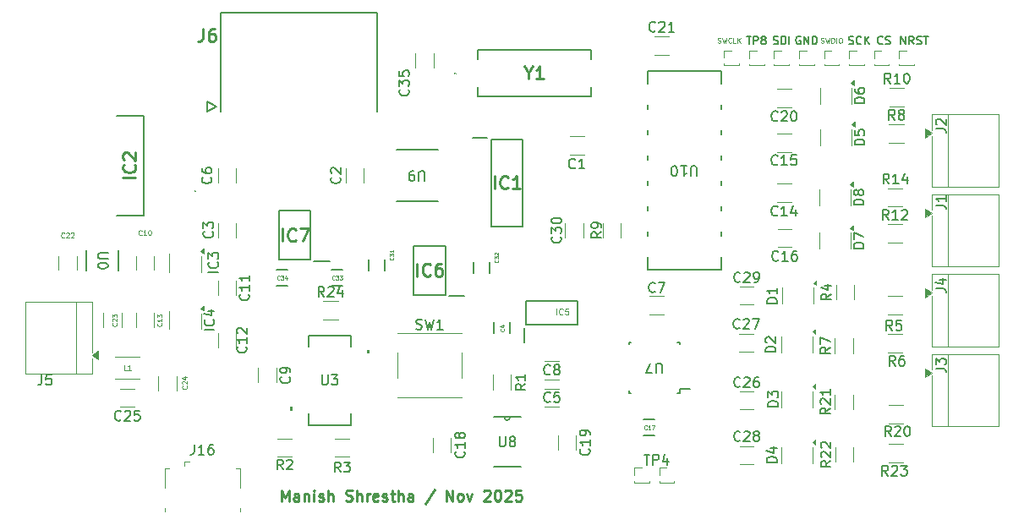
<source format=gbr>
%TF.GenerationSoftware,KiCad,Pcbnew,9.0.4*%
%TF.CreationDate,2025-11-25T13:51:46-06:00*%
%TF.ProjectId,LV Sensor,4c562053-656e-4736-9f72-2e6b69636164,rev?*%
%TF.SameCoordinates,Original*%
%TF.FileFunction,Legend,Top*%
%TF.FilePolarity,Positive*%
%FSLAX46Y46*%
G04 Gerber Fmt 4.6, Leading zero omitted, Abs format (unit mm)*
G04 Created by KiCad (PCBNEW 9.0.4) date 2025-11-25 13:51:46*
%MOMM*%
%LPD*%
G01*
G04 APERTURE LIST*
%ADD10C,0.275000*%
%ADD11C,0.150000*%
%ADD12C,0.125000*%
%ADD13C,0.098425*%
%ADD14C,0.254000*%
%ADD15C,0.112500*%
%ADD16C,0.100000*%
%ADD17C,0.120000*%
%ADD18C,0.127000*%
%ADD19C,0.200000*%
%ADD20C,0.152400*%
%ADD21C,0.000000*%
G04 APERTURE END LIST*
D10*
X156442825Y-98601080D02*
X156442825Y-97501080D01*
X156442825Y-97501080D02*
X156809492Y-98286795D01*
X156809492Y-98286795D02*
X157176159Y-97501080D01*
X157176159Y-97501080D02*
X157176159Y-98601080D01*
X158171397Y-98601080D02*
X158171397Y-98024890D01*
X158171397Y-98024890D02*
X158119016Y-97920128D01*
X158119016Y-97920128D02*
X158014254Y-97867747D01*
X158014254Y-97867747D02*
X157804730Y-97867747D01*
X157804730Y-97867747D02*
X157699968Y-97920128D01*
X158171397Y-98548700D02*
X158066635Y-98601080D01*
X158066635Y-98601080D02*
X157804730Y-98601080D01*
X157804730Y-98601080D02*
X157699968Y-98548700D01*
X157699968Y-98548700D02*
X157647587Y-98443938D01*
X157647587Y-98443938D02*
X157647587Y-98339176D01*
X157647587Y-98339176D02*
X157699968Y-98234414D01*
X157699968Y-98234414D02*
X157804730Y-98182033D01*
X157804730Y-98182033D02*
X158066635Y-98182033D01*
X158066635Y-98182033D02*
X158171397Y-98129652D01*
X158695206Y-97867747D02*
X158695206Y-98601080D01*
X158695206Y-97972509D02*
X158747587Y-97920128D01*
X158747587Y-97920128D02*
X158852349Y-97867747D01*
X158852349Y-97867747D02*
X159009492Y-97867747D01*
X159009492Y-97867747D02*
X159114254Y-97920128D01*
X159114254Y-97920128D02*
X159166635Y-98024890D01*
X159166635Y-98024890D02*
X159166635Y-98601080D01*
X159690444Y-98601080D02*
X159690444Y-97867747D01*
X159690444Y-97501080D02*
X159638063Y-97553461D01*
X159638063Y-97553461D02*
X159690444Y-97605842D01*
X159690444Y-97605842D02*
X159742825Y-97553461D01*
X159742825Y-97553461D02*
X159690444Y-97501080D01*
X159690444Y-97501080D02*
X159690444Y-97605842D01*
X160161873Y-98548700D02*
X160266635Y-98601080D01*
X160266635Y-98601080D02*
X160476159Y-98601080D01*
X160476159Y-98601080D02*
X160580921Y-98548700D01*
X160580921Y-98548700D02*
X160633302Y-98443938D01*
X160633302Y-98443938D02*
X160633302Y-98391557D01*
X160633302Y-98391557D02*
X160580921Y-98286795D01*
X160580921Y-98286795D02*
X160476159Y-98234414D01*
X160476159Y-98234414D02*
X160319016Y-98234414D01*
X160319016Y-98234414D02*
X160214254Y-98182033D01*
X160214254Y-98182033D02*
X160161873Y-98077271D01*
X160161873Y-98077271D02*
X160161873Y-98024890D01*
X160161873Y-98024890D02*
X160214254Y-97920128D01*
X160214254Y-97920128D02*
X160319016Y-97867747D01*
X160319016Y-97867747D02*
X160476159Y-97867747D01*
X160476159Y-97867747D02*
X160580921Y-97920128D01*
X161104730Y-98601080D02*
X161104730Y-97501080D01*
X161576159Y-98601080D02*
X161576159Y-98024890D01*
X161576159Y-98024890D02*
X161523778Y-97920128D01*
X161523778Y-97920128D02*
X161419016Y-97867747D01*
X161419016Y-97867747D02*
X161261873Y-97867747D01*
X161261873Y-97867747D02*
X161157111Y-97920128D01*
X161157111Y-97920128D02*
X161104730Y-97972509D01*
X162885682Y-98548700D02*
X163042825Y-98601080D01*
X163042825Y-98601080D02*
X163304730Y-98601080D01*
X163304730Y-98601080D02*
X163409492Y-98548700D01*
X163409492Y-98548700D02*
X163461873Y-98496319D01*
X163461873Y-98496319D02*
X163514254Y-98391557D01*
X163514254Y-98391557D02*
X163514254Y-98286795D01*
X163514254Y-98286795D02*
X163461873Y-98182033D01*
X163461873Y-98182033D02*
X163409492Y-98129652D01*
X163409492Y-98129652D02*
X163304730Y-98077271D01*
X163304730Y-98077271D02*
X163095206Y-98024890D01*
X163095206Y-98024890D02*
X162990444Y-97972509D01*
X162990444Y-97972509D02*
X162938063Y-97920128D01*
X162938063Y-97920128D02*
X162885682Y-97815366D01*
X162885682Y-97815366D02*
X162885682Y-97710604D01*
X162885682Y-97710604D02*
X162938063Y-97605842D01*
X162938063Y-97605842D02*
X162990444Y-97553461D01*
X162990444Y-97553461D02*
X163095206Y-97501080D01*
X163095206Y-97501080D02*
X163357111Y-97501080D01*
X163357111Y-97501080D02*
X163514254Y-97553461D01*
X163985682Y-98601080D02*
X163985682Y-97501080D01*
X164457111Y-98601080D02*
X164457111Y-98024890D01*
X164457111Y-98024890D02*
X164404730Y-97920128D01*
X164404730Y-97920128D02*
X164299968Y-97867747D01*
X164299968Y-97867747D02*
X164142825Y-97867747D01*
X164142825Y-97867747D02*
X164038063Y-97920128D01*
X164038063Y-97920128D02*
X163985682Y-97972509D01*
X164980920Y-98601080D02*
X164980920Y-97867747D01*
X164980920Y-98077271D02*
X165033301Y-97972509D01*
X165033301Y-97972509D02*
X165085682Y-97920128D01*
X165085682Y-97920128D02*
X165190444Y-97867747D01*
X165190444Y-97867747D02*
X165295206Y-97867747D01*
X166080920Y-98548700D02*
X165976158Y-98601080D01*
X165976158Y-98601080D02*
X165766634Y-98601080D01*
X165766634Y-98601080D02*
X165661872Y-98548700D01*
X165661872Y-98548700D02*
X165609491Y-98443938D01*
X165609491Y-98443938D02*
X165609491Y-98024890D01*
X165609491Y-98024890D02*
X165661872Y-97920128D01*
X165661872Y-97920128D02*
X165766634Y-97867747D01*
X165766634Y-97867747D02*
X165976158Y-97867747D01*
X165976158Y-97867747D02*
X166080920Y-97920128D01*
X166080920Y-97920128D02*
X166133301Y-98024890D01*
X166133301Y-98024890D02*
X166133301Y-98129652D01*
X166133301Y-98129652D02*
X165609491Y-98234414D01*
X166552348Y-98548700D02*
X166657110Y-98601080D01*
X166657110Y-98601080D02*
X166866634Y-98601080D01*
X166866634Y-98601080D02*
X166971396Y-98548700D01*
X166971396Y-98548700D02*
X167023777Y-98443938D01*
X167023777Y-98443938D02*
X167023777Y-98391557D01*
X167023777Y-98391557D02*
X166971396Y-98286795D01*
X166971396Y-98286795D02*
X166866634Y-98234414D01*
X166866634Y-98234414D02*
X166709491Y-98234414D01*
X166709491Y-98234414D02*
X166604729Y-98182033D01*
X166604729Y-98182033D02*
X166552348Y-98077271D01*
X166552348Y-98077271D02*
X166552348Y-98024890D01*
X166552348Y-98024890D02*
X166604729Y-97920128D01*
X166604729Y-97920128D02*
X166709491Y-97867747D01*
X166709491Y-97867747D02*
X166866634Y-97867747D01*
X166866634Y-97867747D02*
X166971396Y-97920128D01*
X167338062Y-97867747D02*
X167757110Y-97867747D01*
X167495205Y-97501080D02*
X167495205Y-98443938D01*
X167495205Y-98443938D02*
X167547586Y-98548700D01*
X167547586Y-98548700D02*
X167652348Y-98601080D01*
X167652348Y-98601080D02*
X167757110Y-98601080D01*
X168123776Y-98601080D02*
X168123776Y-97501080D01*
X168595205Y-98601080D02*
X168595205Y-98024890D01*
X168595205Y-98024890D02*
X168542824Y-97920128D01*
X168542824Y-97920128D02*
X168438062Y-97867747D01*
X168438062Y-97867747D02*
X168280919Y-97867747D01*
X168280919Y-97867747D02*
X168176157Y-97920128D01*
X168176157Y-97920128D02*
X168123776Y-97972509D01*
X169590443Y-98601080D02*
X169590443Y-98024890D01*
X169590443Y-98024890D02*
X169538062Y-97920128D01*
X169538062Y-97920128D02*
X169433300Y-97867747D01*
X169433300Y-97867747D02*
X169223776Y-97867747D01*
X169223776Y-97867747D02*
X169119014Y-97920128D01*
X169590443Y-98548700D02*
X169485681Y-98601080D01*
X169485681Y-98601080D02*
X169223776Y-98601080D01*
X169223776Y-98601080D02*
X169119014Y-98548700D01*
X169119014Y-98548700D02*
X169066633Y-98443938D01*
X169066633Y-98443938D02*
X169066633Y-98339176D01*
X169066633Y-98339176D02*
X169119014Y-98234414D01*
X169119014Y-98234414D02*
X169223776Y-98182033D01*
X169223776Y-98182033D02*
X169485681Y-98182033D01*
X169485681Y-98182033D02*
X169590443Y-98129652D01*
X171738062Y-97448700D02*
X170795204Y-98862985D01*
X172942823Y-98601080D02*
X172942823Y-97501080D01*
X172942823Y-97501080D02*
X173571395Y-98601080D01*
X173571395Y-98601080D02*
X173571395Y-97501080D01*
X174252347Y-98601080D02*
X174147585Y-98548700D01*
X174147585Y-98548700D02*
X174095204Y-98496319D01*
X174095204Y-98496319D02*
X174042823Y-98391557D01*
X174042823Y-98391557D02*
X174042823Y-98077271D01*
X174042823Y-98077271D02*
X174095204Y-97972509D01*
X174095204Y-97972509D02*
X174147585Y-97920128D01*
X174147585Y-97920128D02*
X174252347Y-97867747D01*
X174252347Y-97867747D02*
X174409490Y-97867747D01*
X174409490Y-97867747D02*
X174514252Y-97920128D01*
X174514252Y-97920128D02*
X174566633Y-97972509D01*
X174566633Y-97972509D02*
X174619014Y-98077271D01*
X174619014Y-98077271D02*
X174619014Y-98391557D01*
X174619014Y-98391557D02*
X174566633Y-98496319D01*
X174566633Y-98496319D02*
X174514252Y-98548700D01*
X174514252Y-98548700D02*
X174409490Y-98601080D01*
X174409490Y-98601080D02*
X174252347Y-98601080D01*
X174985680Y-97867747D02*
X175247585Y-98601080D01*
X175247585Y-98601080D02*
X175509490Y-97867747D01*
X176714251Y-97605842D02*
X176766632Y-97553461D01*
X176766632Y-97553461D02*
X176871394Y-97501080D01*
X176871394Y-97501080D02*
X177133299Y-97501080D01*
X177133299Y-97501080D02*
X177238061Y-97553461D01*
X177238061Y-97553461D02*
X177290442Y-97605842D01*
X177290442Y-97605842D02*
X177342823Y-97710604D01*
X177342823Y-97710604D02*
X177342823Y-97815366D01*
X177342823Y-97815366D02*
X177290442Y-97972509D01*
X177290442Y-97972509D02*
X176661870Y-98601080D01*
X176661870Y-98601080D02*
X177342823Y-98601080D01*
X178023775Y-97501080D02*
X178128537Y-97501080D01*
X178128537Y-97501080D02*
X178233299Y-97553461D01*
X178233299Y-97553461D02*
X178285680Y-97605842D01*
X178285680Y-97605842D02*
X178338061Y-97710604D01*
X178338061Y-97710604D02*
X178390442Y-97920128D01*
X178390442Y-97920128D02*
X178390442Y-98182033D01*
X178390442Y-98182033D02*
X178338061Y-98391557D01*
X178338061Y-98391557D02*
X178285680Y-98496319D01*
X178285680Y-98496319D02*
X178233299Y-98548700D01*
X178233299Y-98548700D02*
X178128537Y-98601080D01*
X178128537Y-98601080D02*
X178023775Y-98601080D01*
X178023775Y-98601080D02*
X177919013Y-98548700D01*
X177919013Y-98548700D02*
X177866632Y-98496319D01*
X177866632Y-98496319D02*
X177814251Y-98391557D01*
X177814251Y-98391557D02*
X177761870Y-98182033D01*
X177761870Y-98182033D02*
X177761870Y-97920128D01*
X177761870Y-97920128D02*
X177814251Y-97710604D01*
X177814251Y-97710604D02*
X177866632Y-97605842D01*
X177866632Y-97605842D02*
X177919013Y-97553461D01*
X177919013Y-97553461D02*
X178023775Y-97501080D01*
X178809489Y-97605842D02*
X178861870Y-97553461D01*
X178861870Y-97553461D02*
X178966632Y-97501080D01*
X178966632Y-97501080D02*
X179228537Y-97501080D01*
X179228537Y-97501080D02*
X179333299Y-97553461D01*
X179333299Y-97553461D02*
X179385680Y-97605842D01*
X179385680Y-97605842D02*
X179438061Y-97710604D01*
X179438061Y-97710604D02*
X179438061Y-97815366D01*
X179438061Y-97815366D02*
X179385680Y-97972509D01*
X179385680Y-97972509D02*
X178757108Y-98601080D01*
X178757108Y-98601080D02*
X179438061Y-98601080D01*
X180433299Y-97501080D02*
X179909489Y-97501080D01*
X179909489Y-97501080D02*
X179857108Y-98024890D01*
X179857108Y-98024890D02*
X179909489Y-97972509D01*
X179909489Y-97972509D02*
X180014251Y-97920128D01*
X180014251Y-97920128D02*
X180276156Y-97920128D01*
X180276156Y-97920128D02*
X180380918Y-97972509D01*
X180380918Y-97972509D02*
X180433299Y-98024890D01*
X180433299Y-98024890D02*
X180485680Y-98129652D01*
X180485680Y-98129652D02*
X180485680Y-98391557D01*
X180485680Y-98391557D02*
X180433299Y-98496319D01*
X180433299Y-98496319D02*
X180380918Y-98548700D01*
X180380918Y-98548700D02*
X180276156Y-98601080D01*
X180276156Y-98601080D02*
X180014251Y-98601080D01*
X180014251Y-98601080D02*
X179909489Y-98548700D01*
X179909489Y-98548700D02*
X179857108Y-98496319D01*
D11*
X218435714Y-52862295D02*
X218435714Y-52062295D01*
X218435714Y-52062295D02*
X218892857Y-52862295D01*
X218892857Y-52862295D02*
X218892857Y-52062295D01*
X219730952Y-52862295D02*
X219464285Y-52481342D01*
X219273809Y-52862295D02*
X219273809Y-52062295D01*
X219273809Y-52062295D02*
X219578571Y-52062295D01*
X219578571Y-52062295D02*
X219654761Y-52100390D01*
X219654761Y-52100390D02*
X219692856Y-52138485D01*
X219692856Y-52138485D02*
X219730952Y-52214676D01*
X219730952Y-52214676D02*
X219730952Y-52328961D01*
X219730952Y-52328961D02*
X219692856Y-52405152D01*
X219692856Y-52405152D02*
X219654761Y-52443247D01*
X219654761Y-52443247D02*
X219578571Y-52481342D01*
X219578571Y-52481342D02*
X219273809Y-52481342D01*
X220035713Y-52824200D02*
X220149999Y-52862295D01*
X220149999Y-52862295D02*
X220340475Y-52862295D01*
X220340475Y-52862295D02*
X220416666Y-52824200D01*
X220416666Y-52824200D02*
X220454761Y-52786104D01*
X220454761Y-52786104D02*
X220492856Y-52709914D01*
X220492856Y-52709914D02*
X220492856Y-52633723D01*
X220492856Y-52633723D02*
X220454761Y-52557533D01*
X220454761Y-52557533D02*
X220416666Y-52519438D01*
X220416666Y-52519438D02*
X220340475Y-52481342D01*
X220340475Y-52481342D02*
X220188094Y-52443247D01*
X220188094Y-52443247D02*
X220111904Y-52405152D01*
X220111904Y-52405152D02*
X220073809Y-52367057D01*
X220073809Y-52367057D02*
X220035713Y-52290866D01*
X220035713Y-52290866D02*
X220035713Y-52214676D01*
X220035713Y-52214676D02*
X220073809Y-52138485D01*
X220073809Y-52138485D02*
X220111904Y-52100390D01*
X220111904Y-52100390D02*
X220188094Y-52062295D01*
X220188094Y-52062295D02*
X220378571Y-52062295D01*
X220378571Y-52062295D02*
X220492856Y-52100390D01*
X220721428Y-52062295D02*
X221178571Y-52062295D01*
X220949999Y-52862295D02*
X220949999Y-52062295D01*
D12*
X210440476Y-52701000D02*
X210511904Y-52724809D01*
X210511904Y-52724809D02*
X210630952Y-52724809D01*
X210630952Y-52724809D02*
X210678571Y-52701000D01*
X210678571Y-52701000D02*
X210702380Y-52677190D01*
X210702380Y-52677190D02*
X210726190Y-52629571D01*
X210726190Y-52629571D02*
X210726190Y-52581952D01*
X210726190Y-52581952D02*
X210702380Y-52534333D01*
X210702380Y-52534333D02*
X210678571Y-52510523D01*
X210678571Y-52510523D02*
X210630952Y-52486714D01*
X210630952Y-52486714D02*
X210535714Y-52462904D01*
X210535714Y-52462904D02*
X210488095Y-52439095D01*
X210488095Y-52439095D02*
X210464285Y-52415285D01*
X210464285Y-52415285D02*
X210440476Y-52367666D01*
X210440476Y-52367666D02*
X210440476Y-52320047D01*
X210440476Y-52320047D02*
X210464285Y-52272428D01*
X210464285Y-52272428D02*
X210488095Y-52248619D01*
X210488095Y-52248619D02*
X210535714Y-52224809D01*
X210535714Y-52224809D02*
X210654761Y-52224809D01*
X210654761Y-52224809D02*
X210726190Y-52248619D01*
X210892856Y-52224809D02*
X211011904Y-52724809D01*
X211011904Y-52724809D02*
X211107142Y-52367666D01*
X211107142Y-52367666D02*
X211202380Y-52724809D01*
X211202380Y-52724809D02*
X211321428Y-52224809D01*
X211511904Y-52724809D02*
X211511904Y-52224809D01*
X211511904Y-52224809D02*
X211630952Y-52224809D01*
X211630952Y-52224809D02*
X211702380Y-52248619D01*
X211702380Y-52248619D02*
X211749999Y-52296238D01*
X211749999Y-52296238D02*
X211773809Y-52343857D01*
X211773809Y-52343857D02*
X211797618Y-52439095D01*
X211797618Y-52439095D02*
X211797618Y-52510523D01*
X211797618Y-52510523D02*
X211773809Y-52605761D01*
X211773809Y-52605761D02*
X211749999Y-52653380D01*
X211749999Y-52653380D02*
X211702380Y-52701000D01*
X211702380Y-52701000D02*
X211630952Y-52724809D01*
X211630952Y-52724809D02*
X211511904Y-52724809D01*
X212011904Y-52724809D02*
X212011904Y-52224809D01*
X212345237Y-52224809D02*
X212440475Y-52224809D01*
X212440475Y-52224809D02*
X212488094Y-52248619D01*
X212488094Y-52248619D02*
X212535713Y-52296238D01*
X212535713Y-52296238D02*
X212559523Y-52391476D01*
X212559523Y-52391476D02*
X212559523Y-52558142D01*
X212559523Y-52558142D02*
X212535713Y-52653380D01*
X212535713Y-52653380D02*
X212488094Y-52701000D01*
X212488094Y-52701000D02*
X212440475Y-52724809D01*
X212440475Y-52724809D02*
X212345237Y-52724809D01*
X212345237Y-52724809D02*
X212297618Y-52701000D01*
X212297618Y-52701000D02*
X212249999Y-52653380D01*
X212249999Y-52653380D02*
X212226190Y-52558142D01*
X212226190Y-52558142D02*
X212226190Y-52391476D01*
X212226190Y-52391476D02*
X212249999Y-52296238D01*
X212249999Y-52296238D02*
X212297618Y-52248619D01*
X212297618Y-52248619D02*
X212345237Y-52224809D01*
D11*
X205680952Y-52824200D02*
X205795238Y-52862295D01*
X205795238Y-52862295D02*
X205985714Y-52862295D01*
X205985714Y-52862295D02*
X206061905Y-52824200D01*
X206061905Y-52824200D02*
X206100000Y-52786104D01*
X206100000Y-52786104D02*
X206138095Y-52709914D01*
X206138095Y-52709914D02*
X206138095Y-52633723D01*
X206138095Y-52633723D02*
X206100000Y-52557533D01*
X206100000Y-52557533D02*
X206061905Y-52519438D01*
X206061905Y-52519438D02*
X205985714Y-52481342D01*
X205985714Y-52481342D02*
X205833333Y-52443247D01*
X205833333Y-52443247D02*
X205757143Y-52405152D01*
X205757143Y-52405152D02*
X205719048Y-52367057D01*
X205719048Y-52367057D02*
X205680952Y-52290866D01*
X205680952Y-52290866D02*
X205680952Y-52214676D01*
X205680952Y-52214676D02*
X205719048Y-52138485D01*
X205719048Y-52138485D02*
X205757143Y-52100390D01*
X205757143Y-52100390D02*
X205833333Y-52062295D01*
X205833333Y-52062295D02*
X206023810Y-52062295D01*
X206023810Y-52062295D02*
X206138095Y-52100390D01*
X206480953Y-52862295D02*
X206480953Y-52062295D01*
X206480953Y-52062295D02*
X206671429Y-52062295D01*
X206671429Y-52062295D02*
X206785715Y-52100390D01*
X206785715Y-52100390D02*
X206861905Y-52176580D01*
X206861905Y-52176580D02*
X206900000Y-52252771D01*
X206900000Y-52252771D02*
X206938096Y-52405152D01*
X206938096Y-52405152D02*
X206938096Y-52519438D01*
X206938096Y-52519438D02*
X206900000Y-52671819D01*
X206900000Y-52671819D02*
X206861905Y-52748009D01*
X206861905Y-52748009D02*
X206785715Y-52824200D01*
X206785715Y-52824200D02*
X206671429Y-52862295D01*
X206671429Y-52862295D02*
X206480953Y-52862295D01*
X207280953Y-52862295D02*
X207280953Y-52062295D01*
D12*
X200119048Y-52701000D02*
X200190476Y-52724809D01*
X200190476Y-52724809D02*
X200309524Y-52724809D01*
X200309524Y-52724809D02*
X200357143Y-52701000D01*
X200357143Y-52701000D02*
X200380952Y-52677190D01*
X200380952Y-52677190D02*
X200404762Y-52629571D01*
X200404762Y-52629571D02*
X200404762Y-52581952D01*
X200404762Y-52581952D02*
X200380952Y-52534333D01*
X200380952Y-52534333D02*
X200357143Y-52510523D01*
X200357143Y-52510523D02*
X200309524Y-52486714D01*
X200309524Y-52486714D02*
X200214286Y-52462904D01*
X200214286Y-52462904D02*
X200166667Y-52439095D01*
X200166667Y-52439095D02*
X200142857Y-52415285D01*
X200142857Y-52415285D02*
X200119048Y-52367666D01*
X200119048Y-52367666D02*
X200119048Y-52320047D01*
X200119048Y-52320047D02*
X200142857Y-52272428D01*
X200142857Y-52272428D02*
X200166667Y-52248619D01*
X200166667Y-52248619D02*
X200214286Y-52224809D01*
X200214286Y-52224809D02*
X200333333Y-52224809D01*
X200333333Y-52224809D02*
X200404762Y-52248619D01*
X200571428Y-52224809D02*
X200690476Y-52724809D01*
X200690476Y-52724809D02*
X200785714Y-52367666D01*
X200785714Y-52367666D02*
X200880952Y-52724809D01*
X200880952Y-52724809D02*
X201000000Y-52224809D01*
X201476190Y-52677190D02*
X201452381Y-52701000D01*
X201452381Y-52701000D02*
X201380952Y-52724809D01*
X201380952Y-52724809D02*
X201333333Y-52724809D01*
X201333333Y-52724809D02*
X201261905Y-52701000D01*
X201261905Y-52701000D02*
X201214286Y-52653380D01*
X201214286Y-52653380D02*
X201190476Y-52605761D01*
X201190476Y-52605761D02*
X201166667Y-52510523D01*
X201166667Y-52510523D02*
X201166667Y-52439095D01*
X201166667Y-52439095D02*
X201190476Y-52343857D01*
X201190476Y-52343857D02*
X201214286Y-52296238D01*
X201214286Y-52296238D02*
X201261905Y-52248619D01*
X201261905Y-52248619D02*
X201333333Y-52224809D01*
X201333333Y-52224809D02*
X201380952Y-52224809D01*
X201380952Y-52224809D02*
X201452381Y-52248619D01*
X201452381Y-52248619D02*
X201476190Y-52272428D01*
X201928571Y-52724809D02*
X201690476Y-52724809D01*
X201690476Y-52724809D02*
X201690476Y-52224809D01*
X202095238Y-52724809D02*
X202095238Y-52224809D01*
X202380952Y-52724809D02*
X202166667Y-52439095D01*
X202380952Y-52224809D02*
X202095238Y-52510523D01*
D11*
X213221428Y-52824200D02*
X213335714Y-52862295D01*
X213335714Y-52862295D02*
X213526190Y-52862295D01*
X213526190Y-52862295D02*
X213602381Y-52824200D01*
X213602381Y-52824200D02*
X213640476Y-52786104D01*
X213640476Y-52786104D02*
X213678571Y-52709914D01*
X213678571Y-52709914D02*
X213678571Y-52633723D01*
X213678571Y-52633723D02*
X213640476Y-52557533D01*
X213640476Y-52557533D02*
X213602381Y-52519438D01*
X213602381Y-52519438D02*
X213526190Y-52481342D01*
X213526190Y-52481342D02*
X213373809Y-52443247D01*
X213373809Y-52443247D02*
X213297619Y-52405152D01*
X213297619Y-52405152D02*
X213259524Y-52367057D01*
X213259524Y-52367057D02*
X213221428Y-52290866D01*
X213221428Y-52290866D02*
X213221428Y-52214676D01*
X213221428Y-52214676D02*
X213259524Y-52138485D01*
X213259524Y-52138485D02*
X213297619Y-52100390D01*
X213297619Y-52100390D02*
X213373809Y-52062295D01*
X213373809Y-52062295D02*
X213564286Y-52062295D01*
X213564286Y-52062295D02*
X213678571Y-52100390D01*
X214478572Y-52786104D02*
X214440476Y-52824200D01*
X214440476Y-52824200D02*
X214326191Y-52862295D01*
X214326191Y-52862295D02*
X214250000Y-52862295D01*
X214250000Y-52862295D02*
X214135714Y-52824200D01*
X214135714Y-52824200D02*
X214059524Y-52748009D01*
X214059524Y-52748009D02*
X214021429Y-52671819D01*
X214021429Y-52671819D02*
X213983333Y-52519438D01*
X213983333Y-52519438D02*
X213983333Y-52405152D01*
X213983333Y-52405152D02*
X214021429Y-52252771D01*
X214021429Y-52252771D02*
X214059524Y-52176580D01*
X214059524Y-52176580D02*
X214135714Y-52100390D01*
X214135714Y-52100390D02*
X214250000Y-52062295D01*
X214250000Y-52062295D02*
X214326191Y-52062295D01*
X214326191Y-52062295D02*
X214440476Y-52100390D01*
X214440476Y-52100390D02*
X214478572Y-52138485D01*
X214821429Y-52862295D02*
X214821429Y-52062295D01*
X215278572Y-52862295D02*
X214935714Y-52405152D01*
X215278572Y-52062295D02*
X214821429Y-52519438D01*
X216616667Y-52786104D02*
X216578571Y-52824200D01*
X216578571Y-52824200D02*
X216464286Y-52862295D01*
X216464286Y-52862295D02*
X216388095Y-52862295D01*
X216388095Y-52862295D02*
X216273809Y-52824200D01*
X216273809Y-52824200D02*
X216197619Y-52748009D01*
X216197619Y-52748009D02*
X216159524Y-52671819D01*
X216159524Y-52671819D02*
X216121428Y-52519438D01*
X216121428Y-52519438D02*
X216121428Y-52405152D01*
X216121428Y-52405152D02*
X216159524Y-52252771D01*
X216159524Y-52252771D02*
X216197619Y-52176580D01*
X216197619Y-52176580D02*
X216273809Y-52100390D01*
X216273809Y-52100390D02*
X216388095Y-52062295D01*
X216388095Y-52062295D02*
X216464286Y-52062295D01*
X216464286Y-52062295D02*
X216578571Y-52100390D01*
X216578571Y-52100390D02*
X216616667Y-52138485D01*
X216921428Y-52824200D02*
X217035714Y-52862295D01*
X217035714Y-52862295D02*
X217226190Y-52862295D01*
X217226190Y-52862295D02*
X217302381Y-52824200D01*
X217302381Y-52824200D02*
X217340476Y-52786104D01*
X217340476Y-52786104D02*
X217378571Y-52709914D01*
X217378571Y-52709914D02*
X217378571Y-52633723D01*
X217378571Y-52633723D02*
X217340476Y-52557533D01*
X217340476Y-52557533D02*
X217302381Y-52519438D01*
X217302381Y-52519438D02*
X217226190Y-52481342D01*
X217226190Y-52481342D02*
X217073809Y-52443247D01*
X217073809Y-52443247D02*
X216997619Y-52405152D01*
X216997619Y-52405152D02*
X216959524Y-52367057D01*
X216959524Y-52367057D02*
X216921428Y-52290866D01*
X216921428Y-52290866D02*
X216921428Y-52214676D01*
X216921428Y-52214676D02*
X216959524Y-52138485D01*
X216959524Y-52138485D02*
X216997619Y-52100390D01*
X216997619Y-52100390D02*
X217073809Y-52062295D01*
X217073809Y-52062295D02*
X217264286Y-52062295D01*
X217264286Y-52062295D02*
X217378571Y-52100390D01*
X208390476Y-52100390D02*
X208314286Y-52062295D01*
X208314286Y-52062295D02*
X208200000Y-52062295D01*
X208200000Y-52062295D02*
X208085714Y-52100390D01*
X208085714Y-52100390D02*
X208009524Y-52176580D01*
X208009524Y-52176580D02*
X207971429Y-52252771D01*
X207971429Y-52252771D02*
X207933333Y-52405152D01*
X207933333Y-52405152D02*
X207933333Y-52519438D01*
X207933333Y-52519438D02*
X207971429Y-52671819D01*
X207971429Y-52671819D02*
X208009524Y-52748009D01*
X208009524Y-52748009D02*
X208085714Y-52824200D01*
X208085714Y-52824200D02*
X208200000Y-52862295D01*
X208200000Y-52862295D02*
X208276191Y-52862295D01*
X208276191Y-52862295D02*
X208390476Y-52824200D01*
X208390476Y-52824200D02*
X208428572Y-52786104D01*
X208428572Y-52786104D02*
X208428572Y-52519438D01*
X208428572Y-52519438D02*
X208276191Y-52519438D01*
X208771429Y-52862295D02*
X208771429Y-52062295D01*
X208771429Y-52062295D02*
X209228572Y-52862295D01*
X209228572Y-52862295D02*
X209228572Y-52062295D01*
X209609524Y-52862295D02*
X209609524Y-52062295D01*
X209609524Y-52062295D02*
X209800000Y-52062295D01*
X209800000Y-52062295D02*
X209914286Y-52100390D01*
X209914286Y-52100390D02*
X209990476Y-52176580D01*
X209990476Y-52176580D02*
X210028571Y-52252771D01*
X210028571Y-52252771D02*
X210066667Y-52405152D01*
X210066667Y-52405152D02*
X210066667Y-52519438D01*
X210066667Y-52519438D02*
X210028571Y-52671819D01*
X210028571Y-52671819D02*
X209990476Y-52748009D01*
X209990476Y-52748009D02*
X209914286Y-52824200D01*
X209914286Y-52824200D02*
X209800000Y-52862295D01*
X209800000Y-52862295D02*
X209609524Y-52862295D01*
X202990476Y-52062295D02*
X203447619Y-52062295D01*
X203219047Y-52862295D02*
X203219047Y-52062295D01*
X203714286Y-52862295D02*
X203714286Y-52062295D01*
X203714286Y-52062295D02*
X204019048Y-52062295D01*
X204019048Y-52062295D02*
X204095238Y-52100390D01*
X204095238Y-52100390D02*
X204133333Y-52138485D01*
X204133333Y-52138485D02*
X204171429Y-52214676D01*
X204171429Y-52214676D02*
X204171429Y-52328961D01*
X204171429Y-52328961D02*
X204133333Y-52405152D01*
X204133333Y-52405152D02*
X204095238Y-52443247D01*
X204095238Y-52443247D02*
X204019048Y-52481342D01*
X204019048Y-52481342D02*
X203714286Y-52481342D01*
X204628571Y-52405152D02*
X204552381Y-52367057D01*
X204552381Y-52367057D02*
X204514286Y-52328961D01*
X204514286Y-52328961D02*
X204476190Y-52252771D01*
X204476190Y-52252771D02*
X204476190Y-52214676D01*
X204476190Y-52214676D02*
X204514286Y-52138485D01*
X204514286Y-52138485D02*
X204552381Y-52100390D01*
X204552381Y-52100390D02*
X204628571Y-52062295D01*
X204628571Y-52062295D02*
X204780952Y-52062295D01*
X204780952Y-52062295D02*
X204857143Y-52100390D01*
X204857143Y-52100390D02*
X204895238Y-52138485D01*
X204895238Y-52138485D02*
X204933333Y-52214676D01*
X204933333Y-52214676D02*
X204933333Y-52252771D01*
X204933333Y-52252771D02*
X204895238Y-52328961D01*
X204895238Y-52328961D02*
X204857143Y-52367057D01*
X204857143Y-52367057D02*
X204780952Y-52405152D01*
X204780952Y-52405152D02*
X204628571Y-52405152D01*
X204628571Y-52405152D02*
X204552381Y-52443247D01*
X204552381Y-52443247D02*
X204514286Y-52481342D01*
X204514286Y-52481342D02*
X204476190Y-52557533D01*
X204476190Y-52557533D02*
X204476190Y-52709914D01*
X204476190Y-52709914D02*
X204514286Y-52786104D01*
X204514286Y-52786104D02*
X204552381Y-52824200D01*
X204552381Y-52824200D02*
X204628571Y-52862295D01*
X204628571Y-52862295D02*
X204780952Y-52862295D01*
X204780952Y-52862295D02*
X204857143Y-52824200D01*
X204857143Y-52824200D02*
X204895238Y-52786104D01*
X204895238Y-52786104D02*
X204933333Y-52709914D01*
X204933333Y-52709914D02*
X204933333Y-52557533D01*
X204933333Y-52557533D02*
X204895238Y-52481342D01*
X204895238Y-52481342D02*
X204857143Y-52443247D01*
X204857143Y-52443247D02*
X204780952Y-52405152D01*
X217157142Y-96054819D02*
X216823809Y-95578628D01*
X216585714Y-96054819D02*
X216585714Y-95054819D01*
X216585714Y-95054819D02*
X216966666Y-95054819D01*
X216966666Y-95054819D02*
X217061904Y-95102438D01*
X217061904Y-95102438D02*
X217109523Y-95150057D01*
X217109523Y-95150057D02*
X217157142Y-95245295D01*
X217157142Y-95245295D02*
X217157142Y-95388152D01*
X217157142Y-95388152D02*
X217109523Y-95483390D01*
X217109523Y-95483390D02*
X217061904Y-95531009D01*
X217061904Y-95531009D02*
X216966666Y-95578628D01*
X216966666Y-95578628D02*
X216585714Y-95578628D01*
X217538095Y-95150057D02*
X217585714Y-95102438D01*
X217585714Y-95102438D02*
X217680952Y-95054819D01*
X217680952Y-95054819D02*
X217919047Y-95054819D01*
X217919047Y-95054819D02*
X218014285Y-95102438D01*
X218014285Y-95102438D02*
X218061904Y-95150057D01*
X218061904Y-95150057D02*
X218109523Y-95245295D01*
X218109523Y-95245295D02*
X218109523Y-95340533D01*
X218109523Y-95340533D02*
X218061904Y-95483390D01*
X218061904Y-95483390D02*
X217490476Y-96054819D01*
X217490476Y-96054819D02*
X218109523Y-96054819D01*
X218442857Y-95054819D02*
X219061904Y-95054819D01*
X219061904Y-95054819D02*
X218728571Y-95435771D01*
X218728571Y-95435771D02*
X218871428Y-95435771D01*
X218871428Y-95435771D02*
X218966666Y-95483390D01*
X218966666Y-95483390D02*
X219014285Y-95531009D01*
X219014285Y-95531009D02*
X219061904Y-95626247D01*
X219061904Y-95626247D02*
X219061904Y-95864342D01*
X219061904Y-95864342D02*
X219014285Y-95959580D01*
X219014285Y-95959580D02*
X218966666Y-96007200D01*
X218966666Y-96007200D02*
X218871428Y-96054819D01*
X218871428Y-96054819D02*
X218585714Y-96054819D01*
X218585714Y-96054819D02*
X218490476Y-96007200D01*
X218490476Y-96007200D02*
X218442857Y-95959580D01*
X185833333Y-65209580D02*
X185785714Y-65257200D01*
X185785714Y-65257200D02*
X185642857Y-65304819D01*
X185642857Y-65304819D02*
X185547619Y-65304819D01*
X185547619Y-65304819D02*
X185404762Y-65257200D01*
X185404762Y-65257200D02*
X185309524Y-65161961D01*
X185309524Y-65161961D02*
X185261905Y-65066723D01*
X185261905Y-65066723D02*
X185214286Y-64876247D01*
X185214286Y-64876247D02*
X185214286Y-64733390D01*
X185214286Y-64733390D02*
X185261905Y-64542914D01*
X185261905Y-64542914D02*
X185309524Y-64447676D01*
X185309524Y-64447676D02*
X185404762Y-64352438D01*
X185404762Y-64352438D02*
X185547619Y-64304819D01*
X185547619Y-64304819D02*
X185642857Y-64304819D01*
X185642857Y-64304819D02*
X185785714Y-64352438D01*
X185785714Y-64352438D02*
X185833333Y-64400057D01*
X186785714Y-65304819D02*
X186214286Y-65304819D01*
X186500000Y-65304819D02*
X186500000Y-64304819D01*
X186500000Y-64304819D02*
X186404762Y-64447676D01*
X186404762Y-64447676D02*
X186309524Y-64542914D01*
X186309524Y-64542914D02*
X186214286Y-64590533D01*
D13*
X192996907Y-91389519D02*
X192978159Y-91408267D01*
X192978159Y-91408267D02*
X192921916Y-91427014D01*
X192921916Y-91427014D02*
X192884421Y-91427014D01*
X192884421Y-91427014D02*
X192828178Y-91408267D01*
X192828178Y-91408267D02*
X192790683Y-91370771D01*
X192790683Y-91370771D02*
X192771935Y-91333276D01*
X192771935Y-91333276D02*
X192753187Y-91258285D01*
X192753187Y-91258285D02*
X192753187Y-91202042D01*
X192753187Y-91202042D02*
X192771935Y-91127052D01*
X192771935Y-91127052D02*
X192790683Y-91089556D01*
X192790683Y-91089556D02*
X192828178Y-91052061D01*
X192828178Y-91052061D02*
X192884421Y-91033313D01*
X192884421Y-91033313D02*
X192921916Y-91033313D01*
X192921916Y-91033313D02*
X192978159Y-91052061D01*
X192978159Y-91052061D02*
X192996907Y-91070809D01*
X193371860Y-91427014D02*
X193146888Y-91427014D01*
X193259374Y-91427014D02*
X193259374Y-91033313D01*
X193259374Y-91033313D02*
X193221879Y-91089556D01*
X193221879Y-91089556D02*
X193184384Y-91127052D01*
X193184384Y-91127052D02*
X193146888Y-91145799D01*
X193503094Y-91033313D02*
X193765561Y-91033313D01*
X193765561Y-91033313D02*
X193596832Y-91427014D01*
D11*
X174709580Y-93642857D02*
X174757200Y-93690476D01*
X174757200Y-93690476D02*
X174804819Y-93833333D01*
X174804819Y-93833333D02*
X174804819Y-93928571D01*
X174804819Y-93928571D02*
X174757200Y-94071428D01*
X174757200Y-94071428D02*
X174661961Y-94166666D01*
X174661961Y-94166666D02*
X174566723Y-94214285D01*
X174566723Y-94214285D02*
X174376247Y-94261904D01*
X174376247Y-94261904D02*
X174233390Y-94261904D01*
X174233390Y-94261904D02*
X174042914Y-94214285D01*
X174042914Y-94214285D02*
X173947676Y-94166666D01*
X173947676Y-94166666D02*
X173852438Y-94071428D01*
X173852438Y-94071428D02*
X173804819Y-93928571D01*
X173804819Y-93928571D02*
X173804819Y-93833333D01*
X173804819Y-93833333D02*
X173852438Y-93690476D01*
X173852438Y-93690476D02*
X173900057Y-93642857D01*
X174804819Y-92690476D02*
X174804819Y-93261904D01*
X174804819Y-92976190D02*
X173804819Y-92976190D01*
X173804819Y-92976190D02*
X173947676Y-93071428D01*
X173947676Y-93071428D02*
X174042914Y-93166666D01*
X174042914Y-93166666D02*
X174090533Y-93261904D01*
X174233390Y-92119047D02*
X174185771Y-92214285D01*
X174185771Y-92214285D02*
X174138152Y-92261904D01*
X174138152Y-92261904D02*
X174042914Y-92309523D01*
X174042914Y-92309523D02*
X173995295Y-92309523D01*
X173995295Y-92309523D02*
X173900057Y-92261904D01*
X173900057Y-92261904D02*
X173852438Y-92214285D01*
X173852438Y-92214285D02*
X173804819Y-92119047D01*
X173804819Y-92119047D02*
X173804819Y-91928571D01*
X173804819Y-91928571D02*
X173852438Y-91833333D01*
X173852438Y-91833333D02*
X173900057Y-91785714D01*
X173900057Y-91785714D02*
X173995295Y-91738095D01*
X173995295Y-91738095D02*
X174042914Y-91738095D01*
X174042914Y-91738095D02*
X174138152Y-91785714D01*
X174138152Y-91785714D02*
X174185771Y-91833333D01*
X174185771Y-91833333D02*
X174233390Y-91928571D01*
X174233390Y-91928571D02*
X174233390Y-92119047D01*
X174233390Y-92119047D02*
X174281009Y-92214285D01*
X174281009Y-92214285D02*
X174328628Y-92261904D01*
X174328628Y-92261904D02*
X174423866Y-92309523D01*
X174423866Y-92309523D02*
X174614342Y-92309523D01*
X174614342Y-92309523D02*
X174709580Y-92261904D01*
X174709580Y-92261904D02*
X174757200Y-92214285D01*
X174757200Y-92214285D02*
X174804819Y-92119047D01*
X174804819Y-92119047D02*
X174804819Y-91928571D01*
X174804819Y-91928571D02*
X174757200Y-91833333D01*
X174757200Y-91833333D02*
X174709580Y-91785714D01*
X174709580Y-91785714D02*
X174614342Y-91738095D01*
X174614342Y-91738095D02*
X174423866Y-91738095D01*
X174423866Y-91738095D02*
X174328628Y-91785714D01*
X174328628Y-91785714D02*
X174281009Y-91833333D01*
X174281009Y-91833333D02*
X174233390Y-91928571D01*
X221954819Y-61333333D02*
X222669104Y-61333333D01*
X222669104Y-61333333D02*
X222811961Y-61380952D01*
X222811961Y-61380952D02*
X222907200Y-61476190D01*
X222907200Y-61476190D02*
X222954819Y-61619047D01*
X222954819Y-61619047D02*
X222954819Y-61714285D01*
X222050057Y-60904761D02*
X222002438Y-60857142D01*
X222002438Y-60857142D02*
X221954819Y-60761904D01*
X221954819Y-60761904D02*
X221954819Y-60523809D01*
X221954819Y-60523809D02*
X222002438Y-60428571D01*
X222002438Y-60428571D02*
X222050057Y-60380952D01*
X222050057Y-60380952D02*
X222145295Y-60333333D01*
X222145295Y-60333333D02*
X222240533Y-60333333D01*
X222240533Y-60333333D02*
X222383390Y-60380952D01*
X222383390Y-60380952D02*
X222954819Y-60952380D01*
X222954819Y-60952380D02*
X222954819Y-60333333D01*
X193857142Y-51509580D02*
X193809523Y-51557200D01*
X193809523Y-51557200D02*
X193666666Y-51604819D01*
X193666666Y-51604819D02*
X193571428Y-51604819D01*
X193571428Y-51604819D02*
X193428571Y-51557200D01*
X193428571Y-51557200D02*
X193333333Y-51461961D01*
X193333333Y-51461961D02*
X193285714Y-51366723D01*
X193285714Y-51366723D02*
X193238095Y-51176247D01*
X193238095Y-51176247D02*
X193238095Y-51033390D01*
X193238095Y-51033390D02*
X193285714Y-50842914D01*
X193285714Y-50842914D02*
X193333333Y-50747676D01*
X193333333Y-50747676D02*
X193428571Y-50652438D01*
X193428571Y-50652438D02*
X193571428Y-50604819D01*
X193571428Y-50604819D02*
X193666666Y-50604819D01*
X193666666Y-50604819D02*
X193809523Y-50652438D01*
X193809523Y-50652438D02*
X193857142Y-50700057D01*
X194238095Y-50700057D02*
X194285714Y-50652438D01*
X194285714Y-50652438D02*
X194380952Y-50604819D01*
X194380952Y-50604819D02*
X194619047Y-50604819D01*
X194619047Y-50604819D02*
X194714285Y-50652438D01*
X194714285Y-50652438D02*
X194761904Y-50700057D01*
X194761904Y-50700057D02*
X194809523Y-50795295D01*
X194809523Y-50795295D02*
X194809523Y-50890533D01*
X194809523Y-50890533D02*
X194761904Y-51033390D01*
X194761904Y-51033390D02*
X194190476Y-51604819D01*
X194190476Y-51604819D02*
X194809523Y-51604819D01*
X195761904Y-51604819D02*
X195190476Y-51604819D01*
X195476190Y-51604819D02*
X195476190Y-50604819D01*
X195476190Y-50604819D02*
X195380952Y-50747676D01*
X195380952Y-50747676D02*
X195285714Y-50842914D01*
X195285714Y-50842914D02*
X195190476Y-50890533D01*
D14*
X170010237Y-76074318D02*
X170010237Y-74804318D01*
X171340714Y-75953365D02*
X171280238Y-76013842D01*
X171280238Y-76013842D02*
X171098809Y-76074318D01*
X171098809Y-76074318D02*
X170977857Y-76074318D01*
X170977857Y-76074318D02*
X170796428Y-76013842D01*
X170796428Y-76013842D02*
X170675476Y-75892889D01*
X170675476Y-75892889D02*
X170614999Y-75771937D01*
X170614999Y-75771937D02*
X170554523Y-75530032D01*
X170554523Y-75530032D02*
X170554523Y-75348603D01*
X170554523Y-75348603D02*
X170614999Y-75106699D01*
X170614999Y-75106699D02*
X170675476Y-74985746D01*
X170675476Y-74985746D02*
X170796428Y-74864794D01*
X170796428Y-74864794D02*
X170977857Y-74804318D01*
X170977857Y-74804318D02*
X171098809Y-74804318D01*
X171098809Y-74804318D02*
X171280238Y-74864794D01*
X171280238Y-74864794D02*
X171340714Y-74925270D01*
X172429285Y-74804318D02*
X172187380Y-74804318D01*
X172187380Y-74804318D02*
X172066428Y-74864794D01*
X172066428Y-74864794D02*
X172005952Y-74925270D01*
X172005952Y-74925270D02*
X171884999Y-75106699D01*
X171884999Y-75106699D02*
X171824523Y-75348603D01*
X171824523Y-75348603D02*
X171824523Y-75832413D01*
X171824523Y-75832413D02*
X171884999Y-75953365D01*
X171884999Y-75953365D02*
X171945476Y-76013842D01*
X171945476Y-76013842D02*
X172066428Y-76074318D01*
X172066428Y-76074318D02*
X172308333Y-76074318D01*
X172308333Y-76074318D02*
X172429285Y-76013842D01*
X172429285Y-76013842D02*
X172489761Y-75953365D01*
X172489761Y-75953365D02*
X172550238Y-75832413D01*
X172550238Y-75832413D02*
X172550238Y-75530032D01*
X172550238Y-75530032D02*
X172489761Y-75409080D01*
X172489761Y-75409080D02*
X172429285Y-75348603D01*
X172429285Y-75348603D02*
X172308333Y-75288127D01*
X172308333Y-75288127D02*
X172066428Y-75288127D01*
X172066428Y-75288127D02*
X171945476Y-75348603D01*
X171945476Y-75348603D02*
X171884999Y-75409080D01*
X171884999Y-75409080D02*
X171824523Y-75530032D01*
D12*
X134678571Y-72177190D02*
X134654762Y-72201000D01*
X134654762Y-72201000D02*
X134583333Y-72224809D01*
X134583333Y-72224809D02*
X134535714Y-72224809D01*
X134535714Y-72224809D02*
X134464286Y-72201000D01*
X134464286Y-72201000D02*
X134416667Y-72153380D01*
X134416667Y-72153380D02*
X134392857Y-72105761D01*
X134392857Y-72105761D02*
X134369048Y-72010523D01*
X134369048Y-72010523D02*
X134369048Y-71939095D01*
X134369048Y-71939095D02*
X134392857Y-71843857D01*
X134392857Y-71843857D02*
X134416667Y-71796238D01*
X134416667Y-71796238D02*
X134464286Y-71748619D01*
X134464286Y-71748619D02*
X134535714Y-71724809D01*
X134535714Y-71724809D02*
X134583333Y-71724809D01*
X134583333Y-71724809D02*
X134654762Y-71748619D01*
X134654762Y-71748619D02*
X134678571Y-71772428D01*
X134869048Y-71772428D02*
X134892857Y-71748619D01*
X134892857Y-71748619D02*
X134940476Y-71724809D01*
X134940476Y-71724809D02*
X135059524Y-71724809D01*
X135059524Y-71724809D02*
X135107143Y-71748619D01*
X135107143Y-71748619D02*
X135130952Y-71772428D01*
X135130952Y-71772428D02*
X135154762Y-71820047D01*
X135154762Y-71820047D02*
X135154762Y-71867666D01*
X135154762Y-71867666D02*
X135130952Y-71939095D01*
X135130952Y-71939095D02*
X134845238Y-72224809D01*
X134845238Y-72224809D02*
X135154762Y-72224809D01*
X135345238Y-71772428D02*
X135369047Y-71748619D01*
X135369047Y-71748619D02*
X135416666Y-71724809D01*
X135416666Y-71724809D02*
X135535714Y-71724809D01*
X135535714Y-71724809D02*
X135583333Y-71748619D01*
X135583333Y-71748619D02*
X135607142Y-71772428D01*
X135607142Y-71772428D02*
X135630952Y-71820047D01*
X135630952Y-71820047D02*
X135630952Y-71867666D01*
X135630952Y-71867666D02*
X135607142Y-71939095D01*
X135607142Y-71939095D02*
X135321428Y-72224809D01*
X135321428Y-72224809D02*
X135630952Y-72224809D01*
D11*
X187209580Y-93392857D02*
X187257200Y-93440476D01*
X187257200Y-93440476D02*
X187304819Y-93583333D01*
X187304819Y-93583333D02*
X187304819Y-93678571D01*
X187304819Y-93678571D02*
X187257200Y-93821428D01*
X187257200Y-93821428D02*
X187161961Y-93916666D01*
X187161961Y-93916666D02*
X187066723Y-93964285D01*
X187066723Y-93964285D02*
X186876247Y-94011904D01*
X186876247Y-94011904D02*
X186733390Y-94011904D01*
X186733390Y-94011904D02*
X186542914Y-93964285D01*
X186542914Y-93964285D02*
X186447676Y-93916666D01*
X186447676Y-93916666D02*
X186352438Y-93821428D01*
X186352438Y-93821428D02*
X186304819Y-93678571D01*
X186304819Y-93678571D02*
X186304819Y-93583333D01*
X186304819Y-93583333D02*
X186352438Y-93440476D01*
X186352438Y-93440476D02*
X186400057Y-93392857D01*
X187304819Y-92440476D02*
X187304819Y-93011904D01*
X187304819Y-92726190D02*
X186304819Y-92726190D01*
X186304819Y-92726190D02*
X186447676Y-92821428D01*
X186447676Y-92821428D02*
X186542914Y-92916666D01*
X186542914Y-92916666D02*
X186590533Y-93011904D01*
X187304819Y-91964285D02*
X187304819Y-91773809D01*
X187304819Y-91773809D02*
X187257200Y-91678571D01*
X187257200Y-91678571D02*
X187209580Y-91630952D01*
X187209580Y-91630952D02*
X187066723Y-91535714D01*
X187066723Y-91535714D02*
X186876247Y-91488095D01*
X186876247Y-91488095D02*
X186495295Y-91488095D01*
X186495295Y-91488095D02*
X186400057Y-91535714D01*
X186400057Y-91535714D02*
X186352438Y-91583333D01*
X186352438Y-91583333D02*
X186304819Y-91678571D01*
X186304819Y-91678571D02*
X186304819Y-91869047D01*
X186304819Y-91869047D02*
X186352438Y-91964285D01*
X186352438Y-91964285D02*
X186400057Y-92011904D01*
X186400057Y-92011904D02*
X186495295Y-92059523D01*
X186495295Y-92059523D02*
X186733390Y-92059523D01*
X186733390Y-92059523D02*
X186828628Y-92011904D01*
X186828628Y-92011904D02*
X186876247Y-91964285D01*
X186876247Y-91964285D02*
X186923866Y-91869047D01*
X186923866Y-91869047D02*
X186923866Y-91678571D01*
X186923866Y-91678571D02*
X186876247Y-91583333D01*
X186876247Y-91583333D02*
X186828628Y-91535714D01*
X186828628Y-91535714D02*
X186733390Y-91488095D01*
X156583333Y-95454819D02*
X156250000Y-94978628D01*
X156011905Y-95454819D02*
X156011905Y-94454819D01*
X156011905Y-94454819D02*
X156392857Y-94454819D01*
X156392857Y-94454819D02*
X156488095Y-94502438D01*
X156488095Y-94502438D02*
X156535714Y-94550057D01*
X156535714Y-94550057D02*
X156583333Y-94645295D01*
X156583333Y-94645295D02*
X156583333Y-94788152D01*
X156583333Y-94788152D02*
X156535714Y-94883390D01*
X156535714Y-94883390D02*
X156488095Y-94931009D01*
X156488095Y-94931009D02*
X156392857Y-94978628D01*
X156392857Y-94978628D02*
X156011905Y-94978628D01*
X156964286Y-94550057D02*
X157011905Y-94502438D01*
X157011905Y-94502438D02*
X157107143Y-94454819D01*
X157107143Y-94454819D02*
X157345238Y-94454819D01*
X157345238Y-94454819D02*
X157440476Y-94502438D01*
X157440476Y-94502438D02*
X157488095Y-94550057D01*
X157488095Y-94550057D02*
X157535714Y-94645295D01*
X157535714Y-94645295D02*
X157535714Y-94740533D01*
X157535714Y-94740533D02*
X157488095Y-94883390D01*
X157488095Y-94883390D02*
X156916667Y-95454819D01*
X156916667Y-95454819D02*
X157535714Y-95454819D01*
X160488095Y-85954819D02*
X160488095Y-86764342D01*
X160488095Y-86764342D02*
X160535714Y-86859580D01*
X160535714Y-86859580D02*
X160583333Y-86907200D01*
X160583333Y-86907200D02*
X160678571Y-86954819D01*
X160678571Y-86954819D02*
X160869047Y-86954819D01*
X160869047Y-86954819D02*
X160964285Y-86907200D01*
X160964285Y-86907200D02*
X161011904Y-86859580D01*
X161011904Y-86859580D02*
X161059523Y-86764342D01*
X161059523Y-86764342D02*
X161059523Y-85954819D01*
X161440476Y-85954819D02*
X162059523Y-85954819D01*
X162059523Y-85954819D02*
X161726190Y-86335771D01*
X161726190Y-86335771D02*
X161869047Y-86335771D01*
X161869047Y-86335771D02*
X161964285Y-86383390D01*
X161964285Y-86383390D02*
X162011904Y-86431009D01*
X162011904Y-86431009D02*
X162059523Y-86526247D01*
X162059523Y-86526247D02*
X162059523Y-86764342D01*
X162059523Y-86764342D02*
X162011904Y-86859580D01*
X162011904Y-86859580D02*
X161964285Y-86907200D01*
X161964285Y-86907200D02*
X161869047Y-86954819D01*
X161869047Y-86954819D02*
X161583333Y-86954819D01*
X161583333Y-86954819D02*
X161488095Y-86907200D01*
X161488095Y-86907200D02*
X161440476Y-86859580D01*
X139045180Y-73738095D02*
X138235657Y-73738095D01*
X138235657Y-73738095D02*
X138140419Y-73785714D01*
X138140419Y-73785714D02*
X138092800Y-73833333D01*
X138092800Y-73833333D02*
X138045180Y-73928571D01*
X138045180Y-73928571D02*
X138045180Y-74119047D01*
X138045180Y-74119047D02*
X138092800Y-74214285D01*
X138092800Y-74214285D02*
X138140419Y-74261904D01*
X138140419Y-74261904D02*
X138235657Y-74309523D01*
X138235657Y-74309523D02*
X139045180Y-74309523D01*
X139045180Y-74976190D02*
X139045180Y-75071428D01*
X139045180Y-75071428D02*
X138997561Y-75166666D01*
X138997561Y-75166666D02*
X138949942Y-75214285D01*
X138949942Y-75214285D02*
X138854704Y-75261904D01*
X138854704Y-75261904D02*
X138664228Y-75309523D01*
X138664228Y-75309523D02*
X138426133Y-75309523D01*
X138426133Y-75309523D02*
X138235657Y-75261904D01*
X138235657Y-75261904D02*
X138140419Y-75214285D01*
X138140419Y-75214285D02*
X138092800Y-75166666D01*
X138092800Y-75166666D02*
X138045180Y-75071428D01*
X138045180Y-75071428D02*
X138045180Y-74976190D01*
X138045180Y-74976190D02*
X138092800Y-74880952D01*
X138092800Y-74880952D02*
X138140419Y-74833333D01*
X138140419Y-74833333D02*
X138235657Y-74785714D01*
X138235657Y-74785714D02*
X138426133Y-74738095D01*
X138426133Y-74738095D02*
X138664228Y-74738095D01*
X138664228Y-74738095D02*
X138854704Y-74785714D01*
X138854704Y-74785714D02*
X138949942Y-74833333D01*
X138949942Y-74833333D02*
X138997561Y-74880952D01*
X138997561Y-74880952D02*
X139045180Y-74976190D01*
X214817319Y-62938094D02*
X213817319Y-62938094D01*
X213817319Y-62938094D02*
X213817319Y-62699999D01*
X213817319Y-62699999D02*
X213864938Y-62557142D01*
X213864938Y-62557142D02*
X213960176Y-62461904D01*
X213960176Y-62461904D02*
X214055414Y-62414285D01*
X214055414Y-62414285D02*
X214245890Y-62366666D01*
X214245890Y-62366666D02*
X214388747Y-62366666D01*
X214388747Y-62366666D02*
X214579223Y-62414285D01*
X214579223Y-62414285D02*
X214674461Y-62461904D01*
X214674461Y-62461904D02*
X214769700Y-62557142D01*
X214769700Y-62557142D02*
X214817319Y-62699999D01*
X214817319Y-62699999D02*
X214817319Y-62938094D01*
X213817319Y-61461904D02*
X213817319Y-61938094D01*
X213817319Y-61938094D02*
X214293509Y-61985713D01*
X214293509Y-61985713D02*
X214245890Y-61938094D01*
X214245890Y-61938094D02*
X214198271Y-61842856D01*
X214198271Y-61842856D02*
X214198271Y-61604761D01*
X214198271Y-61604761D02*
X214245890Y-61509523D01*
X214245890Y-61509523D02*
X214293509Y-61461904D01*
X214293509Y-61461904D02*
X214388747Y-61414285D01*
X214388747Y-61414285D02*
X214626842Y-61414285D01*
X214626842Y-61414285D02*
X214722080Y-61461904D01*
X214722080Y-61461904D02*
X214769700Y-61509523D01*
X214769700Y-61509523D02*
X214817319Y-61604761D01*
X214817319Y-61604761D02*
X214817319Y-61842856D01*
X214817319Y-61842856D02*
X214769700Y-61938094D01*
X214769700Y-61938094D02*
X214722080Y-61985713D01*
X217407142Y-56774819D02*
X217073809Y-56298628D01*
X216835714Y-56774819D02*
X216835714Y-55774819D01*
X216835714Y-55774819D02*
X217216666Y-55774819D01*
X217216666Y-55774819D02*
X217311904Y-55822438D01*
X217311904Y-55822438D02*
X217359523Y-55870057D01*
X217359523Y-55870057D02*
X217407142Y-55965295D01*
X217407142Y-55965295D02*
X217407142Y-56108152D01*
X217407142Y-56108152D02*
X217359523Y-56203390D01*
X217359523Y-56203390D02*
X217311904Y-56251009D01*
X217311904Y-56251009D02*
X217216666Y-56298628D01*
X217216666Y-56298628D02*
X216835714Y-56298628D01*
X218359523Y-56774819D02*
X217788095Y-56774819D01*
X218073809Y-56774819D02*
X218073809Y-55774819D01*
X218073809Y-55774819D02*
X217978571Y-55917676D01*
X217978571Y-55917676D02*
X217883333Y-56012914D01*
X217883333Y-56012914D02*
X217788095Y-56060533D01*
X218978571Y-55774819D02*
X219073809Y-55774819D01*
X219073809Y-55774819D02*
X219169047Y-55822438D01*
X219169047Y-55822438D02*
X219216666Y-55870057D01*
X219216666Y-55870057D02*
X219264285Y-55965295D01*
X219264285Y-55965295D02*
X219311904Y-56155771D01*
X219311904Y-56155771D02*
X219311904Y-56393866D01*
X219311904Y-56393866D02*
X219264285Y-56584342D01*
X219264285Y-56584342D02*
X219216666Y-56679580D01*
X219216666Y-56679580D02*
X219169047Y-56727200D01*
X219169047Y-56727200D02*
X219073809Y-56774819D01*
X219073809Y-56774819D02*
X218978571Y-56774819D01*
X218978571Y-56774819D02*
X218883333Y-56727200D01*
X218883333Y-56727200D02*
X218835714Y-56679580D01*
X218835714Y-56679580D02*
X218788095Y-56584342D01*
X218788095Y-56584342D02*
X218740476Y-56393866D01*
X218740476Y-56393866D02*
X218740476Y-56155771D01*
X218740476Y-56155771D02*
X218788095Y-55965295D01*
X218788095Y-55965295D02*
X218835714Y-55870057D01*
X218835714Y-55870057D02*
X218883333Y-55822438D01*
X218883333Y-55822438D02*
X218978571Y-55774819D01*
X214804819Y-58738094D02*
X213804819Y-58738094D01*
X213804819Y-58738094D02*
X213804819Y-58499999D01*
X213804819Y-58499999D02*
X213852438Y-58357142D01*
X213852438Y-58357142D02*
X213947676Y-58261904D01*
X213947676Y-58261904D02*
X214042914Y-58214285D01*
X214042914Y-58214285D02*
X214233390Y-58166666D01*
X214233390Y-58166666D02*
X214376247Y-58166666D01*
X214376247Y-58166666D02*
X214566723Y-58214285D01*
X214566723Y-58214285D02*
X214661961Y-58261904D01*
X214661961Y-58261904D02*
X214757200Y-58357142D01*
X214757200Y-58357142D02*
X214804819Y-58499999D01*
X214804819Y-58499999D02*
X214804819Y-58738094D01*
X213804819Y-57309523D02*
X213804819Y-57499999D01*
X213804819Y-57499999D02*
X213852438Y-57595237D01*
X213852438Y-57595237D02*
X213900057Y-57642856D01*
X213900057Y-57642856D02*
X214042914Y-57738094D01*
X214042914Y-57738094D02*
X214233390Y-57785713D01*
X214233390Y-57785713D02*
X214614342Y-57785713D01*
X214614342Y-57785713D02*
X214709580Y-57738094D01*
X214709580Y-57738094D02*
X214757200Y-57690475D01*
X214757200Y-57690475D02*
X214804819Y-57595237D01*
X214804819Y-57595237D02*
X214804819Y-57404761D01*
X214804819Y-57404761D02*
X214757200Y-57309523D01*
X214757200Y-57309523D02*
X214709580Y-57261904D01*
X214709580Y-57261904D02*
X214614342Y-57214285D01*
X214614342Y-57214285D02*
X214376247Y-57214285D01*
X214376247Y-57214285D02*
X214281009Y-57261904D01*
X214281009Y-57261904D02*
X214233390Y-57309523D01*
X214233390Y-57309523D02*
X214185771Y-57404761D01*
X214185771Y-57404761D02*
X214185771Y-57595237D01*
X214185771Y-57595237D02*
X214233390Y-57690475D01*
X214233390Y-57690475D02*
X214281009Y-57738094D01*
X214281009Y-57738094D02*
X214376247Y-57785713D01*
D15*
X139909471Y-80789285D02*
X139930900Y-80810713D01*
X139930900Y-80810713D02*
X139952328Y-80874999D01*
X139952328Y-80874999D02*
X139952328Y-80917856D01*
X139952328Y-80917856D02*
X139930900Y-80982142D01*
X139930900Y-80982142D02*
X139888042Y-81024999D01*
X139888042Y-81024999D02*
X139845185Y-81046428D01*
X139845185Y-81046428D02*
X139759471Y-81067856D01*
X139759471Y-81067856D02*
X139695185Y-81067856D01*
X139695185Y-81067856D02*
X139609471Y-81046428D01*
X139609471Y-81046428D02*
X139566614Y-81024999D01*
X139566614Y-81024999D02*
X139523757Y-80982142D01*
X139523757Y-80982142D02*
X139502328Y-80917856D01*
X139502328Y-80917856D02*
X139502328Y-80874999D01*
X139502328Y-80874999D02*
X139523757Y-80810713D01*
X139523757Y-80810713D02*
X139545185Y-80789285D01*
X139545185Y-80617856D02*
X139523757Y-80596428D01*
X139523757Y-80596428D02*
X139502328Y-80553571D01*
X139502328Y-80553571D02*
X139502328Y-80446428D01*
X139502328Y-80446428D02*
X139523757Y-80403571D01*
X139523757Y-80403571D02*
X139545185Y-80382142D01*
X139545185Y-80382142D02*
X139588042Y-80360713D01*
X139588042Y-80360713D02*
X139630900Y-80360713D01*
X139630900Y-80360713D02*
X139695185Y-80382142D01*
X139695185Y-80382142D02*
X139952328Y-80639285D01*
X139952328Y-80639285D02*
X139952328Y-80360713D01*
X139502328Y-80210714D02*
X139502328Y-79932142D01*
X139502328Y-79932142D02*
X139673757Y-80082142D01*
X139673757Y-80082142D02*
X139673757Y-80017857D01*
X139673757Y-80017857D02*
X139695185Y-79975000D01*
X139695185Y-79975000D02*
X139716614Y-79953571D01*
X139716614Y-79953571D02*
X139759471Y-79932142D01*
X139759471Y-79932142D02*
X139866614Y-79932142D01*
X139866614Y-79932142D02*
X139909471Y-79953571D01*
X139909471Y-79953571D02*
X139930900Y-79975000D01*
X139930900Y-79975000D02*
X139952328Y-80017857D01*
X139952328Y-80017857D02*
X139952328Y-80146428D01*
X139952328Y-80146428D02*
X139930900Y-80189285D01*
X139930900Y-80189285D02*
X139909471Y-80210714D01*
D11*
X206154819Y-89138094D02*
X205154819Y-89138094D01*
X205154819Y-89138094D02*
X205154819Y-88899999D01*
X205154819Y-88899999D02*
X205202438Y-88757142D01*
X205202438Y-88757142D02*
X205297676Y-88661904D01*
X205297676Y-88661904D02*
X205392914Y-88614285D01*
X205392914Y-88614285D02*
X205583390Y-88566666D01*
X205583390Y-88566666D02*
X205726247Y-88566666D01*
X205726247Y-88566666D02*
X205916723Y-88614285D01*
X205916723Y-88614285D02*
X206011961Y-88661904D01*
X206011961Y-88661904D02*
X206107200Y-88757142D01*
X206107200Y-88757142D02*
X206154819Y-88899999D01*
X206154819Y-88899999D02*
X206154819Y-89138094D01*
X205154819Y-88233332D02*
X205154819Y-87614285D01*
X205154819Y-87614285D02*
X205535771Y-87947618D01*
X205535771Y-87947618D02*
X205535771Y-87804761D01*
X205535771Y-87804761D02*
X205583390Y-87709523D01*
X205583390Y-87709523D02*
X205631009Y-87661904D01*
X205631009Y-87661904D02*
X205726247Y-87614285D01*
X205726247Y-87614285D02*
X205964342Y-87614285D01*
X205964342Y-87614285D02*
X206059580Y-87661904D01*
X206059580Y-87661904D02*
X206107200Y-87709523D01*
X206107200Y-87709523D02*
X206154819Y-87804761D01*
X206154819Y-87804761D02*
X206154819Y-88090475D01*
X206154819Y-88090475D02*
X206107200Y-88185713D01*
X206107200Y-88185713D02*
X206059580Y-88233332D01*
X205904819Y-83688094D02*
X204904819Y-83688094D01*
X204904819Y-83688094D02*
X204904819Y-83449999D01*
X204904819Y-83449999D02*
X204952438Y-83307142D01*
X204952438Y-83307142D02*
X205047676Y-83211904D01*
X205047676Y-83211904D02*
X205142914Y-83164285D01*
X205142914Y-83164285D02*
X205333390Y-83116666D01*
X205333390Y-83116666D02*
X205476247Y-83116666D01*
X205476247Y-83116666D02*
X205666723Y-83164285D01*
X205666723Y-83164285D02*
X205761961Y-83211904D01*
X205761961Y-83211904D02*
X205857200Y-83307142D01*
X205857200Y-83307142D02*
X205904819Y-83449999D01*
X205904819Y-83449999D02*
X205904819Y-83688094D01*
X205000057Y-82735713D02*
X204952438Y-82688094D01*
X204952438Y-82688094D02*
X204904819Y-82592856D01*
X204904819Y-82592856D02*
X204904819Y-82354761D01*
X204904819Y-82354761D02*
X204952438Y-82259523D01*
X204952438Y-82259523D02*
X205000057Y-82211904D01*
X205000057Y-82211904D02*
X205095295Y-82164285D01*
X205095295Y-82164285D02*
X205190533Y-82164285D01*
X205190533Y-82164285D02*
X205333390Y-82211904D01*
X205333390Y-82211904D02*
X205904819Y-82783332D01*
X205904819Y-82783332D02*
X205904819Y-82164285D01*
X132416666Y-85954819D02*
X132416666Y-86669104D01*
X132416666Y-86669104D02*
X132369047Y-86811961D01*
X132369047Y-86811961D02*
X132273809Y-86907200D01*
X132273809Y-86907200D02*
X132130952Y-86954819D01*
X132130952Y-86954819D02*
X132035714Y-86954819D01*
X133369047Y-85954819D02*
X132892857Y-85954819D01*
X132892857Y-85954819D02*
X132845238Y-86431009D01*
X132845238Y-86431009D02*
X132892857Y-86383390D01*
X132892857Y-86383390D02*
X132988095Y-86335771D01*
X132988095Y-86335771D02*
X133226190Y-86335771D01*
X133226190Y-86335771D02*
X133321428Y-86383390D01*
X133321428Y-86383390D02*
X133369047Y-86431009D01*
X133369047Y-86431009D02*
X133416666Y-86526247D01*
X133416666Y-86526247D02*
X133416666Y-86764342D01*
X133416666Y-86764342D02*
X133369047Y-86859580D01*
X133369047Y-86859580D02*
X133321428Y-86907200D01*
X133321428Y-86907200D02*
X133226190Y-86954819D01*
X133226190Y-86954819D02*
X132988095Y-86954819D01*
X132988095Y-86954819D02*
X132892857Y-86907200D01*
X132892857Y-86907200D02*
X132845238Y-86859580D01*
X221954819Y-77333333D02*
X222669104Y-77333333D01*
X222669104Y-77333333D02*
X222811961Y-77380952D01*
X222811961Y-77380952D02*
X222907200Y-77476190D01*
X222907200Y-77476190D02*
X222954819Y-77619047D01*
X222954819Y-77619047D02*
X222954819Y-77714285D01*
X222288152Y-76428571D02*
X222954819Y-76428571D01*
X221907200Y-76666666D02*
X222621485Y-76904761D01*
X222621485Y-76904761D02*
X222621485Y-76285714D01*
D13*
X178689519Y-81365616D02*
X178708267Y-81384364D01*
X178708267Y-81384364D02*
X178727014Y-81440607D01*
X178727014Y-81440607D02*
X178727014Y-81478102D01*
X178727014Y-81478102D02*
X178708267Y-81534345D01*
X178708267Y-81534345D02*
X178670771Y-81571841D01*
X178670771Y-81571841D02*
X178633276Y-81590588D01*
X178633276Y-81590588D02*
X178558285Y-81609336D01*
X178558285Y-81609336D02*
X178502042Y-81609336D01*
X178502042Y-81609336D02*
X178427052Y-81590588D01*
X178427052Y-81590588D02*
X178389556Y-81571841D01*
X178389556Y-81571841D02*
X178352061Y-81534345D01*
X178352061Y-81534345D02*
X178333313Y-81478102D01*
X178333313Y-81478102D02*
X178333313Y-81440607D01*
X178333313Y-81440607D02*
X178352061Y-81384364D01*
X178352061Y-81384364D02*
X178370809Y-81365616D01*
X178464547Y-81028158D02*
X178727014Y-81028158D01*
X178314566Y-81121897D02*
X178595781Y-81215635D01*
X178595781Y-81215635D02*
X178595781Y-80971915D01*
D11*
X157209580Y-86166666D02*
X157257200Y-86214285D01*
X157257200Y-86214285D02*
X157304819Y-86357142D01*
X157304819Y-86357142D02*
X157304819Y-86452380D01*
X157304819Y-86452380D02*
X157257200Y-86595237D01*
X157257200Y-86595237D02*
X157161961Y-86690475D01*
X157161961Y-86690475D02*
X157066723Y-86738094D01*
X157066723Y-86738094D02*
X156876247Y-86785713D01*
X156876247Y-86785713D02*
X156733390Y-86785713D01*
X156733390Y-86785713D02*
X156542914Y-86738094D01*
X156542914Y-86738094D02*
X156447676Y-86690475D01*
X156447676Y-86690475D02*
X156352438Y-86595237D01*
X156352438Y-86595237D02*
X156304819Y-86452380D01*
X156304819Y-86452380D02*
X156304819Y-86357142D01*
X156304819Y-86357142D02*
X156352438Y-86214285D01*
X156352438Y-86214285D02*
X156400057Y-86166666D01*
X157304819Y-85690475D02*
X157304819Y-85499999D01*
X157304819Y-85499999D02*
X157257200Y-85404761D01*
X157257200Y-85404761D02*
X157209580Y-85357142D01*
X157209580Y-85357142D02*
X157066723Y-85261904D01*
X157066723Y-85261904D02*
X156876247Y-85214285D01*
X156876247Y-85214285D02*
X156495295Y-85214285D01*
X156495295Y-85214285D02*
X156400057Y-85261904D01*
X156400057Y-85261904D02*
X156352438Y-85309523D01*
X156352438Y-85309523D02*
X156304819Y-85404761D01*
X156304819Y-85404761D02*
X156304819Y-85595237D01*
X156304819Y-85595237D02*
X156352438Y-85690475D01*
X156352438Y-85690475D02*
X156400057Y-85738094D01*
X156400057Y-85738094D02*
X156495295Y-85785713D01*
X156495295Y-85785713D02*
X156733390Y-85785713D01*
X156733390Y-85785713D02*
X156828628Y-85738094D01*
X156828628Y-85738094D02*
X156876247Y-85690475D01*
X156876247Y-85690475D02*
X156923866Y-85595237D01*
X156923866Y-85595237D02*
X156923866Y-85404761D01*
X156923866Y-85404761D02*
X156876247Y-85309523D01*
X156876247Y-85309523D02*
X156828628Y-85261904D01*
X156828628Y-85261904D02*
X156733390Y-85214285D01*
X214717319Y-73288094D02*
X213717319Y-73288094D01*
X213717319Y-73288094D02*
X213717319Y-73049999D01*
X213717319Y-73049999D02*
X213764938Y-72907142D01*
X213764938Y-72907142D02*
X213860176Y-72811904D01*
X213860176Y-72811904D02*
X213955414Y-72764285D01*
X213955414Y-72764285D02*
X214145890Y-72716666D01*
X214145890Y-72716666D02*
X214288747Y-72716666D01*
X214288747Y-72716666D02*
X214479223Y-72764285D01*
X214479223Y-72764285D02*
X214574461Y-72811904D01*
X214574461Y-72811904D02*
X214669700Y-72907142D01*
X214669700Y-72907142D02*
X214717319Y-73049999D01*
X214717319Y-73049999D02*
X214717319Y-73288094D01*
X213717319Y-72383332D02*
X213717319Y-71716666D01*
X213717319Y-71716666D02*
X214717319Y-72145237D01*
X170761904Y-66545180D02*
X170761904Y-65735657D01*
X170761904Y-65735657D02*
X170714285Y-65640419D01*
X170714285Y-65640419D02*
X170666666Y-65592800D01*
X170666666Y-65592800D02*
X170571428Y-65545180D01*
X170571428Y-65545180D02*
X170380952Y-65545180D01*
X170380952Y-65545180D02*
X170285714Y-65592800D01*
X170285714Y-65592800D02*
X170238095Y-65640419D01*
X170238095Y-65640419D02*
X170190476Y-65735657D01*
X170190476Y-65735657D02*
X170190476Y-66545180D01*
X169666666Y-65545180D02*
X169476190Y-65545180D01*
X169476190Y-65545180D02*
X169380952Y-65592800D01*
X169380952Y-65592800D02*
X169333333Y-65640419D01*
X169333333Y-65640419D02*
X169238095Y-65783276D01*
X169238095Y-65783276D02*
X169190476Y-65973752D01*
X169190476Y-65973752D02*
X169190476Y-66354704D01*
X169190476Y-66354704D02*
X169238095Y-66449942D01*
X169238095Y-66449942D02*
X169285714Y-66497561D01*
X169285714Y-66497561D02*
X169380952Y-66545180D01*
X169380952Y-66545180D02*
X169571428Y-66545180D01*
X169571428Y-66545180D02*
X169666666Y-66497561D01*
X169666666Y-66497561D02*
X169714285Y-66449942D01*
X169714285Y-66449942D02*
X169761904Y-66354704D01*
X169761904Y-66354704D02*
X169761904Y-66116609D01*
X169761904Y-66116609D02*
X169714285Y-66021371D01*
X169714285Y-66021371D02*
X169666666Y-65973752D01*
X169666666Y-65973752D02*
X169571428Y-65926133D01*
X169571428Y-65926133D02*
X169380952Y-65926133D01*
X169380952Y-65926133D02*
X169285714Y-65973752D01*
X169285714Y-65973752D02*
X169238095Y-66021371D01*
X169238095Y-66021371D02*
X169190476Y-66116609D01*
D12*
X142428571Y-71927190D02*
X142404762Y-71951000D01*
X142404762Y-71951000D02*
X142333333Y-71974809D01*
X142333333Y-71974809D02*
X142285714Y-71974809D01*
X142285714Y-71974809D02*
X142214286Y-71951000D01*
X142214286Y-71951000D02*
X142166667Y-71903380D01*
X142166667Y-71903380D02*
X142142857Y-71855761D01*
X142142857Y-71855761D02*
X142119048Y-71760523D01*
X142119048Y-71760523D02*
X142119048Y-71689095D01*
X142119048Y-71689095D02*
X142142857Y-71593857D01*
X142142857Y-71593857D02*
X142166667Y-71546238D01*
X142166667Y-71546238D02*
X142214286Y-71498619D01*
X142214286Y-71498619D02*
X142285714Y-71474809D01*
X142285714Y-71474809D02*
X142333333Y-71474809D01*
X142333333Y-71474809D02*
X142404762Y-71498619D01*
X142404762Y-71498619D02*
X142428571Y-71522428D01*
X142904762Y-71974809D02*
X142619048Y-71974809D01*
X142761905Y-71974809D02*
X142761905Y-71474809D01*
X142761905Y-71474809D02*
X142714286Y-71546238D01*
X142714286Y-71546238D02*
X142666667Y-71593857D01*
X142666667Y-71593857D02*
X142619048Y-71617666D01*
X143214285Y-71474809D02*
X143261904Y-71474809D01*
X143261904Y-71474809D02*
X143309523Y-71498619D01*
X143309523Y-71498619D02*
X143333333Y-71522428D01*
X143333333Y-71522428D02*
X143357142Y-71570047D01*
X143357142Y-71570047D02*
X143380952Y-71665285D01*
X143380952Y-71665285D02*
X143380952Y-71784333D01*
X143380952Y-71784333D02*
X143357142Y-71879571D01*
X143357142Y-71879571D02*
X143333333Y-71927190D01*
X143333333Y-71927190D02*
X143309523Y-71951000D01*
X143309523Y-71951000D02*
X143261904Y-71974809D01*
X143261904Y-71974809D02*
X143214285Y-71974809D01*
X143214285Y-71974809D02*
X143166666Y-71951000D01*
X143166666Y-71951000D02*
X143142857Y-71927190D01*
X143142857Y-71927190D02*
X143119047Y-71879571D01*
X143119047Y-71879571D02*
X143095238Y-71784333D01*
X143095238Y-71784333D02*
X143095238Y-71665285D01*
X143095238Y-71665285D02*
X143119047Y-71570047D01*
X143119047Y-71570047D02*
X143142857Y-71522428D01*
X143142857Y-71522428D02*
X143166666Y-71498619D01*
X143166666Y-71498619D02*
X143214285Y-71474809D01*
D11*
X206017319Y-94738094D02*
X205017319Y-94738094D01*
X205017319Y-94738094D02*
X205017319Y-94499999D01*
X205017319Y-94499999D02*
X205064938Y-94357142D01*
X205064938Y-94357142D02*
X205160176Y-94261904D01*
X205160176Y-94261904D02*
X205255414Y-94214285D01*
X205255414Y-94214285D02*
X205445890Y-94166666D01*
X205445890Y-94166666D02*
X205588747Y-94166666D01*
X205588747Y-94166666D02*
X205779223Y-94214285D01*
X205779223Y-94214285D02*
X205874461Y-94261904D01*
X205874461Y-94261904D02*
X205969700Y-94357142D01*
X205969700Y-94357142D02*
X206017319Y-94499999D01*
X206017319Y-94499999D02*
X206017319Y-94738094D01*
X205350652Y-93309523D02*
X206017319Y-93309523D01*
X204969700Y-93547618D02*
X205683985Y-93785713D01*
X205683985Y-93785713D02*
X205683985Y-93166666D01*
X217457142Y-92104819D02*
X217123809Y-91628628D01*
X216885714Y-92104819D02*
X216885714Y-91104819D01*
X216885714Y-91104819D02*
X217266666Y-91104819D01*
X217266666Y-91104819D02*
X217361904Y-91152438D01*
X217361904Y-91152438D02*
X217409523Y-91200057D01*
X217409523Y-91200057D02*
X217457142Y-91295295D01*
X217457142Y-91295295D02*
X217457142Y-91438152D01*
X217457142Y-91438152D02*
X217409523Y-91533390D01*
X217409523Y-91533390D02*
X217361904Y-91581009D01*
X217361904Y-91581009D02*
X217266666Y-91628628D01*
X217266666Y-91628628D02*
X216885714Y-91628628D01*
X217838095Y-91200057D02*
X217885714Y-91152438D01*
X217885714Y-91152438D02*
X217980952Y-91104819D01*
X217980952Y-91104819D02*
X218219047Y-91104819D01*
X218219047Y-91104819D02*
X218314285Y-91152438D01*
X218314285Y-91152438D02*
X218361904Y-91200057D01*
X218361904Y-91200057D02*
X218409523Y-91295295D01*
X218409523Y-91295295D02*
X218409523Y-91390533D01*
X218409523Y-91390533D02*
X218361904Y-91533390D01*
X218361904Y-91533390D02*
X217790476Y-92104819D01*
X217790476Y-92104819D02*
X218409523Y-92104819D01*
X219028571Y-91104819D02*
X219123809Y-91104819D01*
X219123809Y-91104819D02*
X219219047Y-91152438D01*
X219219047Y-91152438D02*
X219266666Y-91200057D01*
X219266666Y-91200057D02*
X219314285Y-91295295D01*
X219314285Y-91295295D02*
X219361904Y-91485771D01*
X219361904Y-91485771D02*
X219361904Y-91723866D01*
X219361904Y-91723866D02*
X219314285Y-91914342D01*
X219314285Y-91914342D02*
X219266666Y-92009580D01*
X219266666Y-92009580D02*
X219219047Y-92057200D01*
X219219047Y-92057200D02*
X219123809Y-92104819D01*
X219123809Y-92104819D02*
X219028571Y-92104819D01*
X219028571Y-92104819D02*
X218933333Y-92057200D01*
X218933333Y-92057200D02*
X218885714Y-92009580D01*
X218885714Y-92009580D02*
X218838095Y-91914342D01*
X218838095Y-91914342D02*
X218790476Y-91723866D01*
X218790476Y-91723866D02*
X218790476Y-91485771D01*
X218790476Y-91485771D02*
X218838095Y-91295295D01*
X218838095Y-91295295D02*
X218885714Y-91200057D01*
X218885714Y-91200057D02*
X218933333Y-91152438D01*
X218933333Y-91152438D02*
X219028571Y-91104819D01*
X178266345Y-92154419D02*
X178266345Y-92963942D01*
X178266345Y-92963942D02*
X178313964Y-93059180D01*
X178313964Y-93059180D02*
X178361583Y-93106800D01*
X178361583Y-93106800D02*
X178456821Y-93154419D01*
X178456821Y-93154419D02*
X178647297Y-93154419D01*
X178647297Y-93154419D02*
X178742535Y-93106800D01*
X178742535Y-93106800D02*
X178790154Y-93059180D01*
X178790154Y-93059180D02*
X178837773Y-92963942D01*
X178837773Y-92963942D02*
X178837773Y-92154419D01*
X179456821Y-92582990D02*
X179361583Y-92535371D01*
X179361583Y-92535371D02*
X179313964Y-92487752D01*
X179313964Y-92487752D02*
X179266345Y-92392514D01*
X179266345Y-92392514D02*
X179266345Y-92344895D01*
X179266345Y-92344895D02*
X179313964Y-92249657D01*
X179313964Y-92249657D02*
X179361583Y-92202038D01*
X179361583Y-92202038D02*
X179456821Y-92154419D01*
X179456821Y-92154419D02*
X179647297Y-92154419D01*
X179647297Y-92154419D02*
X179742535Y-92202038D01*
X179742535Y-92202038D02*
X179790154Y-92249657D01*
X179790154Y-92249657D02*
X179837773Y-92344895D01*
X179837773Y-92344895D02*
X179837773Y-92392514D01*
X179837773Y-92392514D02*
X179790154Y-92487752D01*
X179790154Y-92487752D02*
X179742535Y-92535371D01*
X179742535Y-92535371D02*
X179647297Y-92582990D01*
X179647297Y-92582990D02*
X179456821Y-92582990D01*
X179456821Y-92582990D02*
X179361583Y-92630609D01*
X179361583Y-92630609D02*
X179313964Y-92678228D01*
X179313964Y-92678228D02*
X179266345Y-92773466D01*
X179266345Y-92773466D02*
X179266345Y-92963942D01*
X179266345Y-92963942D02*
X179313964Y-93059180D01*
X179313964Y-93059180D02*
X179361583Y-93106800D01*
X179361583Y-93106800D02*
X179456821Y-93154419D01*
X179456821Y-93154419D02*
X179647297Y-93154419D01*
X179647297Y-93154419D02*
X179742535Y-93106800D01*
X179742535Y-93106800D02*
X179790154Y-93059180D01*
X179790154Y-93059180D02*
X179837773Y-92963942D01*
X179837773Y-92963942D02*
X179837773Y-92773466D01*
X179837773Y-92773466D02*
X179790154Y-92678228D01*
X179790154Y-92678228D02*
X179742535Y-92630609D01*
X179742535Y-92630609D02*
X179647297Y-92582990D01*
X202357142Y-87109580D02*
X202309523Y-87157200D01*
X202309523Y-87157200D02*
X202166666Y-87204819D01*
X202166666Y-87204819D02*
X202071428Y-87204819D01*
X202071428Y-87204819D02*
X201928571Y-87157200D01*
X201928571Y-87157200D02*
X201833333Y-87061961D01*
X201833333Y-87061961D02*
X201785714Y-86966723D01*
X201785714Y-86966723D02*
X201738095Y-86776247D01*
X201738095Y-86776247D02*
X201738095Y-86633390D01*
X201738095Y-86633390D02*
X201785714Y-86442914D01*
X201785714Y-86442914D02*
X201833333Y-86347676D01*
X201833333Y-86347676D02*
X201928571Y-86252438D01*
X201928571Y-86252438D02*
X202071428Y-86204819D01*
X202071428Y-86204819D02*
X202166666Y-86204819D01*
X202166666Y-86204819D02*
X202309523Y-86252438D01*
X202309523Y-86252438D02*
X202357142Y-86300057D01*
X202738095Y-86300057D02*
X202785714Y-86252438D01*
X202785714Y-86252438D02*
X202880952Y-86204819D01*
X202880952Y-86204819D02*
X203119047Y-86204819D01*
X203119047Y-86204819D02*
X203214285Y-86252438D01*
X203214285Y-86252438D02*
X203261904Y-86300057D01*
X203261904Y-86300057D02*
X203309523Y-86395295D01*
X203309523Y-86395295D02*
X203309523Y-86490533D01*
X203309523Y-86490533D02*
X203261904Y-86633390D01*
X203261904Y-86633390D02*
X202690476Y-87204819D01*
X202690476Y-87204819D02*
X203309523Y-87204819D01*
X204166666Y-86204819D02*
X203976190Y-86204819D01*
X203976190Y-86204819D02*
X203880952Y-86252438D01*
X203880952Y-86252438D02*
X203833333Y-86300057D01*
X203833333Y-86300057D02*
X203738095Y-86442914D01*
X203738095Y-86442914D02*
X203690476Y-86633390D01*
X203690476Y-86633390D02*
X203690476Y-87014342D01*
X203690476Y-87014342D02*
X203738095Y-87109580D01*
X203738095Y-87109580D02*
X203785714Y-87157200D01*
X203785714Y-87157200D02*
X203880952Y-87204819D01*
X203880952Y-87204819D02*
X204071428Y-87204819D01*
X204071428Y-87204819D02*
X204166666Y-87157200D01*
X204166666Y-87157200D02*
X204214285Y-87109580D01*
X204214285Y-87109580D02*
X204261904Y-87014342D01*
X204261904Y-87014342D02*
X204261904Y-86776247D01*
X204261904Y-86776247D02*
X204214285Y-86681009D01*
X204214285Y-86681009D02*
X204166666Y-86633390D01*
X204166666Y-86633390D02*
X204071428Y-86585771D01*
X204071428Y-86585771D02*
X203880952Y-86585771D01*
X203880952Y-86585771D02*
X203785714Y-86633390D01*
X203785714Y-86633390D02*
X203738095Y-86681009D01*
X203738095Y-86681009D02*
X203690476Y-86776247D01*
X217883333Y-85054819D02*
X217550000Y-84578628D01*
X217311905Y-85054819D02*
X217311905Y-84054819D01*
X217311905Y-84054819D02*
X217692857Y-84054819D01*
X217692857Y-84054819D02*
X217788095Y-84102438D01*
X217788095Y-84102438D02*
X217835714Y-84150057D01*
X217835714Y-84150057D02*
X217883333Y-84245295D01*
X217883333Y-84245295D02*
X217883333Y-84388152D01*
X217883333Y-84388152D02*
X217835714Y-84483390D01*
X217835714Y-84483390D02*
X217788095Y-84531009D01*
X217788095Y-84531009D02*
X217692857Y-84578628D01*
X217692857Y-84578628D02*
X217311905Y-84578628D01*
X218740476Y-84054819D02*
X218550000Y-84054819D01*
X218550000Y-84054819D02*
X218454762Y-84102438D01*
X218454762Y-84102438D02*
X218407143Y-84150057D01*
X218407143Y-84150057D02*
X218311905Y-84292914D01*
X218311905Y-84292914D02*
X218264286Y-84483390D01*
X218264286Y-84483390D02*
X218264286Y-84864342D01*
X218264286Y-84864342D02*
X218311905Y-84959580D01*
X218311905Y-84959580D02*
X218359524Y-85007200D01*
X218359524Y-85007200D02*
X218454762Y-85054819D01*
X218454762Y-85054819D02*
X218645238Y-85054819D01*
X218645238Y-85054819D02*
X218740476Y-85007200D01*
X218740476Y-85007200D02*
X218788095Y-84959580D01*
X218788095Y-84959580D02*
X218835714Y-84864342D01*
X218835714Y-84864342D02*
X218835714Y-84626247D01*
X218835714Y-84626247D02*
X218788095Y-84531009D01*
X218788095Y-84531009D02*
X218740476Y-84483390D01*
X218740476Y-84483390D02*
X218645238Y-84435771D01*
X218645238Y-84435771D02*
X218454762Y-84435771D01*
X218454762Y-84435771D02*
X218359524Y-84483390D01*
X218359524Y-84483390D02*
X218311905Y-84531009D01*
X218311905Y-84531009D02*
X218264286Y-84626247D01*
X211374819Y-89292857D02*
X210898628Y-89626190D01*
X211374819Y-89864285D02*
X210374819Y-89864285D01*
X210374819Y-89864285D02*
X210374819Y-89483333D01*
X210374819Y-89483333D02*
X210422438Y-89388095D01*
X210422438Y-89388095D02*
X210470057Y-89340476D01*
X210470057Y-89340476D02*
X210565295Y-89292857D01*
X210565295Y-89292857D02*
X210708152Y-89292857D01*
X210708152Y-89292857D02*
X210803390Y-89340476D01*
X210803390Y-89340476D02*
X210851009Y-89388095D01*
X210851009Y-89388095D02*
X210898628Y-89483333D01*
X210898628Y-89483333D02*
X210898628Y-89864285D01*
X210470057Y-88911904D02*
X210422438Y-88864285D01*
X210422438Y-88864285D02*
X210374819Y-88769047D01*
X210374819Y-88769047D02*
X210374819Y-88530952D01*
X210374819Y-88530952D02*
X210422438Y-88435714D01*
X210422438Y-88435714D02*
X210470057Y-88388095D01*
X210470057Y-88388095D02*
X210565295Y-88340476D01*
X210565295Y-88340476D02*
X210660533Y-88340476D01*
X210660533Y-88340476D02*
X210803390Y-88388095D01*
X210803390Y-88388095D02*
X211374819Y-88959523D01*
X211374819Y-88959523D02*
X211374819Y-88340476D01*
X211374819Y-87388095D02*
X211374819Y-87959523D01*
X211374819Y-87673809D02*
X210374819Y-87673809D01*
X210374819Y-87673809D02*
X210517676Y-87769047D01*
X210517676Y-87769047D02*
X210612914Y-87864285D01*
X210612914Y-87864285D02*
X210660533Y-87959523D01*
X206107142Y-60459580D02*
X206059523Y-60507200D01*
X206059523Y-60507200D02*
X205916666Y-60554819D01*
X205916666Y-60554819D02*
X205821428Y-60554819D01*
X205821428Y-60554819D02*
X205678571Y-60507200D01*
X205678571Y-60507200D02*
X205583333Y-60411961D01*
X205583333Y-60411961D02*
X205535714Y-60316723D01*
X205535714Y-60316723D02*
X205488095Y-60126247D01*
X205488095Y-60126247D02*
X205488095Y-59983390D01*
X205488095Y-59983390D02*
X205535714Y-59792914D01*
X205535714Y-59792914D02*
X205583333Y-59697676D01*
X205583333Y-59697676D02*
X205678571Y-59602438D01*
X205678571Y-59602438D02*
X205821428Y-59554819D01*
X205821428Y-59554819D02*
X205916666Y-59554819D01*
X205916666Y-59554819D02*
X206059523Y-59602438D01*
X206059523Y-59602438D02*
X206107142Y-59650057D01*
X206488095Y-59650057D02*
X206535714Y-59602438D01*
X206535714Y-59602438D02*
X206630952Y-59554819D01*
X206630952Y-59554819D02*
X206869047Y-59554819D01*
X206869047Y-59554819D02*
X206964285Y-59602438D01*
X206964285Y-59602438D02*
X207011904Y-59650057D01*
X207011904Y-59650057D02*
X207059523Y-59745295D01*
X207059523Y-59745295D02*
X207059523Y-59840533D01*
X207059523Y-59840533D02*
X207011904Y-59983390D01*
X207011904Y-59983390D02*
X206440476Y-60554819D01*
X206440476Y-60554819D02*
X207059523Y-60554819D01*
X207678571Y-59554819D02*
X207773809Y-59554819D01*
X207773809Y-59554819D02*
X207869047Y-59602438D01*
X207869047Y-59602438D02*
X207916666Y-59650057D01*
X207916666Y-59650057D02*
X207964285Y-59745295D01*
X207964285Y-59745295D02*
X208011904Y-59935771D01*
X208011904Y-59935771D02*
X208011904Y-60173866D01*
X208011904Y-60173866D02*
X207964285Y-60364342D01*
X207964285Y-60364342D02*
X207916666Y-60459580D01*
X207916666Y-60459580D02*
X207869047Y-60507200D01*
X207869047Y-60507200D02*
X207773809Y-60554819D01*
X207773809Y-60554819D02*
X207678571Y-60554819D01*
X207678571Y-60554819D02*
X207583333Y-60507200D01*
X207583333Y-60507200D02*
X207535714Y-60459580D01*
X207535714Y-60459580D02*
X207488095Y-60364342D01*
X207488095Y-60364342D02*
X207440476Y-60173866D01*
X207440476Y-60173866D02*
X207440476Y-59935771D01*
X207440476Y-59935771D02*
X207488095Y-59745295D01*
X207488095Y-59745295D02*
X207535714Y-59650057D01*
X207535714Y-59650057D02*
X207583333Y-59602438D01*
X207583333Y-59602438D02*
X207678571Y-59554819D01*
X211424819Y-94592857D02*
X210948628Y-94926190D01*
X211424819Y-95164285D02*
X210424819Y-95164285D01*
X210424819Y-95164285D02*
X210424819Y-94783333D01*
X210424819Y-94783333D02*
X210472438Y-94688095D01*
X210472438Y-94688095D02*
X210520057Y-94640476D01*
X210520057Y-94640476D02*
X210615295Y-94592857D01*
X210615295Y-94592857D02*
X210758152Y-94592857D01*
X210758152Y-94592857D02*
X210853390Y-94640476D01*
X210853390Y-94640476D02*
X210901009Y-94688095D01*
X210901009Y-94688095D02*
X210948628Y-94783333D01*
X210948628Y-94783333D02*
X210948628Y-95164285D01*
X210520057Y-94211904D02*
X210472438Y-94164285D01*
X210472438Y-94164285D02*
X210424819Y-94069047D01*
X210424819Y-94069047D02*
X210424819Y-93830952D01*
X210424819Y-93830952D02*
X210472438Y-93735714D01*
X210472438Y-93735714D02*
X210520057Y-93688095D01*
X210520057Y-93688095D02*
X210615295Y-93640476D01*
X210615295Y-93640476D02*
X210710533Y-93640476D01*
X210710533Y-93640476D02*
X210853390Y-93688095D01*
X210853390Y-93688095D02*
X211424819Y-94259523D01*
X211424819Y-94259523D02*
X211424819Y-93640476D01*
X210520057Y-93259523D02*
X210472438Y-93211904D01*
X210472438Y-93211904D02*
X210424819Y-93116666D01*
X210424819Y-93116666D02*
X210424819Y-92878571D01*
X210424819Y-92878571D02*
X210472438Y-92783333D01*
X210472438Y-92783333D02*
X210520057Y-92735714D01*
X210520057Y-92735714D02*
X210615295Y-92688095D01*
X210615295Y-92688095D02*
X210710533Y-92688095D01*
X210710533Y-92688095D02*
X210853390Y-92735714D01*
X210853390Y-92735714D02*
X211424819Y-93307142D01*
X211424819Y-93307142D02*
X211424819Y-92688095D01*
D14*
X156510237Y-72574318D02*
X156510237Y-71304318D01*
X157840714Y-72453365D02*
X157780238Y-72513842D01*
X157780238Y-72513842D02*
X157598809Y-72574318D01*
X157598809Y-72574318D02*
X157477857Y-72574318D01*
X157477857Y-72574318D02*
X157296428Y-72513842D01*
X157296428Y-72513842D02*
X157175476Y-72392889D01*
X157175476Y-72392889D02*
X157114999Y-72271937D01*
X157114999Y-72271937D02*
X157054523Y-72030032D01*
X157054523Y-72030032D02*
X157054523Y-71848603D01*
X157054523Y-71848603D02*
X157114999Y-71606699D01*
X157114999Y-71606699D02*
X157175476Y-71485746D01*
X157175476Y-71485746D02*
X157296428Y-71364794D01*
X157296428Y-71364794D02*
X157477857Y-71304318D01*
X157477857Y-71304318D02*
X157598809Y-71304318D01*
X157598809Y-71304318D02*
X157780238Y-71364794D01*
X157780238Y-71364794D02*
X157840714Y-71425270D01*
X158264047Y-71304318D02*
X159110714Y-71304318D01*
X159110714Y-71304318D02*
X158566428Y-72574318D01*
D15*
X144409471Y-80789285D02*
X144430900Y-80810713D01*
X144430900Y-80810713D02*
X144452328Y-80874999D01*
X144452328Y-80874999D02*
X144452328Y-80917856D01*
X144452328Y-80917856D02*
X144430900Y-80982142D01*
X144430900Y-80982142D02*
X144388042Y-81024999D01*
X144388042Y-81024999D02*
X144345185Y-81046428D01*
X144345185Y-81046428D02*
X144259471Y-81067856D01*
X144259471Y-81067856D02*
X144195185Y-81067856D01*
X144195185Y-81067856D02*
X144109471Y-81046428D01*
X144109471Y-81046428D02*
X144066614Y-81024999D01*
X144066614Y-81024999D02*
X144023757Y-80982142D01*
X144023757Y-80982142D02*
X144002328Y-80917856D01*
X144002328Y-80917856D02*
X144002328Y-80874999D01*
X144002328Y-80874999D02*
X144023757Y-80810713D01*
X144023757Y-80810713D02*
X144045185Y-80789285D01*
X144452328Y-80360713D02*
X144452328Y-80617856D01*
X144452328Y-80489285D02*
X144002328Y-80489285D01*
X144002328Y-80489285D02*
X144066614Y-80532142D01*
X144066614Y-80532142D02*
X144109471Y-80574999D01*
X144109471Y-80574999D02*
X144130900Y-80617856D01*
X144002328Y-80210714D02*
X144002328Y-79932142D01*
X144002328Y-79932142D02*
X144173757Y-80082142D01*
X144173757Y-80082142D02*
X144173757Y-80017857D01*
X144173757Y-80017857D02*
X144195185Y-79975000D01*
X144195185Y-79975000D02*
X144216614Y-79953571D01*
X144216614Y-79953571D02*
X144259471Y-79932142D01*
X144259471Y-79932142D02*
X144366614Y-79932142D01*
X144366614Y-79932142D02*
X144409471Y-79953571D01*
X144409471Y-79953571D02*
X144430900Y-79975000D01*
X144430900Y-79975000D02*
X144452328Y-80017857D01*
X144452328Y-80017857D02*
X144452328Y-80146428D01*
X144452328Y-80146428D02*
X144430900Y-80189285D01*
X144430900Y-80189285D02*
X144409471Y-80210714D01*
D11*
X169916667Y-81357200D02*
X170059524Y-81404819D01*
X170059524Y-81404819D02*
X170297619Y-81404819D01*
X170297619Y-81404819D02*
X170392857Y-81357200D01*
X170392857Y-81357200D02*
X170440476Y-81309580D01*
X170440476Y-81309580D02*
X170488095Y-81214342D01*
X170488095Y-81214342D02*
X170488095Y-81119104D01*
X170488095Y-81119104D02*
X170440476Y-81023866D01*
X170440476Y-81023866D02*
X170392857Y-80976247D01*
X170392857Y-80976247D02*
X170297619Y-80928628D01*
X170297619Y-80928628D02*
X170107143Y-80881009D01*
X170107143Y-80881009D02*
X170011905Y-80833390D01*
X170011905Y-80833390D02*
X169964286Y-80785771D01*
X169964286Y-80785771D02*
X169916667Y-80690533D01*
X169916667Y-80690533D02*
X169916667Y-80595295D01*
X169916667Y-80595295D02*
X169964286Y-80500057D01*
X169964286Y-80500057D02*
X170011905Y-80452438D01*
X170011905Y-80452438D02*
X170107143Y-80404819D01*
X170107143Y-80404819D02*
X170345238Y-80404819D01*
X170345238Y-80404819D02*
X170488095Y-80452438D01*
X170821429Y-80404819D02*
X171059524Y-81404819D01*
X171059524Y-81404819D02*
X171250000Y-80690533D01*
X171250000Y-80690533D02*
X171440476Y-81404819D01*
X171440476Y-81404819D02*
X171678572Y-80404819D01*
X172583333Y-81404819D02*
X172011905Y-81404819D01*
X172297619Y-81404819D02*
X172297619Y-80404819D01*
X172297619Y-80404819D02*
X172202381Y-80547676D01*
X172202381Y-80547676D02*
X172107143Y-80642914D01*
X172107143Y-80642914D02*
X172011905Y-80690533D01*
X221954819Y-68998333D02*
X222669104Y-68998333D01*
X222669104Y-68998333D02*
X222811961Y-69045952D01*
X222811961Y-69045952D02*
X222907200Y-69141190D01*
X222907200Y-69141190D02*
X222954819Y-69284047D01*
X222954819Y-69284047D02*
X222954819Y-69379285D01*
X222954819Y-67998333D02*
X222954819Y-68569761D01*
X222954819Y-68284047D02*
X221954819Y-68284047D01*
X221954819Y-68284047D02*
X222097676Y-68379285D01*
X222097676Y-68379285D02*
X222192914Y-68474523D01*
X222192914Y-68474523D02*
X222240533Y-68569761D01*
X180854819Y-86866665D02*
X180378628Y-87199998D01*
X180854819Y-87438093D02*
X179854819Y-87438093D01*
X179854819Y-87438093D02*
X179854819Y-87057141D01*
X179854819Y-87057141D02*
X179902438Y-86961903D01*
X179902438Y-86961903D02*
X179950057Y-86914284D01*
X179950057Y-86914284D02*
X180045295Y-86866665D01*
X180045295Y-86866665D02*
X180188152Y-86866665D01*
X180188152Y-86866665D02*
X180283390Y-86914284D01*
X180283390Y-86914284D02*
X180331009Y-86961903D01*
X180331009Y-86961903D02*
X180378628Y-87057141D01*
X180378628Y-87057141D02*
X180378628Y-87438093D01*
X180854819Y-85914284D02*
X180854819Y-86485712D01*
X180854819Y-86199998D02*
X179854819Y-86199998D01*
X179854819Y-86199998D02*
X179997676Y-86295236D01*
X179997676Y-86295236D02*
X180092914Y-86390474D01*
X180092914Y-86390474D02*
X180140533Y-86485712D01*
X206107142Y-64859580D02*
X206059523Y-64907200D01*
X206059523Y-64907200D02*
X205916666Y-64954819D01*
X205916666Y-64954819D02*
X205821428Y-64954819D01*
X205821428Y-64954819D02*
X205678571Y-64907200D01*
X205678571Y-64907200D02*
X205583333Y-64811961D01*
X205583333Y-64811961D02*
X205535714Y-64716723D01*
X205535714Y-64716723D02*
X205488095Y-64526247D01*
X205488095Y-64526247D02*
X205488095Y-64383390D01*
X205488095Y-64383390D02*
X205535714Y-64192914D01*
X205535714Y-64192914D02*
X205583333Y-64097676D01*
X205583333Y-64097676D02*
X205678571Y-64002438D01*
X205678571Y-64002438D02*
X205821428Y-63954819D01*
X205821428Y-63954819D02*
X205916666Y-63954819D01*
X205916666Y-63954819D02*
X206059523Y-64002438D01*
X206059523Y-64002438D02*
X206107142Y-64050057D01*
X207059523Y-64954819D02*
X206488095Y-64954819D01*
X206773809Y-64954819D02*
X206773809Y-63954819D01*
X206773809Y-63954819D02*
X206678571Y-64097676D01*
X206678571Y-64097676D02*
X206583333Y-64192914D01*
X206583333Y-64192914D02*
X206488095Y-64240533D01*
X207964285Y-63954819D02*
X207488095Y-63954819D01*
X207488095Y-63954819D02*
X207440476Y-64431009D01*
X207440476Y-64431009D02*
X207488095Y-64383390D01*
X207488095Y-64383390D02*
X207583333Y-64335771D01*
X207583333Y-64335771D02*
X207821428Y-64335771D01*
X207821428Y-64335771D02*
X207916666Y-64383390D01*
X207916666Y-64383390D02*
X207964285Y-64431009D01*
X207964285Y-64431009D02*
X208011904Y-64526247D01*
X208011904Y-64526247D02*
X208011904Y-64764342D01*
X208011904Y-64764342D02*
X207964285Y-64859580D01*
X207964285Y-64859580D02*
X207916666Y-64907200D01*
X207916666Y-64907200D02*
X207821428Y-64954819D01*
X207821428Y-64954819D02*
X207583333Y-64954819D01*
X207583333Y-64954819D02*
X207488095Y-64907200D01*
X207488095Y-64907200D02*
X207440476Y-64859580D01*
X162333333Y-95704819D02*
X162000000Y-95228628D01*
X161761905Y-95704819D02*
X161761905Y-94704819D01*
X161761905Y-94704819D02*
X162142857Y-94704819D01*
X162142857Y-94704819D02*
X162238095Y-94752438D01*
X162238095Y-94752438D02*
X162285714Y-94800057D01*
X162285714Y-94800057D02*
X162333333Y-94895295D01*
X162333333Y-94895295D02*
X162333333Y-95038152D01*
X162333333Y-95038152D02*
X162285714Y-95133390D01*
X162285714Y-95133390D02*
X162238095Y-95181009D01*
X162238095Y-95181009D02*
X162142857Y-95228628D01*
X162142857Y-95228628D02*
X161761905Y-95228628D01*
X162666667Y-94704819D02*
X163285714Y-94704819D01*
X163285714Y-94704819D02*
X162952381Y-95085771D01*
X162952381Y-95085771D02*
X163095238Y-95085771D01*
X163095238Y-95085771D02*
X163190476Y-95133390D01*
X163190476Y-95133390D02*
X163238095Y-95181009D01*
X163238095Y-95181009D02*
X163285714Y-95276247D01*
X163285714Y-95276247D02*
X163285714Y-95514342D01*
X163285714Y-95514342D02*
X163238095Y-95609580D01*
X163238095Y-95609580D02*
X163190476Y-95657200D01*
X163190476Y-95657200D02*
X163095238Y-95704819D01*
X163095238Y-95704819D02*
X162809524Y-95704819D01*
X162809524Y-95704819D02*
X162714286Y-95657200D01*
X162714286Y-95657200D02*
X162666667Y-95609580D01*
X147690476Y-92954819D02*
X147690476Y-93669104D01*
X147690476Y-93669104D02*
X147642857Y-93811961D01*
X147642857Y-93811961D02*
X147547619Y-93907200D01*
X147547619Y-93907200D02*
X147404762Y-93954819D01*
X147404762Y-93954819D02*
X147309524Y-93954819D01*
X148690476Y-93954819D02*
X148119048Y-93954819D01*
X148404762Y-93954819D02*
X148404762Y-92954819D01*
X148404762Y-92954819D02*
X148309524Y-93097676D01*
X148309524Y-93097676D02*
X148214286Y-93192914D01*
X148214286Y-93192914D02*
X148119048Y-93240533D01*
X149547619Y-92954819D02*
X149357143Y-92954819D01*
X149357143Y-92954819D02*
X149261905Y-93002438D01*
X149261905Y-93002438D02*
X149214286Y-93050057D01*
X149214286Y-93050057D02*
X149119048Y-93192914D01*
X149119048Y-93192914D02*
X149071429Y-93383390D01*
X149071429Y-93383390D02*
X149071429Y-93764342D01*
X149071429Y-93764342D02*
X149119048Y-93859580D01*
X149119048Y-93859580D02*
X149166667Y-93907200D01*
X149166667Y-93907200D02*
X149261905Y-93954819D01*
X149261905Y-93954819D02*
X149452381Y-93954819D01*
X149452381Y-93954819D02*
X149547619Y-93907200D01*
X149547619Y-93907200D02*
X149595238Y-93859580D01*
X149595238Y-93859580D02*
X149642857Y-93764342D01*
X149642857Y-93764342D02*
X149642857Y-93526247D01*
X149642857Y-93526247D02*
X149595238Y-93431009D01*
X149595238Y-93431009D02*
X149547619Y-93383390D01*
X149547619Y-93383390D02*
X149452381Y-93335771D01*
X149452381Y-93335771D02*
X149261905Y-93335771D01*
X149261905Y-93335771D02*
X149166667Y-93383390D01*
X149166667Y-93383390D02*
X149119048Y-93431009D01*
X149119048Y-93431009D02*
X149071429Y-93526247D01*
X202357142Y-76609580D02*
X202309523Y-76657200D01*
X202309523Y-76657200D02*
X202166666Y-76704819D01*
X202166666Y-76704819D02*
X202071428Y-76704819D01*
X202071428Y-76704819D02*
X201928571Y-76657200D01*
X201928571Y-76657200D02*
X201833333Y-76561961D01*
X201833333Y-76561961D02*
X201785714Y-76466723D01*
X201785714Y-76466723D02*
X201738095Y-76276247D01*
X201738095Y-76276247D02*
X201738095Y-76133390D01*
X201738095Y-76133390D02*
X201785714Y-75942914D01*
X201785714Y-75942914D02*
X201833333Y-75847676D01*
X201833333Y-75847676D02*
X201928571Y-75752438D01*
X201928571Y-75752438D02*
X202071428Y-75704819D01*
X202071428Y-75704819D02*
X202166666Y-75704819D01*
X202166666Y-75704819D02*
X202309523Y-75752438D01*
X202309523Y-75752438D02*
X202357142Y-75800057D01*
X202738095Y-75800057D02*
X202785714Y-75752438D01*
X202785714Y-75752438D02*
X202880952Y-75704819D01*
X202880952Y-75704819D02*
X203119047Y-75704819D01*
X203119047Y-75704819D02*
X203214285Y-75752438D01*
X203214285Y-75752438D02*
X203261904Y-75800057D01*
X203261904Y-75800057D02*
X203309523Y-75895295D01*
X203309523Y-75895295D02*
X203309523Y-75990533D01*
X203309523Y-75990533D02*
X203261904Y-76133390D01*
X203261904Y-76133390D02*
X202690476Y-76704819D01*
X202690476Y-76704819D02*
X203309523Y-76704819D01*
X203785714Y-76704819D02*
X203976190Y-76704819D01*
X203976190Y-76704819D02*
X204071428Y-76657200D01*
X204071428Y-76657200D02*
X204119047Y-76609580D01*
X204119047Y-76609580D02*
X204214285Y-76466723D01*
X204214285Y-76466723D02*
X204261904Y-76276247D01*
X204261904Y-76276247D02*
X204261904Y-75895295D01*
X204261904Y-75895295D02*
X204214285Y-75800057D01*
X204214285Y-75800057D02*
X204166666Y-75752438D01*
X204166666Y-75752438D02*
X204071428Y-75704819D01*
X204071428Y-75704819D02*
X203880952Y-75704819D01*
X203880952Y-75704819D02*
X203785714Y-75752438D01*
X203785714Y-75752438D02*
X203738095Y-75800057D01*
X203738095Y-75800057D02*
X203690476Y-75895295D01*
X203690476Y-75895295D02*
X203690476Y-76133390D01*
X203690476Y-76133390D02*
X203738095Y-76228628D01*
X203738095Y-76228628D02*
X203785714Y-76276247D01*
X203785714Y-76276247D02*
X203880952Y-76323866D01*
X203880952Y-76323866D02*
X204071428Y-76323866D01*
X204071428Y-76323866D02*
X204166666Y-76276247D01*
X204166666Y-76276247D02*
X204214285Y-76228628D01*
X204214285Y-76228628D02*
X204261904Y-76133390D01*
X211474819Y-77866666D02*
X210998628Y-78199999D01*
X211474819Y-78438094D02*
X210474819Y-78438094D01*
X210474819Y-78438094D02*
X210474819Y-78057142D01*
X210474819Y-78057142D02*
X210522438Y-77961904D01*
X210522438Y-77961904D02*
X210570057Y-77914285D01*
X210570057Y-77914285D02*
X210665295Y-77866666D01*
X210665295Y-77866666D02*
X210808152Y-77866666D01*
X210808152Y-77866666D02*
X210903390Y-77914285D01*
X210903390Y-77914285D02*
X210951009Y-77961904D01*
X210951009Y-77961904D02*
X210998628Y-78057142D01*
X210998628Y-78057142D02*
X210998628Y-78438094D01*
X210808152Y-77009523D02*
X211474819Y-77009523D01*
X210427200Y-77247618D02*
X211141485Y-77485713D01*
X211141485Y-77485713D02*
X211141485Y-76866666D01*
D12*
X140916666Y-85474809D02*
X140678571Y-85474809D01*
X140678571Y-85474809D02*
X140678571Y-84974809D01*
X141345238Y-85474809D02*
X141059524Y-85474809D01*
X141202381Y-85474809D02*
X141202381Y-84974809D01*
X141202381Y-84974809D02*
X141154762Y-85046238D01*
X141154762Y-85046238D02*
X141107143Y-85093857D01*
X141107143Y-85093857D02*
X141059524Y-85117666D01*
D11*
X192738095Y-93954819D02*
X193309523Y-93954819D01*
X193023809Y-94954819D02*
X193023809Y-93954819D01*
X193642857Y-94954819D02*
X193642857Y-93954819D01*
X193642857Y-93954819D02*
X194023809Y-93954819D01*
X194023809Y-93954819D02*
X194119047Y-94002438D01*
X194119047Y-94002438D02*
X194166666Y-94050057D01*
X194166666Y-94050057D02*
X194214285Y-94145295D01*
X194214285Y-94145295D02*
X194214285Y-94288152D01*
X194214285Y-94288152D02*
X194166666Y-94383390D01*
X194166666Y-94383390D02*
X194119047Y-94431009D01*
X194119047Y-94431009D02*
X194023809Y-94478628D01*
X194023809Y-94478628D02*
X193642857Y-94478628D01*
X195071428Y-94288152D02*
X195071428Y-94954819D01*
X194833333Y-93907200D02*
X194595238Y-94621485D01*
X194595238Y-94621485D02*
X195214285Y-94621485D01*
X160707142Y-78124819D02*
X160373809Y-77648628D01*
X160135714Y-78124819D02*
X160135714Y-77124819D01*
X160135714Y-77124819D02*
X160516666Y-77124819D01*
X160516666Y-77124819D02*
X160611904Y-77172438D01*
X160611904Y-77172438D02*
X160659523Y-77220057D01*
X160659523Y-77220057D02*
X160707142Y-77315295D01*
X160707142Y-77315295D02*
X160707142Y-77458152D01*
X160707142Y-77458152D02*
X160659523Y-77553390D01*
X160659523Y-77553390D02*
X160611904Y-77601009D01*
X160611904Y-77601009D02*
X160516666Y-77648628D01*
X160516666Y-77648628D02*
X160135714Y-77648628D01*
X161088095Y-77220057D02*
X161135714Y-77172438D01*
X161135714Y-77172438D02*
X161230952Y-77124819D01*
X161230952Y-77124819D02*
X161469047Y-77124819D01*
X161469047Y-77124819D02*
X161564285Y-77172438D01*
X161564285Y-77172438D02*
X161611904Y-77220057D01*
X161611904Y-77220057D02*
X161659523Y-77315295D01*
X161659523Y-77315295D02*
X161659523Y-77410533D01*
X161659523Y-77410533D02*
X161611904Y-77553390D01*
X161611904Y-77553390D02*
X161040476Y-78124819D01*
X161040476Y-78124819D02*
X161659523Y-78124819D01*
X162516666Y-77458152D02*
X162516666Y-78124819D01*
X162278571Y-77077200D02*
X162040476Y-77791485D01*
X162040476Y-77791485D02*
X162659523Y-77791485D01*
X149509580Y-71616666D02*
X149557200Y-71664285D01*
X149557200Y-71664285D02*
X149604819Y-71807142D01*
X149604819Y-71807142D02*
X149604819Y-71902380D01*
X149604819Y-71902380D02*
X149557200Y-72045237D01*
X149557200Y-72045237D02*
X149461961Y-72140475D01*
X149461961Y-72140475D02*
X149366723Y-72188094D01*
X149366723Y-72188094D02*
X149176247Y-72235713D01*
X149176247Y-72235713D02*
X149033390Y-72235713D01*
X149033390Y-72235713D02*
X148842914Y-72188094D01*
X148842914Y-72188094D02*
X148747676Y-72140475D01*
X148747676Y-72140475D02*
X148652438Y-72045237D01*
X148652438Y-72045237D02*
X148604819Y-71902380D01*
X148604819Y-71902380D02*
X148604819Y-71807142D01*
X148604819Y-71807142D02*
X148652438Y-71664285D01*
X148652438Y-71664285D02*
X148700057Y-71616666D01*
X148604819Y-71283332D02*
X148604819Y-70664285D01*
X148604819Y-70664285D02*
X148985771Y-70997618D01*
X148985771Y-70997618D02*
X148985771Y-70854761D01*
X148985771Y-70854761D02*
X149033390Y-70759523D01*
X149033390Y-70759523D02*
X149081009Y-70711904D01*
X149081009Y-70711904D02*
X149176247Y-70664285D01*
X149176247Y-70664285D02*
X149414342Y-70664285D01*
X149414342Y-70664285D02*
X149509580Y-70711904D01*
X149509580Y-70711904D02*
X149557200Y-70759523D01*
X149557200Y-70759523D02*
X149604819Y-70854761D01*
X149604819Y-70854761D02*
X149604819Y-71140475D01*
X149604819Y-71140475D02*
X149557200Y-71235713D01*
X149557200Y-71235713D02*
X149509580Y-71283332D01*
X202357142Y-92509580D02*
X202309523Y-92557200D01*
X202309523Y-92557200D02*
X202166666Y-92604819D01*
X202166666Y-92604819D02*
X202071428Y-92604819D01*
X202071428Y-92604819D02*
X201928571Y-92557200D01*
X201928571Y-92557200D02*
X201833333Y-92461961D01*
X201833333Y-92461961D02*
X201785714Y-92366723D01*
X201785714Y-92366723D02*
X201738095Y-92176247D01*
X201738095Y-92176247D02*
X201738095Y-92033390D01*
X201738095Y-92033390D02*
X201785714Y-91842914D01*
X201785714Y-91842914D02*
X201833333Y-91747676D01*
X201833333Y-91747676D02*
X201928571Y-91652438D01*
X201928571Y-91652438D02*
X202071428Y-91604819D01*
X202071428Y-91604819D02*
X202166666Y-91604819D01*
X202166666Y-91604819D02*
X202309523Y-91652438D01*
X202309523Y-91652438D02*
X202357142Y-91700057D01*
X202738095Y-91700057D02*
X202785714Y-91652438D01*
X202785714Y-91652438D02*
X202880952Y-91604819D01*
X202880952Y-91604819D02*
X203119047Y-91604819D01*
X203119047Y-91604819D02*
X203214285Y-91652438D01*
X203214285Y-91652438D02*
X203261904Y-91700057D01*
X203261904Y-91700057D02*
X203309523Y-91795295D01*
X203309523Y-91795295D02*
X203309523Y-91890533D01*
X203309523Y-91890533D02*
X203261904Y-92033390D01*
X203261904Y-92033390D02*
X202690476Y-92604819D01*
X202690476Y-92604819D02*
X203309523Y-92604819D01*
X203880952Y-92033390D02*
X203785714Y-91985771D01*
X203785714Y-91985771D02*
X203738095Y-91938152D01*
X203738095Y-91938152D02*
X203690476Y-91842914D01*
X203690476Y-91842914D02*
X203690476Y-91795295D01*
X203690476Y-91795295D02*
X203738095Y-91700057D01*
X203738095Y-91700057D02*
X203785714Y-91652438D01*
X203785714Y-91652438D02*
X203880952Y-91604819D01*
X203880952Y-91604819D02*
X204071428Y-91604819D01*
X204071428Y-91604819D02*
X204166666Y-91652438D01*
X204166666Y-91652438D02*
X204214285Y-91700057D01*
X204214285Y-91700057D02*
X204261904Y-91795295D01*
X204261904Y-91795295D02*
X204261904Y-91842914D01*
X204261904Y-91842914D02*
X204214285Y-91938152D01*
X204214285Y-91938152D02*
X204166666Y-91985771D01*
X204166666Y-91985771D02*
X204071428Y-92033390D01*
X204071428Y-92033390D02*
X203880952Y-92033390D01*
X203880952Y-92033390D02*
X203785714Y-92081009D01*
X203785714Y-92081009D02*
X203738095Y-92128628D01*
X203738095Y-92128628D02*
X203690476Y-92223866D01*
X203690476Y-92223866D02*
X203690476Y-92414342D01*
X203690476Y-92414342D02*
X203738095Y-92509580D01*
X203738095Y-92509580D02*
X203785714Y-92557200D01*
X203785714Y-92557200D02*
X203880952Y-92604819D01*
X203880952Y-92604819D02*
X204071428Y-92604819D01*
X204071428Y-92604819D02*
X204166666Y-92557200D01*
X204166666Y-92557200D02*
X204214285Y-92509580D01*
X204214285Y-92509580D02*
X204261904Y-92414342D01*
X204261904Y-92414342D02*
X204261904Y-92223866D01*
X204261904Y-92223866D02*
X204214285Y-92128628D01*
X204214285Y-92128628D02*
X204166666Y-92081009D01*
X204166666Y-92081009D02*
X204071428Y-92033390D01*
X152859580Y-83142857D02*
X152907200Y-83190476D01*
X152907200Y-83190476D02*
X152954819Y-83333333D01*
X152954819Y-83333333D02*
X152954819Y-83428571D01*
X152954819Y-83428571D02*
X152907200Y-83571428D01*
X152907200Y-83571428D02*
X152811961Y-83666666D01*
X152811961Y-83666666D02*
X152716723Y-83714285D01*
X152716723Y-83714285D02*
X152526247Y-83761904D01*
X152526247Y-83761904D02*
X152383390Y-83761904D01*
X152383390Y-83761904D02*
X152192914Y-83714285D01*
X152192914Y-83714285D02*
X152097676Y-83666666D01*
X152097676Y-83666666D02*
X152002438Y-83571428D01*
X152002438Y-83571428D02*
X151954819Y-83428571D01*
X151954819Y-83428571D02*
X151954819Y-83333333D01*
X151954819Y-83333333D02*
X152002438Y-83190476D01*
X152002438Y-83190476D02*
X152050057Y-83142857D01*
X152954819Y-82190476D02*
X152954819Y-82761904D01*
X152954819Y-82476190D02*
X151954819Y-82476190D01*
X151954819Y-82476190D02*
X152097676Y-82571428D01*
X152097676Y-82571428D02*
X152192914Y-82666666D01*
X152192914Y-82666666D02*
X152240533Y-82761904D01*
X152050057Y-81809523D02*
X152002438Y-81761904D01*
X152002438Y-81761904D02*
X151954819Y-81666666D01*
X151954819Y-81666666D02*
X151954819Y-81428571D01*
X151954819Y-81428571D02*
X152002438Y-81333333D01*
X152002438Y-81333333D02*
X152050057Y-81285714D01*
X152050057Y-81285714D02*
X152145295Y-81238095D01*
X152145295Y-81238095D02*
X152240533Y-81238095D01*
X152240533Y-81238095D02*
X152383390Y-81285714D01*
X152383390Y-81285714D02*
X152954819Y-81857142D01*
X152954819Y-81857142D02*
X152954819Y-81238095D01*
X188454819Y-71666666D02*
X187978628Y-71999999D01*
X188454819Y-72238094D02*
X187454819Y-72238094D01*
X187454819Y-72238094D02*
X187454819Y-71857142D01*
X187454819Y-71857142D02*
X187502438Y-71761904D01*
X187502438Y-71761904D02*
X187550057Y-71714285D01*
X187550057Y-71714285D02*
X187645295Y-71666666D01*
X187645295Y-71666666D02*
X187788152Y-71666666D01*
X187788152Y-71666666D02*
X187883390Y-71714285D01*
X187883390Y-71714285D02*
X187931009Y-71761904D01*
X187931009Y-71761904D02*
X187978628Y-71857142D01*
X187978628Y-71857142D02*
X187978628Y-72238094D01*
X188454819Y-71190475D02*
X188454819Y-70999999D01*
X188454819Y-70999999D02*
X188407200Y-70904761D01*
X188407200Y-70904761D02*
X188359580Y-70857142D01*
X188359580Y-70857142D02*
X188216723Y-70761904D01*
X188216723Y-70761904D02*
X188026247Y-70714285D01*
X188026247Y-70714285D02*
X187645295Y-70714285D01*
X187645295Y-70714285D02*
X187550057Y-70761904D01*
X187550057Y-70761904D02*
X187502438Y-70809523D01*
X187502438Y-70809523D02*
X187454819Y-70904761D01*
X187454819Y-70904761D02*
X187454819Y-71095237D01*
X187454819Y-71095237D02*
X187502438Y-71190475D01*
X187502438Y-71190475D02*
X187550057Y-71238094D01*
X187550057Y-71238094D02*
X187645295Y-71285713D01*
X187645295Y-71285713D02*
X187883390Y-71285713D01*
X187883390Y-71285713D02*
X187978628Y-71238094D01*
X187978628Y-71238094D02*
X188026247Y-71190475D01*
X188026247Y-71190475D02*
X188073866Y-71095237D01*
X188073866Y-71095237D02*
X188073866Y-70904761D01*
X188073866Y-70904761D02*
X188026247Y-70809523D01*
X188026247Y-70809523D02*
X187978628Y-70761904D01*
X187978628Y-70761904D02*
X187883390Y-70714285D01*
D13*
X167619519Y-74213092D02*
X167638267Y-74231840D01*
X167638267Y-74231840D02*
X167657014Y-74288083D01*
X167657014Y-74288083D02*
X167657014Y-74325578D01*
X167657014Y-74325578D02*
X167638267Y-74381821D01*
X167638267Y-74381821D02*
X167600771Y-74419317D01*
X167600771Y-74419317D02*
X167563276Y-74438064D01*
X167563276Y-74438064D02*
X167488285Y-74456812D01*
X167488285Y-74456812D02*
X167432042Y-74456812D01*
X167432042Y-74456812D02*
X167357052Y-74438064D01*
X167357052Y-74438064D02*
X167319556Y-74419317D01*
X167319556Y-74419317D02*
X167282061Y-74381821D01*
X167282061Y-74381821D02*
X167263313Y-74325578D01*
X167263313Y-74325578D02*
X167263313Y-74288083D01*
X167263313Y-74288083D02*
X167282061Y-74231840D01*
X167282061Y-74231840D02*
X167300809Y-74213092D01*
X167263313Y-74081859D02*
X167263313Y-73838139D01*
X167263313Y-73838139D02*
X167413295Y-73969373D01*
X167413295Y-73969373D02*
X167413295Y-73913130D01*
X167413295Y-73913130D02*
X167432042Y-73875634D01*
X167432042Y-73875634D02*
X167450790Y-73856887D01*
X167450790Y-73856887D02*
X167488285Y-73838139D01*
X167488285Y-73838139D02*
X167582024Y-73838139D01*
X167582024Y-73838139D02*
X167619519Y-73856887D01*
X167619519Y-73856887D02*
X167638267Y-73875634D01*
X167638267Y-73875634D02*
X167657014Y-73913130D01*
X167657014Y-73913130D02*
X167657014Y-74025616D01*
X167657014Y-74025616D02*
X167638267Y-74063111D01*
X167638267Y-74063111D02*
X167619519Y-74081859D01*
X167657014Y-73463186D02*
X167657014Y-73688158D01*
X167657014Y-73575672D02*
X167263313Y-73575672D01*
X167263313Y-73575672D02*
X167319556Y-73613167D01*
X167319556Y-73613167D02*
X167357052Y-73650663D01*
X167357052Y-73650663D02*
X167375799Y-73688158D01*
D16*
X183964286Y-79922371D02*
X183964286Y-79322371D01*
X184592857Y-79865228D02*
X184564285Y-79893800D01*
X184564285Y-79893800D02*
X184478571Y-79922371D01*
X184478571Y-79922371D02*
X184421428Y-79922371D01*
X184421428Y-79922371D02*
X184335714Y-79893800D01*
X184335714Y-79893800D02*
X184278571Y-79836657D01*
X184278571Y-79836657D02*
X184250000Y-79779514D01*
X184250000Y-79779514D02*
X184221428Y-79665228D01*
X184221428Y-79665228D02*
X184221428Y-79579514D01*
X184221428Y-79579514D02*
X184250000Y-79465228D01*
X184250000Y-79465228D02*
X184278571Y-79408085D01*
X184278571Y-79408085D02*
X184335714Y-79350942D01*
X184335714Y-79350942D02*
X184421428Y-79322371D01*
X184421428Y-79322371D02*
X184478571Y-79322371D01*
X184478571Y-79322371D02*
X184564285Y-79350942D01*
X184564285Y-79350942D02*
X184592857Y-79379514D01*
X185135714Y-79322371D02*
X184850000Y-79322371D01*
X184850000Y-79322371D02*
X184821428Y-79608085D01*
X184821428Y-79608085D02*
X184850000Y-79579514D01*
X184850000Y-79579514D02*
X184907143Y-79550942D01*
X184907143Y-79550942D02*
X185050000Y-79550942D01*
X185050000Y-79550942D02*
X185107143Y-79579514D01*
X185107143Y-79579514D02*
X185135714Y-79608085D01*
X185135714Y-79608085D02*
X185164285Y-79665228D01*
X185164285Y-79665228D02*
X185164285Y-79808085D01*
X185164285Y-79808085D02*
X185135714Y-79865228D01*
X185135714Y-79865228D02*
X185107143Y-79893800D01*
X185107143Y-79893800D02*
X185050000Y-79922371D01*
X185050000Y-79922371D02*
X184907143Y-79922371D01*
X184907143Y-79922371D02*
X184850000Y-79893800D01*
X184850000Y-79893800D02*
X184821428Y-79865228D01*
D11*
X183333333Y-88609580D02*
X183285714Y-88657200D01*
X183285714Y-88657200D02*
X183142857Y-88704819D01*
X183142857Y-88704819D02*
X183047619Y-88704819D01*
X183047619Y-88704819D02*
X182904762Y-88657200D01*
X182904762Y-88657200D02*
X182809524Y-88561961D01*
X182809524Y-88561961D02*
X182761905Y-88466723D01*
X182761905Y-88466723D02*
X182714286Y-88276247D01*
X182714286Y-88276247D02*
X182714286Y-88133390D01*
X182714286Y-88133390D02*
X182761905Y-87942914D01*
X182761905Y-87942914D02*
X182809524Y-87847676D01*
X182809524Y-87847676D02*
X182904762Y-87752438D01*
X182904762Y-87752438D02*
X183047619Y-87704819D01*
X183047619Y-87704819D02*
X183142857Y-87704819D01*
X183142857Y-87704819D02*
X183285714Y-87752438D01*
X183285714Y-87752438D02*
X183333333Y-87800057D01*
X184238095Y-87704819D02*
X183761905Y-87704819D01*
X183761905Y-87704819D02*
X183714286Y-88181009D01*
X183714286Y-88181009D02*
X183761905Y-88133390D01*
X183761905Y-88133390D02*
X183857143Y-88085771D01*
X183857143Y-88085771D02*
X184095238Y-88085771D01*
X184095238Y-88085771D02*
X184190476Y-88133390D01*
X184190476Y-88133390D02*
X184238095Y-88181009D01*
X184238095Y-88181009D02*
X184285714Y-88276247D01*
X184285714Y-88276247D02*
X184285714Y-88514342D01*
X184285714Y-88514342D02*
X184238095Y-88609580D01*
X184238095Y-88609580D02*
X184190476Y-88657200D01*
X184190476Y-88657200D02*
X184095238Y-88704819D01*
X184095238Y-88704819D02*
X183857143Y-88704819D01*
X183857143Y-88704819D02*
X183761905Y-88657200D01*
X183761905Y-88657200D02*
X183714286Y-88609580D01*
X221954819Y-85333333D02*
X222669104Y-85333333D01*
X222669104Y-85333333D02*
X222811961Y-85380952D01*
X222811961Y-85380952D02*
X222907200Y-85476190D01*
X222907200Y-85476190D02*
X222954819Y-85619047D01*
X222954819Y-85619047D02*
X222954819Y-85714285D01*
X221954819Y-84952380D02*
X221954819Y-84333333D01*
X221954819Y-84333333D02*
X222335771Y-84666666D01*
X222335771Y-84666666D02*
X222335771Y-84523809D01*
X222335771Y-84523809D02*
X222383390Y-84428571D01*
X222383390Y-84428571D02*
X222431009Y-84380952D01*
X222431009Y-84380952D02*
X222526247Y-84333333D01*
X222526247Y-84333333D02*
X222764342Y-84333333D01*
X222764342Y-84333333D02*
X222859580Y-84380952D01*
X222859580Y-84380952D02*
X222907200Y-84428571D01*
X222907200Y-84428571D02*
X222954819Y-84523809D01*
X222954819Y-84523809D02*
X222954819Y-84809523D01*
X222954819Y-84809523D02*
X222907200Y-84904761D01*
X222907200Y-84904761D02*
X222859580Y-84952380D01*
X206169642Y-74459580D02*
X206122023Y-74507200D01*
X206122023Y-74507200D02*
X205979166Y-74554819D01*
X205979166Y-74554819D02*
X205883928Y-74554819D01*
X205883928Y-74554819D02*
X205741071Y-74507200D01*
X205741071Y-74507200D02*
X205645833Y-74411961D01*
X205645833Y-74411961D02*
X205598214Y-74316723D01*
X205598214Y-74316723D02*
X205550595Y-74126247D01*
X205550595Y-74126247D02*
X205550595Y-73983390D01*
X205550595Y-73983390D02*
X205598214Y-73792914D01*
X205598214Y-73792914D02*
X205645833Y-73697676D01*
X205645833Y-73697676D02*
X205741071Y-73602438D01*
X205741071Y-73602438D02*
X205883928Y-73554819D01*
X205883928Y-73554819D02*
X205979166Y-73554819D01*
X205979166Y-73554819D02*
X206122023Y-73602438D01*
X206122023Y-73602438D02*
X206169642Y-73650057D01*
X207122023Y-74554819D02*
X206550595Y-74554819D01*
X206836309Y-74554819D02*
X206836309Y-73554819D01*
X206836309Y-73554819D02*
X206741071Y-73697676D01*
X206741071Y-73697676D02*
X206645833Y-73792914D01*
X206645833Y-73792914D02*
X206550595Y-73840533D01*
X207979166Y-73554819D02*
X207788690Y-73554819D01*
X207788690Y-73554819D02*
X207693452Y-73602438D01*
X207693452Y-73602438D02*
X207645833Y-73650057D01*
X207645833Y-73650057D02*
X207550595Y-73792914D01*
X207550595Y-73792914D02*
X207502976Y-73983390D01*
X207502976Y-73983390D02*
X207502976Y-74364342D01*
X207502976Y-74364342D02*
X207550595Y-74459580D01*
X207550595Y-74459580D02*
X207598214Y-74507200D01*
X207598214Y-74507200D02*
X207693452Y-74554819D01*
X207693452Y-74554819D02*
X207883928Y-74554819D01*
X207883928Y-74554819D02*
X207979166Y-74507200D01*
X207979166Y-74507200D02*
X208026785Y-74459580D01*
X208026785Y-74459580D02*
X208074404Y-74364342D01*
X208074404Y-74364342D02*
X208074404Y-74126247D01*
X208074404Y-74126247D02*
X208026785Y-74031009D01*
X208026785Y-74031009D02*
X207979166Y-73983390D01*
X207979166Y-73983390D02*
X207883928Y-73935771D01*
X207883928Y-73935771D02*
X207693452Y-73935771D01*
X207693452Y-73935771D02*
X207598214Y-73983390D01*
X207598214Y-73983390D02*
X207550595Y-74031009D01*
X207550595Y-74031009D02*
X207502976Y-74126247D01*
X194511904Y-85795180D02*
X194511904Y-84985657D01*
X194511904Y-84985657D02*
X194464285Y-84890419D01*
X194464285Y-84890419D02*
X194416666Y-84842800D01*
X194416666Y-84842800D02*
X194321428Y-84795180D01*
X194321428Y-84795180D02*
X194130952Y-84795180D01*
X194130952Y-84795180D02*
X194035714Y-84842800D01*
X194035714Y-84842800D02*
X193988095Y-84890419D01*
X193988095Y-84890419D02*
X193940476Y-84985657D01*
X193940476Y-84985657D02*
X193940476Y-85795180D01*
X193559523Y-85795180D02*
X192892857Y-85795180D01*
X192892857Y-85795180D02*
X193321428Y-84795180D01*
D13*
X178119519Y-74463092D02*
X178138267Y-74481840D01*
X178138267Y-74481840D02*
X178157014Y-74538083D01*
X178157014Y-74538083D02*
X178157014Y-74575578D01*
X178157014Y-74575578D02*
X178138267Y-74631821D01*
X178138267Y-74631821D02*
X178100771Y-74669317D01*
X178100771Y-74669317D02*
X178063276Y-74688064D01*
X178063276Y-74688064D02*
X177988285Y-74706812D01*
X177988285Y-74706812D02*
X177932042Y-74706812D01*
X177932042Y-74706812D02*
X177857052Y-74688064D01*
X177857052Y-74688064D02*
X177819556Y-74669317D01*
X177819556Y-74669317D02*
X177782061Y-74631821D01*
X177782061Y-74631821D02*
X177763313Y-74575578D01*
X177763313Y-74575578D02*
X177763313Y-74538083D01*
X177763313Y-74538083D02*
X177782061Y-74481840D01*
X177782061Y-74481840D02*
X177800809Y-74463092D01*
X177763313Y-74331859D02*
X177763313Y-74088139D01*
X177763313Y-74088139D02*
X177913295Y-74219373D01*
X177913295Y-74219373D02*
X177913295Y-74163130D01*
X177913295Y-74163130D02*
X177932042Y-74125634D01*
X177932042Y-74125634D02*
X177950790Y-74106887D01*
X177950790Y-74106887D02*
X177988285Y-74088139D01*
X177988285Y-74088139D02*
X178082024Y-74088139D01*
X178082024Y-74088139D02*
X178119519Y-74106887D01*
X178119519Y-74106887D02*
X178138267Y-74125634D01*
X178138267Y-74125634D02*
X178157014Y-74163130D01*
X178157014Y-74163130D02*
X178157014Y-74275616D01*
X178157014Y-74275616D02*
X178138267Y-74313111D01*
X178138267Y-74313111D02*
X178119519Y-74331859D01*
X177800809Y-73938158D02*
X177782061Y-73919410D01*
X177782061Y-73919410D02*
X177763313Y-73881915D01*
X177763313Y-73881915D02*
X177763313Y-73788177D01*
X177763313Y-73788177D02*
X177782061Y-73750681D01*
X177782061Y-73750681D02*
X177800809Y-73731934D01*
X177800809Y-73731934D02*
X177838304Y-73713186D01*
X177838304Y-73713186D02*
X177875799Y-73713186D01*
X177875799Y-73713186D02*
X177932042Y-73731934D01*
X177932042Y-73731934D02*
X178157014Y-73956906D01*
X178157014Y-73956906D02*
X178157014Y-73713186D01*
D12*
X146927190Y-87071428D02*
X146951000Y-87095237D01*
X146951000Y-87095237D02*
X146974809Y-87166666D01*
X146974809Y-87166666D02*
X146974809Y-87214285D01*
X146974809Y-87214285D02*
X146951000Y-87285713D01*
X146951000Y-87285713D02*
X146903380Y-87333332D01*
X146903380Y-87333332D02*
X146855761Y-87357142D01*
X146855761Y-87357142D02*
X146760523Y-87380951D01*
X146760523Y-87380951D02*
X146689095Y-87380951D01*
X146689095Y-87380951D02*
X146593857Y-87357142D01*
X146593857Y-87357142D02*
X146546238Y-87333332D01*
X146546238Y-87333332D02*
X146498619Y-87285713D01*
X146498619Y-87285713D02*
X146474809Y-87214285D01*
X146474809Y-87214285D02*
X146474809Y-87166666D01*
X146474809Y-87166666D02*
X146498619Y-87095237D01*
X146498619Y-87095237D02*
X146522428Y-87071428D01*
X146522428Y-86880951D02*
X146498619Y-86857142D01*
X146498619Y-86857142D02*
X146474809Y-86809523D01*
X146474809Y-86809523D02*
X146474809Y-86690475D01*
X146474809Y-86690475D02*
X146498619Y-86642856D01*
X146498619Y-86642856D02*
X146522428Y-86619047D01*
X146522428Y-86619047D02*
X146570047Y-86595237D01*
X146570047Y-86595237D02*
X146617666Y-86595237D01*
X146617666Y-86595237D02*
X146689095Y-86619047D01*
X146689095Y-86619047D02*
X146974809Y-86904761D01*
X146974809Y-86904761D02*
X146974809Y-86595237D01*
X146641476Y-86166666D02*
X146974809Y-86166666D01*
X146451000Y-86285714D02*
X146808142Y-86404761D01*
X146808142Y-86404761D02*
X146808142Y-86095238D01*
D11*
X183333333Y-85859580D02*
X183285714Y-85907200D01*
X183285714Y-85907200D02*
X183142857Y-85954819D01*
X183142857Y-85954819D02*
X183047619Y-85954819D01*
X183047619Y-85954819D02*
X182904762Y-85907200D01*
X182904762Y-85907200D02*
X182809524Y-85811961D01*
X182809524Y-85811961D02*
X182761905Y-85716723D01*
X182761905Y-85716723D02*
X182714286Y-85526247D01*
X182714286Y-85526247D02*
X182714286Y-85383390D01*
X182714286Y-85383390D02*
X182761905Y-85192914D01*
X182761905Y-85192914D02*
X182809524Y-85097676D01*
X182809524Y-85097676D02*
X182904762Y-85002438D01*
X182904762Y-85002438D02*
X183047619Y-84954819D01*
X183047619Y-84954819D02*
X183142857Y-84954819D01*
X183142857Y-84954819D02*
X183285714Y-85002438D01*
X183285714Y-85002438D02*
X183333333Y-85050057D01*
X183904762Y-85383390D02*
X183809524Y-85335771D01*
X183809524Y-85335771D02*
X183761905Y-85288152D01*
X183761905Y-85288152D02*
X183714286Y-85192914D01*
X183714286Y-85192914D02*
X183714286Y-85145295D01*
X183714286Y-85145295D02*
X183761905Y-85050057D01*
X183761905Y-85050057D02*
X183809524Y-85002438D01*
X183809524Y-85002438D02*
X183904762Y-84954819D01*
X183904762Y-84954819D02*
X184095238Y-84954819D01*
X184095238Y-84954819D02*
X184190476Y-85002438D01*
X184190476Y-85002438D02*
X184238095Y-85050057D01*
X184238095Y-85050057D02*
X184285714Y-85145295D01*
X184285714Y-85145295D02*
X184285714Y-85192914D01*
X184285714Y-85192914D02*
X184238095Y-85288152D01*
X184238095Y-85288152D02*
X184190476Y-85335771D01*
X184190476Y-85335771D02*
X184095238Y-85383390D01*
X184095238Y-85383390D02*
X183904762Y-85383390D01*
X183904762Y-85383390D02*
X183809524Y-85431009D01*
X183809524Y-85431009D02*
X183761905Y-85478628D01*
X183761905Y-85478628D02*
X183714286Y-85573866D01*
X183714286Y-85573866D02*
X183714286Y-85764342D01*
X183714286Y-85764342D02*
X183761905Y-85859580D01*
X183761905Y-85859580D02*
X183809524Y-85907200D01*
X183809524Y-85907200D02*
X183904762Y-85954819D01*
X183904762Y-85954819D02*
X184095238Y-85954819D01*
X184095238Y-85954819D02*
X184190476Y-85907200D01*
X184190476Y-85907200D02*
X184238095Y-85859580D01*
X184238095Y-85859580D02*
X184285714Y-85764342D01*
X184285714Y-85764342D02*
X184285714Y-85573866D01*
X184285714Y-85573866D02*
X184238095Y-85478628D01*
X184238095Y-85478628D02*
X184190476Y-85431009D01*
X184190476Y-85431009D02*
X184095238Y-85383390D01*
X149704819Y-81476189D02*
X148704819Y-81476189D01*
X149609580Y-80428571D02*
X149657200Y-80476190D01*
X149657200Y-80476190D02*
X149704819Y-80619047D01*
X149704819Y-80619047D02*
X149704819Y-80714285D01*
X149704819Y-80714285D02*
X149657200Y-80857142D01*
X149657200Y-80857142D02*
X149561961Y-80952380D01*
X149561961Y-80952380D02*
X149466723Y-80999999D01*
X149466723Y-80999999D02*
X149276247Y-81047618D01*
X149276247Y-81047618D02*
X149133390Y-81047618D01*
X149133390Y-81047618D02*
X148942914Y-80999999D01*
X148942914Y-80999999D02*
X148847676Y-80952380D01*
X148847676Y-80952380D02*
X148752438Y-80857142D01*
X148752438Y-80857142D02*
X148704819Y-80714285D01*
X148704819Y-80714285D02*
X148704819Y-80619047D01*
X148704819Y-80619047D02*
X148752438Y-80476190D01*
X148752438Y-80476190D02*
X148800057Y-80428571D01*
X149038152Y-79571428D02*
X149704819Y-79571428D01*
X148657200Y-79809523D02*
X149371485Y-80047618D01*
X149371485Y-80047618D02*
X149371485Y-79428571D01*
X169109580Y-57392857D02*
X169157200Y-57440476D01*
X169157200Y-57440476D02*
X169204819Y-57583333D01*
X169204819Y-57583333D02*
X169204819Y-57678571D01*
X169204819Y-57678571D02*
X169157200Y-57821428D01*
X169157200Y-57821428D02*
X169061961Y-57916666D01*
X169061961Y-57916666D02*
X168966723Y-57964285D01*
X168966723Y-57964285D02*
X168776247Y-58011904D01*
X168776247Y-58011904D02*
X168633390Y-58011904D01*
X168633390Y-58011904D02*
X168442914Y-57964285D01*
X168442914Y-57964285D02*
X168347676Y-57916666D01*
X168347676Y-57916666D02*
X168252438Y-57821428D01*
X168252438Y-57821428D02*
X168204819Y-57678571D01*
X168204819Y-57678571D02*
X168204819Y-57583333D01*
X168204819Y-57583333D02*
X168252438Y-57440476D01*
X168252438Y-57440476D02*
X168300057Y-57392857D01*
X168204819Y-57059523D02*
X168204819Y-56440476D01*
X168204819Y-56440476D02*
X168585771Y-56773809D01*
X168585771Y-56773809D02*
X168585771Y-56630952D01*
X168585771Y-56630952D02*
X168633390Y-56535714D01*
X168633390Y-56535714D02*
X168681009Y-56488095D01*
X168681009Y-56488095D02*
X168776247Y-56440476D01*
X168776247Y-56440476D02*
X169014342Y-56440476D01*
X169014342Y-56440476D02*
X169109580Y-56488095D01*
X169109580Y-56488095D02*
X169157200Y-56535714D01*
X169157200Y-56535714D02*
X169204819Y-56630952D01*
X169204819Y-56630952D02*
X169204819Y-56916666D01*
X169204819Y-56916666D02*
X169157200Y-57011904D01*
X169157200Y-57011904D02*
X169109580Y-57059523D01*
X168204819Y-55535714D02*
X168204819Y-56011904D01*
X168204819Y-56011904D02*
X168681009Y-56059523D01*
X168681009Y-56059523D02*
X168633390Y-56011904D01*
X168633390Y-56011904D02*
X168585771Y-55916666D01*
X168585771Y-55916666D02*
X168585771Y-55678571D01*
X168585771Y-55678571D02*
X168633390Y-55583333D01*
X168633390Y-55583333D02*
X168681009Y-55535714D01*
X168681009Y-55535714D02*
X168776247Y-55488095D01*
X168776247Y-55488095D02*
X169014342Y-55488095D01*
X169014342Y-55488095D02*
X169109580Y-55535714D01*
X169109580Y-55535714D02*
X169157200Y-55583333D01*
X169157200Y-55583333D02*
X169204819Y-55678571D01*
X169204819Y-55678571D02*
X169204819Y-55916666D01*
X169204819Y-55916666D02*
X169157200Y-56011904D01*
X169157200Y-56011904D02*
X169109580Y-56059523D01*
X214717319Y-68938094D02*
X213717319Y-68938094D01*
X213717319Y-68938094D02*
X213717319Y-68699999D01*
X213717319Y-68699999D02*
X213764938Y-68557142D01*
X213764938Y-68557142D02*
X213860176Y-68461904D01*
X213860176Y-68461904D02*
X213955414Y-68414285D01*
X213955414Y-68414285D02*
X214145890Y-68366666D01*
X214145890Y-68366666D02*
X214288747Y-68366666D01*
X214288747Y-68366666D02*
X214479223Y-68414285D01*
X214479223Y-68414285D02*
X214574461Y-68461904D01*
X214574461Y-68461904D02*
X214669700Y-68557142D01*
X214669700Y-68557142D02*
X214717319Y-68699999D01*
X214717319Y-68699999D02*
X214717319Y-68938094D01*
X214145890Y-67795237D02*
X214098271Y-67890475D01*
X214098271Y-67890475D02*
X214050652Y-67938094D01*
X214050652Y-67938094D02*
X213955414Y-67985713D01*
X213955414Y-67985713D02*
X213907795Y-67985713D01*
X213907795Y-67985713D02*
X213812557Y-67938094D01*
X213812557Y-67938094D02*
X213764938Y-67890475D01*
X213764938Y-67890475D02*
X213717319Y-67795237D01*
X213717319Y-67795237D02*
X213717319Y-67604761D01*
X213717319Y-67604761D02*
X213764938Y-67509523D01*
X213764938Y-67509523D02*
X213812557Y-67461904D01*
X213812557Y-67461904D02*
X213907795Y-67414285D01*
X213907795Y-67414285D02*
X213955414Y-67414285D01*
X213955414Y-67414285D02*
X214050652Y-67461904D01*
X214050652Y-67461904D02*
X214098271Y-67509523D01*
X214098271Y-67509523D02*
X214145890Y-67604761D01*
X214145890Y-67604761D02*
X214145890Y-67795237D01*
X214145890Y-67795237D02*
X214193509Y-67890475D01*
X214193509Y-67890475D02*
X214241128Y-67938094D01*
X214241128Y-67938094D02*
X214336366Y-67985713D01*
X214336366Y-67985713D02*
X214526842Y-67985713D01*
X214526842Y-67985713D02*
X214622080Y-67938094D01*
X214622080Y-67938094D02*
X214669700Y-67890475D01*
X214669700Y-67890475D02*
X214717319Y-67795237D01*
X214717319Y-67795237D02*
X214717319Y-67604761D01*
X214717319Y-67604761D02*
X214669700Y-67509523D01*
X214669700Y-67509523D02*
X214622080Y-67461904D01*
X214622080Y-67461904D02*
X214526842Y-67414285D01*
X214526842Y-67414285D02*
X214336366Y-67414285D01*
X214336366Y-67414285D02*
X214241128Y-67461904D01*
X214241128Y-67461904D02*
X214193509Y-67509523D01*
X214193509Y-67509523D02*
X214145890Y-67604761D01*
X150104819Y-75726189D02*
X149104819Y-75726189D01*
X150009580Y-74678571D02*
X150057200Y-74726190D01*
X150057200Y-74726190D02*
X150104819Y-74869047D01*
X150104819Y-74869047D02*
X150104819Y-74964285D01*
X150104819Y-74964285D02*
X150057200Y-75107142D01*
X150057200Y-75107142D02*
X149961961Y-75202380D01*
X149961961Y-75202380D02*
X149866723Y-75249999D01*
X149866723Y-75249999D02*
X149676247Y-75297618D01*
X149676247Y-75297618D02*
X149533390Y-75297618D01*
X149533390Y-75297618D02*
X149342914Y-75249999D01*
X149342914Y-75249999D02*
X149247676Y-75202380D01*
X149247676Y-75202380D02*
X149152438Y-75107142D01*
X149152438Y-75107142D02*
X149104819Y-74964285D01*
X149104819Y-74964285D02*
X149104819Y-74869047D01*
X149104819Y-74869047D02*
X149152438Y-74726190D01*
X149152438Y-74726190D02*
X149200057Y-74678571D01*
X149104819Y-74345237D02*
X149104819Y-73726190D01*
X149104819Y-73726190D02*
X149485771Y-74059523D01*
X149485771Y-74059523D02*
X149485771Y-73916666D01*
X149485771Y-73916666D02*
X149533390Y-73821428D01*
X149533390Y-73821428D02*
X149581009Y-73773809D01*
X149581009Y-73773809D02*
X149676247Y-73726190D01*
X149676247Y-73726190D02*
X149914342Y-73726190D01*
X149914342Y-73726190D02*
X150009580Y-73773809D01*
X150009580Y-73773809D02*
X150057200Y-73821428D01*
X150057200Y-73821428D02*
X150104819Y-73916666D01*
X150104819Y-73916666D02*
X150104819Y-74202380D01*
X150104819Y-74202380D02*
X150057200Y-74297618D01*
X150057200Y-74297618D02*
X150009580Y-74345237D01*
D13*
X156246907Y-76389519D02*
X156228159Y-76408267D01*
X156228159Y-76408267D02*
X156171916Y-76427014D01*
X156171916Y-76427014D02*
X156134421Y-76427014D01*
X156134421Y-76427014D02*
X156078178Y-76408267D01*
X156078178Y-76408267D02*
X156040683Y-76370771D01*
X156040683Y-76370771D02*
X156021935Y-76333276D01*
X156021935Y-76333276D02*
X156003187Y-76258285D01*
X156003187Y-76258285D02*
X156003187Y-76202042D01*
X156003187Y-76202042D02*
X156021935Y-76127052D01*
X156021935Y-76127052D02*
X156040683Y-76089556D01*
X156040683Y-76089556D02*
X156078178Y-76052061D01*
X156078178Y-76052061D02*
X156134421Y-76033313D01*
X156134421Y-76033313D02*
X156171916Y-76033313D01*
X156171916Y-76033313D02*
X156228159Y-76052061D01*
X156228159Y-76052061D02*
X156246907Y-76070809D01*
X156378141Y-76033313D02*
X156621860Y-76033313D01*
X156621860Y-76033313D02*
X156490627Y-76183295D01*
X156490627Y-76183295D02*
X156546870Y-76183295D01*
X156546870Y-76183295D02*
X156584365Y-76202042D01*
X156584365Y-76202042D02*
X156603113Y-76220790D01*
X156603113Y-76220790D02*
X156621860Y-76258285D01*
X156621860Y-76258285D02*
X156621860Y-76352024D01*
X156621860Y-76352024D02*
X156603113Y-76389519D01*
X156603113Y-76389519D02*
X156584365Y-76408267D01*
X156584365Y-76408267D02*
X156546870Y-76427014D01*
X156546870Y-76427014D02*
X156434384Y-76427014D01*
X156434384Y-76427014D02*
X156396888Y-76408267D01*
X156396888Y-76408267D02*
X156378141Y-76389519D01*
X156959318Y-76164547D02*
X156959318Y-76427014D01*
X156865580Y-76014566D02*
X156771841Y-76295781D01*
X156771841Y-76295781D02*
X157015561Y-76295781D01*
D11*
X217207142Y-70424819D02*
X216873809Y-69948628D01*
X216635714Y-70424819D02*
X216635714Y-69424819D01*
X216635714Y-69424819D02*
X217016666Y-69424819D01*
X217016666Y-69424819D02*
X217111904Y-69472438D01*
X217111904Y-69472438D02*
X217159523Y-69520057D01*
X217159523Y-69520057D02*
X217207142Y-69615295D01*
X217207142Y-69615295D02*
X217207142Y-69758152D01*
X217207142Y-69758152D02*
X217159523Y-69853390D01*
X217159523Y-69853390D02*
X217111904Y-69901009D01*
X217111904Y-69901009D02*
X217016666Y-69948628D01*
X217016666Y-69948628D02*
X216635714Y-69948628D01*
X218159523Y-70424819D02*
X217588095Y-70424819D01*
X217873809Y-70424819D02*
X217873809Y-69424819D01*
X217873809Y-69424819D02*
X217778571Y-69567676D01*
X217778571Y-69567676D02*
X217683333Y-69662914D01*
X217683333Y-69662914D02*
X217588095Y-69710533D01*
X218540476Y-69520057D02*
X218588095Y-69472438D01*
X218588095Y-69472438D02*
X218683333Y-69424819D01*
X218683333Y-69424819D02*
X218921428Y-69424819D01*
X218921428Y-69424819D02*
X219016666Y-69472438D01*
X219016666Y-69472438D02*
X219064285Y-69520057D01*
X219064285Y-69520057D02*
X219111904Y-69615295D01*
X219111904Y-69615295D02*
X219111904Y-69710533D01*
X219111904Y-69710533D02*
X219064285Y-69853390D01*
X219064285Y-69853390D02*
X218492857Y-70424819D01*
X218492857Y-70424819D02*
X219111904Y-70424819D01*
X211374819Y-83216666D02*
X210898628Y-83549999D01*
X211374819Y-83788094D02*
X210374819Y-83788094D01*
X210374819Y-83788094D02*
X210374819Y-83407142D01*
X210374819Y-83407142D02*
X210422438Y-83311904D01*
X210422438Y-83311904D02*
X210470057Y-83264285D01*
X210470057Y-83264285D02*
X210565295Y-83216666D01*
X210565295Y-83216666D02*
X210708152Y-83216666D01*
X210708152Y-83216666D02*
X210803390Y-83264285D01*
X210803390Y-83264285D02*
X210851009Y-83311904D01*
X210851009Y-83311904D02*
X210898628Y-83407142D01*
X210898628Y-83407142D02*
X210898628Y-83788094D01*
X210374819Y-82883332D02*
X210374819Y-82216666D01*
X210374819Y-82216666D02*
X211374819Y-82645237D01*
X206042319Y-78788094D02*
X205042319Y-78788094D01*
X205042319Y-78788094D02*
X205042319Y-78549999D01*
X205042319Y-78549999D02*
X205089938Y-78407142D01*
X205089938Y-78407142D02*
X205185176Y-78311904D01*
X205185176Y-78311904D02*
X205280414Y-78264285D01*
X205280414Y-78264285D02*
X205470890Y-78216666D01*
X205470890Y-78216666D02*
X205613747Y-78216666D01*
X205613747Y-78216666D02*
X205804223Y-78264285D01*
X205804223Y-78264285D02*
X205899461Y-78311904D01*
X205899461Y-78311904D02*
X205994700Y-78407142D01*
X205994700Y-78407142D02*
X206042319Y-78549999D01*
X206042319Y-78549999D02*
X206042319Y-78788094D01*
X206042319Y-77264285D02*
X206042319Y-77835713D01*
X206042319Y-77549999D02*
X205042319Y-77549999D01*
X205042319Y-77549999D02*
X205185176Y-77645237D01*
X205185176Y-77645237D02*
X205280414Y-77740475D01*
X205280414Y-77740475D02*
X205328033Y-77835713D01*
D14*
X181145238Y-55719556D02*
X181145238Y-56324318D01*
X180721905Y-55054318D02*
X181145238Y-55719556D01*
X181145238Y-55719556D02*
X181568572Y-55054318D01*
X182657143Y-56324318D02*
X181931428Y-56324318D01*
X182294285Y-56324318D02*
X182294285Y-55054318D01*
X182294285Y-55054318D02*
X182173333Y-55235746D01*
X182173333Y-55235746D02*
X182052381Y-55356699D01*
X182052381Y-55356699D02*
X181931428Y-55417175D01*
D11*
X206107142Y-69959580D02*
X206059523Y-70007200D01*
X206059523Y-70007200D02*
X205916666Y-70054819D01*
X205916666Y-70054819D02*
X205821428Y-70054819D01*
X205821428Y-70054819D02*
X205678571Y-70007200D01*
X205678571Y-70007200D02*
X205583333Y-69911961D01*
X205583333Y-69911961D02*
X205535714Y-69816723D01*
X205535714Y-69816723D02*
X205488095Y-69626247D01*
X205488095Y-69626247D02*
X205488095Y-69483390D01*
X205488095Y-69483390D02*
X205535714Y-69292914D01*
X205535714Y-69292914D02*
X205583333Y-69197676D01*
X205583333Y-69197676D02*
X205678571Y-69102438D01*
X205678571Y-69102438D02*
X205821428Y-69054819D01*
X205821428Y-69054819D02*
X205916666Y-69054819D01*
X205916666Y-69054819D02*
X206059523Y-69102438D01*
X206059523Y-69102438D02*
X206107142Y-69150057D01*
X207059523Y-70054819D02*
X206488095Y-70054819D01*
X206773809Y-70054819D02*
X206773809Y-69054819D01*
X206773809Y-69054819D02*
X206678571Y-69197676D01*
X206678571Y-69197676D02*
X206583333Y-69292914D01*
X206583333Y-69292914D02*
X206488095Y-69340533D01*
X207916666Y-69388152D02*
X207916666Y-70054819D01*
X207678571Y-69007200D02*
X207440476Y-69721485D01*
X207440476Y-69721485D02*
X208059523Y-69721485D01*
X193833333Y-77609580D02*
X193785714Y-77657200D01*
X193785714Y-77657200D02*
X193642857Y-77704819D01*
X193642857Y-77704819D02*
X193547619Y-77704819D01*
X193547619Y-77704819D02*
X193404762Y-77657200D01*
X193404762Y-77657200D02*
X193309524Y-77561961D01*
X193309524Y-77561961D02*
X193261905Y-77466723D01*
X193261905Y-77466723D02*
X193214286Y-77276247D01*
X193214286Y-77276247D02*
X193214286Y-77133390D01*
X193214286Y-77133390D02*
X193261905Y-76942914D01*
X193261905Y-76942914D02*
X193309524Y-76847676D01*
X193309524Y-76847676D02*
X193404762Y-76752438D01*
X193404762Y-76752438D02*
X193547619Y-76704819D01*
X193547619Y-76704819D02*
X193642857Y-76704819D01*
X193642857Y-76704819D02*
X193785714Y-76752438D01*
X193785714Y-76752438D02*
X193833333Y-76800057D01*
X194166667Y-76704819D02*
X194833333Y-76704819D01*
X194833333Y-76704819D02*
X194404762Y-77704819D01*
D14*
X141824318Y-66239762D02*
X140554318Y-66239762D01*
X141703365Y-64909285D02*
X141763842Y-64969761D01*
X141763842Y-64969761D02*
X141824318Y-65151190D01*
X141824318Y-65151190D02*
X141824318Y-65272142D01*
X141824318Y-65272142D02*
X141763842Y-65453571D01*
X141763842Y-65453571D02*
X141642889Y-65574523D01*
X141642889Y-65574523D02*
X141521937Y-65635000D01*
X141521937Y-65635000D02*
X141280032Y-65695476D01*
X141280032Y-65695476D02*
X141098603Y-65695476D01*
X141098603Y-65695476D02*
X140856699Y-65635000D01*
X140856699Y-65635000D02*
X140735746Y-65574523D01*
X140735746Y-65574523D02*
X140614794Y-65453571D01*
X140614794Y-65453571D02*
X140554318Y-65272142D01*
X140554318Y-65272142D02*
X140554318Y-65151190D01*
X140554318Y-65151190D02*
X140614794Y-64969761D01*
X140614794Y-64969761D02*
X140675270Y-64909285D01*
X140675270Y-64425476D02*
X140614794Y-64365000D01*
X140614794Y-64365000D02*
X140554318Y-64244047D01*
X140554318Y-64244047D02*
X140554318Y-63941666D01*
X140554318Y-63941666D02*
X140614794Y-63820714D01*
X140614794Y-63820714D02*
X140675270Y-63760238D01*
X140675270Y-63760238D02*
X140796222Y-63699761D01*
X140796222Y-63699761D02*
X140917175Y-63699761D01*
X140917175Y-63699761D02*
X141098603Y-63760238D01*
X141098603Y-63760238D02*
X141824318Y-64485952D01*
X141824318Y-64485952D02*
X141824318Y-63699761D01*
D11*
X217833333Y-60424819D02*
X217500000Y-59948628D01*
X217261905Y-60424819D02*
X217261905Y-59424819D01*
X217261905Y-59424819D02*
X217642857Y-59424819D01*
X217642857Y-59424819D02*
X217738095Y-59472438D01*
X217738095Y-59472438D02*
X217785714Y-59520057D01*
X217785714Y-59520057D02*
X217833333Y-59615295D01*
X217833333Y-59615295D02*
X217833333Y-59758152D01*
X217833333Y-59758152D02*
X217785714Y-59853390D01*
X217785714Y-59853390D02*
X217738095Y-59901009D01*
X217738095Y-59901009D02*
X217642857Y-59948628D01*
X217642857Y-59948628D02*
X217261905Y-59948628D01*
X218404762Y-59853390D02*
X218309524Y-59805771D01*
X218309524Y-59805771D02*
X218261905Y-59758152D01*
X218261905Y-59758152D02*
X218214286Y-59662914D01*
X218214286Y-59662914D02*
X218214286Y-59615295D01*
X218214286Y-59615295D02*
X218261905Y-59520057D01*
X218261905Y-59520057D02*
X218309524Y-59472438D01*
X218309524Y-59472438D02*
X218404762Y-59424819D01*
X218404762Y-59424819D02*
X218595238Y-59424819D01*
X218595238Y-59424819D02*
X218690476Y-59472438D01*
X218690476Y-59472438D02*
X218738095Y-59520057D01*
X218738095Y-59520057D02*
X218785714Y-59615295D01*
X218785714Y-59615295D02*
X218785714Y-59662914D01*
X218785714Y-59662914D02*
X218738095Y-59758152D01*
X218738095Y-59758152D02*
X218690476Y-59805771D01*
X218690476Y-59805771D02*
X218595238Y-59853390D01*
X218595238Y-59853390D02*
X218404762Y-59853390D01*
X218404762Y-59853390D02*
X218309524Y-59901009D01*
X218309524Y-59901009D02*
X218261905Y-59948628D01*
X218261905Y-59948628D02*
X218214286Y-60043866D01*
X218214286Y-60043866D02*
X218214286Y-60234342D01*
X218214286Y-60234342D02*
X218261905Y-60329580D01*
X218261905Y-60329580D02*
X218309524Y-60377200D01*
X218309524Y-60377200D02*
X218404762Y-60424819D01*
X218404762Y-60424819D02*
X218595238Y-60424819D01*
X218595238Y-60424819D02*
X218690476Y-60377200D01*
X218690476Y-60377200D02*
X218738095Y-60329580D01*
X218738095Y-60329580D02*
X218785714Y-60234342D01*
X218785714Y-60234342D02*
X218785714Y-60043866D01*
X218785714Y-60043866D02*
X218738095Y-59948628D01*
X218738095Y-59948628D02*
X218690476Y-59901009D01*
X218690476Y-59901009D02*
X218595238Y-59853390D01*
X217257142Y-66824819D02*
X216923809Y-66348628D01*
X216685714Y-66824819D02*
X216685714Y-65824819D01*
X216685714Y-65824819D02*
X217066666Y-65824819D01*
X217066666Y-65824819D02*
X217161904Y-65872438D01*
X217161904Y-65872438D02*
X217209523Y-65920057D01*
X217209523Y-65920057D02*
X217257142Y-66015295D01*
X217257142Y-66015295D02*
X217257142Y-66158152D01*
X217257142Y-66158152D02*
X217209523Y-66253390D01*
X217209523Y-66253390D02*
X217161904Y-66301009D01*
X217161904Y-66301009D02*
X217066666Y-66348628D01*
X217066666Y-66348628D02*
X216685714Y-66348628D01*
X218209523Y-66824819D02*
X217638095Y-66824819D01*
X217923809Y-66824819D02*
X217923809Y-65824819D01*
X217923809Y-65824819D02*
X217828571Y-65967676D01*
X217828571Y-65967676D02*
X217733333Y-66062914D01*
X217733333Y-66062914D02*
X217638095Y-66110533D01*
X219066666Y-66158152D02*
X219066666Y-66824819D01*
X218828571Y-65777200D02*
X218590476Y-66491485D01*
X218590476Y-66491485D02*
X219209523Y-66491485D01*
X149359580Y-66166666D02*
X149407200Y-66214285D01*
X149407200Y-66214285D02*
X149454819Y-66357142D01*
X149454819Y-66357142D02*
X149454819Y-66452380D01*
X149454819Y-66452380D02*
X149407200Y-66595237D01*
X149407200Y-66595237D02*
X149311961Y-66690475D01*
X149311961Y-66690475D02*
X149216723Y-66738094D01*
X149216723Y-66738094D02*
X149026247Y-66785713D01*
X149026247Y-66785713D02*
X148883390Y-66785713D01*
X148883390Y-66785713D02*
X148692914Y-66738094D01*
X148692914Y-66738094D02*
X148597676Y-66690475D01*
X148597676Y-66690475D02*
X148502438Y-66595237D01*
X148502438Y-66595237D02*
X148454819Y-66452380D01*
X148454819Y-66452380D02*
X148454819Y-66357142D01*
X148454819Y-66357142D02*
X148502438Y-66214285D01*
X148502438Y-66214285D02*
X148550057Y-66166666D01*
X148454819Y-65309523D02*
X148454819Y-65499999D01*
X148454819Y-65499999D02*
X148502438Y-65595237D01*
X148502438Y-65595237D02*
X148550057Y-65642856D01*
X148550057Y-65642856D02*
X148692914Y-65738094D01*
X148692914Y-65738094D02*
X148883390Y-65785713D01*
X148883390Y-65785713D02*
X149264342Y-65785713D01*
X149264342Y-65785713D02*
X149359580Y-65738094D01*
X149359580Y-65738094D02*
X149407200Y-65690475D01*
X149407200Y-65690475D02*
X149454819Y-65595237D01*
X149454819Y-65595237D02*
X149454819Y-65404761D01*
X149454819Y-65404761D02*
X149407200Y-65309523D01*
X149407200Y-65309523D02*
X149359580Y-65261904D01*
X149359580Y-65261904D02*
X149264342Y-65214285D01*
X149264342Y-65214285D02*
X149026247Y-65214285D01*
X149026247Y-65214285D02*
X148931009Y-65261904D01*
X148931009Y-65261904D02*
X148883390Y-65309523D01*
X148883390Y-65309523D02*
X148835771Y-65404761D01*
X148835771Y-65404761D02*
X148835771Y-65595237D01*
X148835771Y-65595237D02*
X148883390Y-65690475D01*
X148883390Y-65690475D02*
X148931009Y-65738094D01*
X148931009Y-65738094D02*
X149026247Y-65785713D01*
X184359580Y-72142857D02*
X184407200Y-72190476D01*
X184407200Y-72190476D02*
X184454819Y-72333333D01*
X184454819Y-72333333D02*
X184454819Y-72428571D01*
X184454819Y-72428571D02*
X184407200Y-72571428D01*
X184407200Y-72571428D02*
X184311961Y-72666666D01*
X184311961Y-72666666D02*
X184216723Y-72714285D01*
X184216723Y-72714285D02*
X184026247Y-72761904D01*
X184026247Y-72761904D02*
X183883390Y-72761904D01*
X183883390Y-72761904D02*
X183692914Y-72714285D01*
X183692914Y-72714285D02*
X183597676Y-72666666D01*
X183597676Y-72666666D02*
X183502438Y-72571428D01*
X183502438Y-72571428D02*
X183454819Y-72428571D01*
X183454819Y-72428571D02*
X183454819Y-72333333D01*
X183454819Y-72333333D02*
X183502438Y-72190476D01*
X183502438Y-72190476D02*
X183550057Y-72142857D01*
X183454819Y-71809523D02*
X183454819Y-71190476D01*
X183454819Y-71190476D02*
X183835771Y-71523809D01*
X183835771Y-71523809D02*
X183835771Y-71380952D01*
X183835771Y-71380952D02*
X183883390Y-71285714D01*
X183883390Y-71285714D02*
X183931009Y-71238095D01*
X183931009Y-71238095D02*
X184026247Y-71190476D01*
X184026247Y-71190476D02*
X184264342Y-71190476D01*
X184264342Y-71190476D02*
X184359580Y-71238095D01*
X184359580Y-71238095D02*
X184407200Y-71285714D01*
X184407200Y-71285714D02*
X184454819Y-71380952D01*
X184454819Y-71380952D02*
X184454819Y-71666666D01*
X184454819Y-71666666D02*
X184407200Y-71761904D01*
X184407200Y-71761904D02*
X184359580Y-71809523D01*
X183454819Y-70571428D02*
X183454819Y-70476190D01*
X183454819Y-70476190D02*
X183502438Y-70380952D01*
X183502438Y-70380952D02*
X183550057Y-70333333D01*
X183550057Y-70333333D02*
X183645295Y-70285714D01*
X183645295Y-70285714D02*
X183835771Y-70238095D01*
X183835771Y-70238095D02*
X184073866Y-70238095D01*
X184073866Y-70238095D02*
X184264342Y-70285714D01*
X184264342Y-70285714D02*
X184359580Y-70333333D01*
X184359580Y-70333333D02*
X184407200Y-70380952D01*
X184407200Y-70380952D02*
X184454819Y-70476190D01*
X184454819Y-70476190D02*
X184454819Y-70571428D01*
X184454819Y-70571428D02*
X184407200Y-70666666D01*
X184407200Y-70666666D02*
X184359580Y-70714285D01*
X184359580Y-70714285D02*
X184264342Y-70761904D01*
X184264342Y-70761904D02*
X184073866Y-70809523D01*
X184073866Y-70809523D02*
X183835771Y-70809523D01*
X183835771Y-70809523D02*
X183645295Y-70761904D01*
X183645295Y-70761904D02*
X183550057Y-70714285D01*
X183550057Y-70714285D02*
X183502438Y-70666666D01*
X183502438Y-70666666D02*
X183454819Y-70571428D01*
X162259580Y-66166666D02*
X162307200Y-66214285D01*
X162307200Y-66214285D02*
X162354819Y-66357142D01*
X162354819Y-66357142D02*
X162354819Y-66452380D01*
X162354819Y-66452380D02*
X162307200Y-66595237D01*
X162307200Y-66595237D02*
X162211961Y-66690475D01*
X162211961Y-66690475D02*
X162116723Y-66738094D01*
X162116723Y-66738094D02*
X161926247Y-66785713D01*
X161926247Y-66785713D02*
X161783390Y-66785713D01*
X161783390Y-66785713D02*
X161592914Y-66738094D01*
X161592914Y-66738094D02*
X161497676Y-66690475D01*
X161497676Y-66690475D02*
X161402438Y-66595237D01*
X161402438Y-66595237D02*
X161354819Y-66452380D01*
X161354819Y-66452380D02*
X161354819Y-66357142D01*
X161354819Y-66357142D02*
X161402438Y-66214285D01*
X161402438Y-66214285D02*
X161450057Y-66166666D01*
X161450057Y-65785713D02*
X161402438Y-65738094D01*
X161402438Y-65738094D02*
X161354819Y-65642856D01*
X161354819Y-65642856D02*
X161354819Y-65404761D01*
X161354819Y-65404761D02*
X161402438Y-65309523D01*
X161402438Y-65309523D02*
X161450057Y-65261904D01*
X161450057Y-65261904D02*
X161545295Y-65214285D01*
X161545295Y-65214285D02*
X161640533Y-65214285D01*
X161640533Y-65214285D02*
X161783390Y-65261904D01*
X161783390Y-65261904D02*
X162354819Y-65833332D01*
X162354819Y-65833332D02*
X162354819Y-65214285D01*
X153109580Y-77892857D02*
X153157200Y-77940476D01*
X153157200Y-77940476D02*
X153204819Y-78083333D01*
X153204819Y-78083333D02*
X153204819Y-78178571D01*
X153204819Y-78178571D02*
X153157200Y-78321428D01*
X153157200Y-78321428D02*
X153061961Y-78416666D01*
X153061961Y-78416666D02*
X152966723Y-78464285D01*
X152966723Y-78464285D02*
X152776247Y-78511904D01*
X152776247Y-78511904D02*
X152633390Y-78511904D01*
X152633390Y-78511904D02*
X152442914Y-78464285D01*
X152442914Y-78464285D02*
X152347676Y-78416666D01*
X152347676Y-78416666D02*
X152252438Y-78321428D01*
X152252438Y-78321428D02*
X152204819Y-78178571D01*
X152204819Y-78178571D02*
X152204819Y-78083333D01*
X152204819Y-78083333D02*
X152252438Y-77940476D01*
X152252438Y-77940476D02*
X152300057Y-77892857D01*
X153204819Y-76940476D02*
X153204819Y-77511904D01*
X153204819Y-77226190D02*
X152204819Y-77226190D01*
X152204819Y-77226190D02*
X152347676Y-77321428D01*
X152347676Y-77321428D02*
X152442914Y-77416666D01*
X152442914Y-77416666D02*
X152490533Y-77511904D01*
X153204819Y-75988095D02*
X153204819Y-76559523D01*
X153204819Y-76273809D02*
X152204819Y-76273809D01*
X152204819Y-76273809D02*
X152347676Y-76369047D01*
X152347676Y-76369047D02*
X152442914Y-76464285D01*
X152442914Y-76464285D02*
X152490533Y-76559523D01*
D14*
X177760237Y-67324318D02*
X177760237Y-66054318D01*
X179090714Y-67203365D02*
X179030238Y-67263842D01*
X179030238Y-67263842D02*
X178848809Y-67324318D01*
X178848809Y-67324318D02*
X178727857Y-67324318D01*
X178727857Y-67324318D02*
X178546428Y-67263842D01*
X178546428Y-67263842D02*
X178425476Y-67142889D01*
X178425476Y-67142889D02*
X178364999Y-67021937D01*
X178364999Y-67021937D02*
X178304523Y-66780032D01*
X178304523Y-66780032D02*
X178304523Y-66598603D01*
X178304523Y-66598603D02*
X178364999Y-66356699D01*
X178364999Y-66356699D02*
X178425476Y-66235746D01*
X178425476Y-66235746D02*
X178546428Y-66114794D01*
X178546428Y-66114794D02*
X178727857Y-66054318D01*
X178727857Y-66054318D02*
X178848809Y-66054318D01*
X178848809Y-66054318D02*
X179030238Y-66114794D01*
X179030238Y-66114794D02*
X179090714Y-66175270D01*
X180300238Y-67324318D02*
X179574523Y-67324318D01*
X179937380Y-67324318D02*
X179937380Y-66054318D01*
X179937380Y-66054318D02*
X179816428Y-66235746D01*
X179816428Y-66235746D02*
X179695476Y-66356699D01*
X179695476Y-66356699D02*
X179574523Y-66417175D01*
D13*
X161746907Y-76389519D02*
X161728159Y-76408267D01*
X161728159Y-76408267D02*
X161671916Y-76427014D01*
X161671916Y-76427014D02*
X161634421Y-76427014D01*
X161634421Y-76427014D02*
X161578178Y-76408267D01*
X161578178Y-76408267D02*
X161540683Y-76370771D01*
X161540683Y-76370771D02*
X161521935Y-76333276D01*
X161521935Y-76333276D02*
X161503187Y-76258285D01*
X161503187Y-76258285D02*
X161503187Y-76202042D01*
X161503187Y-76202042D02*
X161521935Y-76127052D01*
X161521935Y-76127052D02*
X161540683Y-76089556D01*
X161540683Y-76089556D02*
X161578178Y-76052061D01*
X161578178Y-76052061D02*
X161634421Y-76033313D01*
X161634421Y-76033313D02*
X161671916Y-76033313D01*
X161671916Y-76033313D02*
X161728159Y-76052061D01*
X161728159Y-76052061D02*
X161746907Y-76070809D01*
X161878141Y-76033313D02*
X162121860Y-76033313D01*
X162121860Y-76033313D02*
X161990627Y-76183295D01*
X161990627Y-76183295D02*
X162046870Y-76183295D01*
X162046870Y-76183295D02*
X162084365Y-76202042D01*
X162084365Y-76202042D02*
X162103113Y-76220790D01*
X162103113Y-76220790D02*
X162121860Y-76258285D01*
X162121860Y-76258285D02*
X162121860Y-76352024D01*
X162121860Y-76352024D02*
X162103113Y-76389519D01*
X162103113Y-76389519D02*
X162084365Y-76408267D01*
X162084365Y-76408267D02*
X162046870Y-76427014D01*
X162046870Y-76427014D02*
X161934384Y-76427014D01*
X161934384Y-76427014D02*
X161896888Y-76408267D01*
X161896888Y-76408267D02*
X161878141Y-76389519D01*
X162253094Y-76033313D02*
X162496813Y-76033313D01*
X162496813Y-76033313D02*
X162365580Y-76183295D01*
X162365580Y-76183295D02*
X162421823Y-76183295D01*
X162421823Y-76183295D02*
X162459318Y-76202042D01*
X162459318Y-76202042D02*
X162478066Y-76220790D01*
X162478066Y-76220790D02*
X162496813Y-76258285D01*
X162496813Y-76258285D02*
X162496813Y-76352024D01*
X162496813Y-76352024D02*
X162478066Y-76389519D01*
X162478066Y-76389519D02*
X162459318Y-76408267D01*
X162459318Y-76408267D02*
X162421823Y-76427014D01*
X162421823Y-76427014D02*
X162309337Y-76427014D01*
X162309337Y-76427014D02*
X162271841Y-76408267D01*
X162271841Y-76408267D02*
X162253094Y-76389519D01*
D11*
X217583333Y-81504819D02*
X217250000Y-81028628D01*
X217011905Y-81504819D02*
X217011905Y-80504819D01*
X217011905Y-80504819D02*
X217392857Y-80504819D01*
X217392857Y-80504819D02*
X217488095Y-80552438D01*
X217488095Y-80552438D02*
X217535714Y-80600057D01*
X217535714Y-80600057D02*
X217583333Y-80695295D01*
X217583333Y-80695295D02*
X217583333Y-80838152D01*
X217583333Y-80838152D02*
X217535714Y-80933390D01*
X217535714Y-80933390D02*
X217488095Y-80981009D01*
X217488095Y-80981009D02*
X217392857Y-81028628D01*
X217392857Y-81028628D02*
X217011905Y-81028628D01*
X218488095Y-80504819D02*
X218011905Y-80504819D01*
X218011905Y-80504819D02*
X217964286Y-80981009D01*
X217964286Y-80981009D02*
X218011905Y-80933390D01*
X218011905Y-80933390D02*
X218107143Y-80885771D01*
X218107143Y-80885771D02*
X218345238Y-80885771D01*
X218345238Y-80885771D02*
X218440476Y-80933390D01*
X218440476Y-80933390D02*
X218488095Y-80981009D01*
X218488095Y-80981009D02*
X218535714Y-81076247D01*
X218535714Y-81076247D02*
X218535714Y-81314342D01*
X218535714Y-81314342D02*
X218488095Y-81409580D01*
X218488095Y-81409580D02*
X218440476Y-81457200D01*
X218440476Y-81457200D02*
X218345238Y-81504819D01*
X218345238Y-81504819D02*
X218107143Y-81504819D01*
X218107143Y-81504819D02*
X218011905Y-81457200D01*
X218011905Y-81457200D02*
X217964286Y-81409580D01*
X202294642Y-81259580D02*
X202247023Y-81307200D01*
X202247023Y-81307200D02*
X202104166Y-81354819D01*
X202104166Y-81354819D02*
X202008928Y-81354819D01*
X202008928Y-81354819D02*
X201866071Y-81307200D01*
X201866071Y-81307200D02*
X201770833Y-81211961D01*
X201770833Y-81211961D02*
X201723214Y-81116723D01*
X201723214Y-81116723D02*
X201675595Y-80926247D01*
X201675595Y-80926247D02*
X201675595Y-80783390D01*
X201675595Y-80783390D02*
X201723214Y-80592914D01*
X201723214Y-80592914D02*
X201770833Y-80497676D01*
X201770833Y-80497676D02*
X201866071Y-80402438D01*
X201866071Y-80402438D02*
X202008928Y-80354819D01*
X202008928Y-80354819D02*
X202104166Y-80354819D01*
X202104166Y-80354819D02*
X202247023Y-80402438D01*
X202247023Y-80402438D02*
X202294642Y-80450057D01*
X202675595Y-80450057D02*
X202723214Y-80402438D01*
X202723214Y-80402438D02*
X202818452Y-80354819D01*
X202818452Y-80354819D02*
X203056547Y-80354819D01*
X203056547Y-80354819D02*
X203151785Y-80402438D01*
X203151785Y-80402438D02*
X203199404Y-80450057D01*
X203199404Y-80450057D02*
X203247023Y-80545295D01*
X203247023Y-80545295D02*
X203247023Y-80640533D01*
X203247023Y-80640533D02*
X203199404Y-80783390D01*
X203199404Y-80783390D02*
X202627976Y-81354819D01*
X202627976Y-81354819D02*
X203247023Y-81354819D01*
X203580357Y-80354819D02*
X204247023Y-80354819D01*
X204247023Y-80354819D02*
X203818452Y-81354819D01*
X197988094Y-66045180D02*
X197988094Y-65235657D01*
X197988094Y-65235657D02*
X197940475Y-65140419D01*
X197940475Y-65140419D02*
X197892856Y-65092800D01*
X197892856Y-65092800D02*
X197797618Y-65045180D01*
X197797618Y-65045180D02*
X197607142Y-65045180D01*
X197607142Y-65045180D02*
X197511904Y-65092800D01*
X197511904Y-65092800D02*
X197464285Y-65140419D01*
X197464285Y-65140419D02*
X197416666Y-65235657D01*
X197416666Y-65235657D02*
X197416666Y-66045180D01*
X196416666Y-65045180D02*
X196988094Y-65045180D01*
X196702380Y-65045180D02*
X196702380Y-66045180D01*
X196702380Y-66045180D02*
X196797618Y-65902323D01*
X196797618Y-65902323D02*
X196892856Y-65807085D01*
X196892856Y-65807085D02*
X196988094Y-65759466D01*
X195797618Y-66045180D02*
X195702380Y-66045180D01*
X195702380Y-66045180D02*
X195607142Y-65997561D01*
X195607142Y-65997561D02*
X195559523Y-65949942D01*
X195559523Y-65949942D02*
X195511904Y-65854704D01*
X195511904Y-65854704D02*
X195464285Y-65664228D01*
X195464285Y-65664228D02*
X195464285Y-65426133D01*
X195464285Y-65426133D02*
X195511904Y-65235657D01*
X195511904Y-65235657D02*
X195559523Y-65140419D01*
X195559523Y-65140419D02*
X195607142Y-65092800D01*
X195607142Y-65092800D02*
X195702380Y-65045180D01*
X195702380Y-65045180D02*
X195797618Y-65045180D01*
X195797618Y-65045180D02*
X195892856Y-65092800D01*
X195892856Y-65092800D02*
X195940475Y-65140419D01*
X195940475Y-65140419D02*
X195988094Y-65235657D01*
X195988094Y-65235657D02*
X196035713Y-65426133D01*
X196035713Y-65426133D02*
X196035713Y-65664228D01*
X196035713Y-65664228D02*
X195988094Y-65854704D01*
X195988094Y-65854704D02*
X195940475Y-65949942D01*
X195940475Y-65949942D02*
X195892856Y-65997561D01*
X195892856Y-65997561D02*
X195797618Y-66045180D01*
X140357142Y-90459580D02*
X140309523Y-90507200D01*
X140309523Y-90507200D02*
X140166666Y-90554819D01*
X140166666Y-90554819D02*
X140071428Y-90554819D01*
X140071428Y-90554819D02*
X139928571Y-90507200D01*
X139928571Y-90507200D02*
X139833333Y-90411961D01*
X139833333Y-90411961D02*
X139785714Y-90316723D01*
X139785714Y-90316723D02*
X139738095Y-90126247D01*
X139738095Y-90126247D02*
X139738095Y-89983390D01*
X139738095Y-89983390D02*
X139785714Y-89792914D01*
X139785714Y-89792914D02*
X139833333Y-89697676D01*
X139833333Y-89697676D02*
X139928571Y-89602438D01*
X139928571Y-89602438D02*
X140071428Y-89554819D01*
X140071428Y-89554819D02*
X140166666Y-89554819D01*
X140166666Y-89554819D02*
X140309523Y-89602438D01*
X140309523Y-89602438D02*
X140357142Y-89650057D01*
X140738095Y-89650057D02*
X140785714Y-89602438D01*
X140785714Y-89602438D02*
X140880952Y-89554819D01*
X140880952Y-89554819D02*
X141119047Y-89554819D01*
X141119047Y-89554819D02*
X141214285Y-89602438D01*
X141214285Y-89602438D02*
X141261904Y-89650057D01*
X141261904Y-89650057D02*
X141309523Y-89745295D01*
X141309523Y-89745295D02*
X141309523Y-89840533D01*
X141309523Y-89840533D02*
X141261904Y-89983390D01*
X141261904Y-89983390D02*
X140690476Y-90554819D01*
X140690476Y-90554819D02*
X141309523Y-90554819D01*
X142214285Y-89554819D02*
X141738095Y-89554819D01*
X141738095Y-89554819D02*
X141690476Y-90031009D01*
X141690476Y-90031009D02*
X141738095Y-89983390D01*
X141738095Y-89983390D02*
X141833333Y-89935771D01*
X141833333Y-89935771D02*
X142071428Y-89935771D01*
X142071428Y-89935771D02*
X142166666Y-89983390D01*
X142166666Y-89983390D02*
X142214285Y-90031009D01*
X142214285Y-90031009D02*
X142261904Y-90126247D01*
X142261904Y-90126247D02*
X142261904Y-90364342D01*
X142261904Y-90364342D02*
X142214285Y-90459580D01*
X142214285Y-90459580D02*
X142166666Y-90507200D01*
X142166666Y-90507200D02*
X142071428Y-90554819D01*
X142071428Y-90554819D02*
X141833333Y-90554819D01*
X141833333Y-90554819D02*
X141738095Y-90507200D01*
X141738095Y-90507200D02*
X141690476Y-90459580D01*
D14*
X148576667Y-51304318D02*
X148576667Y-52211461D01*
X148576667Y-52211461D02*
X148516190Y-52392889D01*
X148516190Y-52392889D02*
X148395238Y-52513842D01*
X148395238Y-52513842D02*
X148213809Y-52574318D01*
X148213809Y-52574318D02*
X148092857Y-52574318D01*
X149725714Y-51304318D02*
X149483809Y-51304318D01*
X149483809Y-51304318D02*
X149362857Y-51364794D01*
X149362857Y-51364794D02*
X149302381Y-51425270D01*
X149302381Y-51425270D02*
X149181428Y-51606699D01*
X149181428Y-51606699D02*
X149120952Y-51848603D01*
X149120952Y-51848603D02*
X149120952Y-52332413D01*
X149120952Y-52332413D02*
X149181428Y-52453365D01*
X149181428Y-52453365D02*
X149241905Y-52513842D01*
X149241905Y-52513842D02*
X149362857Y-52574318D01*
X149362857Y-52574318D02*
X149604762Y-52574318D01*
X149604762Y-52574318D02*
X149725714Y-52513842D01*
X149725714Y-52513842D02*
X149786190Y-52453365D01*
X149786190Y-52453365D02*
X149846667Y-52332413D01*
X149846667Y-52332413D02*
X149846667Y-52030032D01*
X149846667Y-52030032D02*
X149786190Y-51909080D01*
X149786190Y-51909080D02*
X149725714Y-51848603D01*
X149725714Y-51848603D02*
X149604762Y-51788127D01*
X149604762Y-51788127D02*
X149362857Y-51788127D01*
X149362857Y-51788127D02*
X149241905Y-51848603D01*
X149241905Y-51848603D02*
X149181428Y-51909080D01*
X149181428Y-51909080D02*
X149120952Y-52030032D01*
D17*
%TO.C,TP8*%
X204745000Y-54985000D02*
X204745000Y-54860000D01*
X204685565Y-54985000D02*
X204745000Y-54985000D01*
X203255000Y-54985000D02*
X204745000Y-54985000D01*
X203255000Y-54985000D02*
X203314435Y-54985000D01*
X203255000Y-54985000D02*
X203255000Y-54860000D01*
X203255000Y-54250000D02*
X203255000Y-53515000D01*
X203255000Y-53515000D02*
X204000000Y-53515000D01*
%TO.C,R23*%
X218677064Y-92890000D02*
X217222936Y-92890000D01*
X218677064Y-94710000D02*
X217222936Y-94710000D01*
%TO.C,C1*%
X186711252Y-62090000D02*
X185288748Y-62090000D01*
X186711252Y-63910000D02*
X185288748Y-63910000D01*
D18*
%TO.C,C17*%
X193800000Y-90450000D02*
X192700000Y-90450000D01*
X193800000Y-92050000D02*
X192700000Y-92050000D01*
D17*
%TO.C,C18*%
X171590000Y-92288748D02*
X171590000Y-93711252D01*
X173410000Y-92288748D02*
X173410000Y-93711252D01*
%TO.C,J2*%
X221512500Y-59880000D02*
X228252500Y-59880000D01*
X221512500Y-61450000D02*
X221512500Y-59880000D01*
X221512500Y-67120000D02*
X221512500Y-62050000D01*
X223132500Y-59880000D02*
X223132500Y-67120000D01*
X228252500Y-59880000D02*
X228252500Y-67120000D01*
X228252500Y-67120000D02*
X221512500Y-67120000D01*
X221512500Y-61750000D02*
X220902500Y-62190000D01*
X220902500Y-61310000D01*
X221512500Y-61750000D01*
G36*
X221512500Y-61750000D02*
G01*
X220902500Y-62190000D01*
X220902500Y-61310000D01*
X221512500Y-61750000D01*
G37*
%TO.C,C21*%
X193788748Y-52090000D02*
X195211252Y-52090000D01*
X193788748Y-53910000D02*
X195211252Y-53910000D01*
D19*
%TO.C,IC6*%
X169652000Y-73048000D02*
X172848000Y-73048000D01*
X169652000Y-77952000D02*
X169652000Y-73048000D01*
X172848000Y-73048000D02*
X172848000Y-77952000D01*
X172848000Y-77952000D02*
X169652000Y-77952000D01*
X174725000Y-78080000D02*
X173198000Y-78080000D01*
D17*
%TO.C,C22*%
X134090000Y-74038748D02*
X134090000Y-75461252D01*
X135910000Y-74038748D02*
X135910000Y-75461252D01*
%TO.C,C19*%
X184090000Y-92038748D02*
X184090000Y-93461252D01*
X185910000Y-92038748D02*
X185910000Y-93461252D01*
%TO.C,R2*%
X156022936Y-92340000D02*
X157477064Y-92340000D01*
X156022936Y-94160000D02*
X157477064Y-94160000D01*
D20*
%TO.C,U3*%
X159129100Y-82004200D02*
X159129100Y-83131960D01*
X159129100Y-89868040D02*
X159129100Y-90995800D01*
X159129100Y-90995800D02*
X163370900Y-90995800D01*
X163370900Y-82004200D02*
X159129100Y-82004200D01*
X163370900Y-83131960D02*
X163370900Y-82004200D01*
X163370900Y-90995800D02*
X163370900Y-89868040D01*
D21*
G36*
X157541600Y-89548000D02*
G01*
X157287601Y-89548000D01*
X157287600Y-89167000D01*
X157541600Y-89167000D01*
X157541600Y-89548000D01*
G37*
G36*
X165212400Y-83833000D02*
G01*
X164958400Y-83833000D01*
X164958400Y-83452000D01*
X165212399Y-83452000D01*
X165212400Y-83833000D01*
G37*
D20*
%TO.C,U0*%
X136874400Y-73522100D02*
X136874400Y-75477900D01*
X140125600Y-75477900D02*
X140125600Y-73522100D01*
D17*
%TO.C,D5*%
X210402500Y-62200000D02*
X210402500Y-61400000D01*
X210402500Y-62200000D02*
X210402500Y-63000000D01*
X213522500Y-62200000D02*
X213522500Y-61400000D01*
X213522500Y-62200000D02*
X213522500Y-63000000D01*
X213802500Y-61140000D02*
X213472500Y-60900000D01*
X213802500Y-60660000D01*
X213802500Y-61140000D01*
G36*
X213802500Y-61140000D02*
G01*
X213472500Y-60900000D01*
X213802500Y-60660000D01*
X213802500Y-61140000D01*
G37*
%TO.C,R10*%
X217322936Y-57240000D02*
X218777064Y-57240000D01*
X217322936Y-59060000D02*
X218777064Y-59060000D01*
%TO.C,TP10*%
X213255000Y-53515000D02*
X214000000Y-53515000D01*
X213255000Y-54250000D02*
X213255000Y-53515000D01*
X213255000Y-54985000D02*
X213255000Y-54860000D01*
X213255000Y-54985000D02*
X213314435Y-54985000D01*
X213255000Y-54985000D02*
X214745000Y-54985000D01*
X214685565Y-54985000D02*
X214745000Y-54985000D01*
X214745000Y-54985000D02*
X214745000Y-54860000D01*
%TO.C,D6*%
X210390000Y-58000000D02*
X210390000Y-57200000D01*
X210390000Y-58000000D02*
X210390000Y-58800000D01*
X213510000Y-58000000D02*
X213510000Y-57200000D01*
X213510000Y-58000000D02*
X213510000Y-58800000D01*
X213790000Y-56940000D02*
X213460000Y-56700000D01*
X213790000Y-56460000D01*
X213790000Y-56940000D01*
G36*
X213790000Y-56940000D02*
G01*
X213460000Y-56700000D01*
X213790000Y-56460000D01*
X213790000Y-56940000D01*
G37*
%TO.C,C23*%
X138590000Y-79788748D02*
X138590000Y-81211252D01*
X140410000Y-79788748D02*
X140410000Y-81211252D01*
%TO.C,D3*%
X206502500Y-88400000D02*
X206502500Y-87600000D01*
X206502500Y-88400000D02*
X206502500Y-89200000D01*
X209622500Y-88400000D02*
X209622500Y-87600000D01*
X209622500Y-88400000D02*
X209622500Y-89200000D01*
X209902500Y-87340000D02*
X209572500Y-87100000D01*
X209902500Y-86860000D01*
X209902500Y-87340000D01*
G36*
X209902500Y-87340000D02*
G01*
X209572500Y-87100000D01*
X209902500Y-86860000D01*
X209902500Y-87340000D01*
G37*
%TO.C,D2*%
X206502500Y-82950000D02*
X206502500Y-82150000D01*
X206502500Y-82950000D02*
X206502500Y-83750000D01*
X209622500Y-82950000D02*
X209622500Y-82150000D01*
X209622500Y-82950000D02*
X209622500Y-83750000D01*
X209902500Y-81890000D02*
X209572500Y-81650000D01*
X209902500Y-81410000D01*
X209902500Y-81890000D01*
G36*
X209902500Y-81890000D02*
G01*
X209572500Y-81650000D01*
X209902500Y-81410000D01*
X209902500Y-81890000D01*
G37*
%TO.C,J5*%
X130747500Y-78630000D02*
X137487500Y-78630000D01*
X130747500Y-85870000D02*
X130747500Y-78630000D01*
X135867500Y-85870000D02*
X135867500Y-78630000D01*
X137487500Y-78630000D02*
X137487500Y-83700000D01*
X137487500Y-84300000D02*
X137487500Y-85870000D01*
X137487500Y-85870000D02*
X130747500Y-85870000D01*
X138097500Y-84440000D02*
X137487500Y-84000000D01*
X138097500Y-83560000D01*
X138097500Y-84440000D01*
G36*
X138097500Y-84440000D02*
G01*
X137487500Y-84000000D01*
X138097500Y-83560000D01*
X138097500Y-84440000D01*
G37*
%TO.C,J4*%
X221512500Y-75880000D02*
X228252500Y-75880000D01*
X221512500Y-77450000D02*
X221512500Y-75880000D01*
X221512500Y-83120000D02*
X221512500Y-78050000D01*
X223132500Y-75880000D02*
X223132500Y-83120000D01*
X228252500Y-75880000D02*
X228252500Y-83120000D01*
X228252500Y-83120000D02*
X221512500Y-83120000D01*
X221512500Y-77750000D02*
X220902500Y-78190000D01*
X220902500Y-77310000D01*
X221512500Y-77750000D01*
G36*
X221512500Y-77750000D02*
G01*
X220902500Y-78190000D01*
X220902500Y-77310000D01*
X221512500Y-77750000D01*
G37*
D18*
%TO.C,C4*%
X177700000Y-80700000D02*
X177700000Y-81800000D01*
X179300000Y-80700000D02*
X179300000Y-81800000D01*
D17*
%TO.C,C9*%
X154090000Y-85288748D02*
X154090000Y-86711252D01*
X155910000Y-85288748D02*
X155910000Y-86711252D01*
%TO.C,D7*%
X210302500Y-72550000D02*
X210302500Y-71750000D01*
X210302500Y-72550000D02*
X210302500Y-73350000D01*
X213422500Y-72550000D02*
X213422500Y-71750000D01*
X213422500Y-72550000D02*
X213422500Y-73350000D01*
X213702500Y-71490000D02*
X213372500Y-71250000D01*
X213702500Y-71010000D01*
X213702500Y-71490000D01*
G36*
X213702500Y-71490000D02*
G01*
X213372500Y-71250000D01*
X213702500Y-71010000D01*
X213702500Y-71490000D01*
G37*
D20*
%TO.C,U9*%
X167917200Y-68578100D02*
X172082800Y-68578100D01*
X172082800Y-63421900D02*
X167917200Y-63421900D01*
D17*
%TO.C,C10*%
X141840000Y-75461252D02*
X141840000Y-74038748D01*
X143660000Y-75461252D02*
X143660000Y-74038748D01*
%TO.C,D4*%
X206502500Y-94000000D02*
X206502500Y-93200000D01*
X206502500Y-94000000D02*
X206502500Y-94800000D01*
X209622500Y-94000000D02*
X209622500Y-93200000D01*
X209622500Y-94000000D02*
X209622500Y-94800000D01*
X209902500Y-92940000D02*
X209572500Y-92700000D01*
X209902500Y-92460000D01*
X209902500Y-92940000D01*
G36*
X209902500Y-92940000D02*
G01*
X209572500Y-92700000D01*
X209902500Y-92460000D01*
X209902500Y-92940000D01*
G37*
%TO.C,R20*%
X217222936Y-88990000D02*
X218677064Y-88990000D01*
X217222936Y-90810000D02*
X218677064Y-90810000D01*
D20*
%TO.C,U8*%
X177654597Y-95201500D02*
X180401903Y-95201500D01*
X180401903Y-90197700D02*
X177654597Y-90197700D01*
X179333050Y-90197700D02*
G75*
G02*
X178723450Y-90197700I-304800J0D01*
G01*
D17*
%TO.C,C26*%
X203711252Y-87590000D02*
X202288748Y-87590000D01*
X203711252Y-89410000D02*
X202288748Y-89410000D01*
%TO.C,R6*%
X218577064Y-81890000D02*
X217122936Y-81890000D01*
X218577064Y-83710000D02*
X217122936Y-83710000D01*
%TO.C,TP5*%
X208255000Y-53515000D02*
X209000000Y-53515000D01*
X208255000Y-54250000D02*
X208255000Y-53515000D01*
X208255000Y-54985000D02*
X208255000Y-54860000D01*
X208255000Y-54985000D02*
X208314435Y-54985000D01*
X208255000Y-54985000D02*
X209745000Y-54985000D01*
X209685565Y-54985000D02*
X209745000Y-54985000D01*
X209745000Y-54985000D02*
X209745000Y-54860000D01*
%TO.C,R21*%
X211840000Y-89377064D02*
X211840000Y-87922936D01*
X213660000Y-89377064D02*
X213660000Y-87922936D01*
%TO.C,C20*%
X207461252Y-57340000D02*
X206038748Y-57340000D01*
X207461252Y-59160000D02*
X206038748Y-59160000D01*
%TO.C,TP2*%
X210755000Y-53515000D02*
X211500000Y-53515000D01*
X210755000Y-54250000D02*
X210755000Y-53515000D01*
X210755000Y-54985000D02*
X210755000Y-54860000D01*
X210755000Y-54985000D02*
X210814435Y-54985000D01*
X210755000Y-54985000D02*
X212245000Y-54985000D01*
X212185565Y-54985000D02*
X212245000Y-54985000D01*
X212245000Y-54985000D02*
X212245000Y-54860000D01*
%TO.C,TP7*%
X215755000Y-53515000D02*
X216500000Y-53515000D01*
X215755000Y-54250000D02*
X215755000Y-53515000D01*
X215755000Y-54985000D02*
X215755000Y-54860000D01*
X215755000Y-54985000D02*
X215814435Y-54985000D01*
X215755000Y-54985000D02*
X217245000Y-54985000D01*
X217185565Y-54985000D02*
X217245000Y-54985000D01*
X217245000Y-54985000D02*
X217245000Y-54860000D01*
%TO.C,R22*%
X211890000Y-94677064D02*
X211890000Y-93222936D01*
X213710000Y-94677064D02*
X213710000Y-93222936D01*
D19*
%TO.C,IC7*%
X156152000Y-69548000D02*
X159348000Y-69548000D01*
X156152000Y-74452000D02*
X156152000Y-69548000D01*
X159348000Y-69548000D02*
X159348000Y-74452000D01*
X159348000Y-74452000D02*
X156152000Y-74452000D01*
X161225000Y-74580000D02*
X159698000Y-74580000D01*
D17*
%TO.C,C13*%
X141840000Y-81211252D02*
X141840000Y-79788748D01*
X143660000Y-81211252D02*
X143660000Y-79788748D01*
%TO.C,SW1*%
X168020000Y-81770000D02*
X174480000Y-81770000D01*
X168020000Y-81800000D02*
X168020000Y-81770000D01*
X168020000Y-83700000D02*
X168020000Y-86300000D01*
X168020000Y-88230000D02*
X168020000Y-88200000D01*
X168020000Y-88230000D02*
X174480000Y-88230000D01*
X174480000Y-81770000D02*
X174480000Y-81800000D01*
X174480000Y-83700000D02*
X174480000Y-86300000D01*
X174480000Y-88230000D02*
X174480000Y-88200000D01*
%TO.C,J1*%
X221512500Y-67880000D02*
X228252500Y-67880000D01*
X221512500Y-69450000D02*
X221512500Y-67880000D01*
X221512500Y-75120000D02*
X221512500Y-70050000D01*
X223132500Y-67880000D02*
X223132500Y-75120000D01*
X228252500Y-67880000D02*
X228252500Y-75120000D01*
X228252500Y-75120000D02*
X221512500Y-75120000D01*
X221512500Y-69750000D02*
X220902500Y-70190000D01*
X220902500Y-69310000D01*
X221512500Y-69750000D01*
G36*
X221512500Y-69750000D02*
G01*
X220902500Y-70190000D01*
X220902500Y-69310000D01*
X221512500Y-69750000D01*
G37*
%TO.C,R1*%
X177590000Y-85972935D02*
X177590000Y-87427063D01*
X179410000Y-85972935D02*
X179410000Y-87427063D01*
%TO.C,C15*%
X206038748Y-61840000D02*
X207461252Y-61840000D01*
X206038748Y-63660000D02*
X207461252Y-63660000D01*
%TO.C,R3*%
X161772936Y-92340000D02*
X163227064Y-92340000D01*
X161772936Y-94160000D02*
X163227064Y-94160000D01*
%TO.C,J16*%
X144740000Y-95340000D02*
X145160000Y-95340000D01*
X144740000Y-97320000D02*
X144740000Y-95340000D01*
X144740000Y-99690000D02*
X144740000Y-99290000D01*
X146740000Y-95110000D02*
X146740000Y-94660000D01*
X147190000Y-94660000D02*
X146740000Y-94660000D01*
X152260000Y-95340000D02*
X151840000Y-95340000D01*
X152260000Y-97320000D02*
X152260000Y-95340000D01*
X152260000Y-99290000D02*
X152260000Y-99690000D01*
%TO.C,C29*%
X203711252Y-77090000D02*
X202288748Y-77090000D01*
X203711252Y-78910000D02*
X202288748Y-78910000D01*
%TO.C,R4*%
X211940000Y-78427064D02*
X211940000Y-76972936D01*
X213760000Y-78427064D02*
X213760000Y-76972936D01*
%TO.C,L1*%
X139750000Y-84140000D02*
X142250000Y-84140000D01*
X142250000Y-86360000D02*
X139750000Y-86360000D01*
%TO.C,TP4*%
X194255000Y-95265000D02*
X195000000Y-95265000D01*
X194255000Y-96000000D02*
X194255000Y-95265000D01*
X194255000Y-96735000D02*
X194255000Y-96610000D01*
X194255000Y-96735000D02*
X194314435Y-96735000D01*
X194255000Y-96735000D02*
X195745000Y-96735000D01*
X195685565Y-96735000D02*
X195745000Y-96735000D01*
X195745000Y-96735000D02*
X195745000Y-96610000D01*
%TO.C,R24*%
X160622936Y-78590000D02*
X162077064Y-78590000D01*
X160622936Y-80410000D02*
X162077064Y-80410000D01*
%TO.C,C3*%
X150090000Y-72211252D02*
X150090000Y-70788748D01*
X151910000Y-72211252D02*
X151910000Y-70788748D01*
%TO.C,C28*%
X202288748Y-93090000D02*
X203711252Y-93090000D01*
X202288748Y-94910000D02*
X203711252Y-94910000D01*
%TO.C,C12*%
X150090000Y-83211252D02*
X150090000Y-81788748D01*
X151910000Y-83211252D02*
X151910000Y-81788748D01*
%TO.C,R9*%
X188590000Y-70772936D02*
X188590000Y-72227064D01*
X190410000Y-70772936D02*
X190410000Y-72227064D01*
D18*
%TO.C,C31*%
X165200000Y-74450000D02*
X165200000Y-75550000D01*
X166800000Y-74450000D02*
X166800000Y-75550000D01*
D19*
%TO.C,IC5*%
X180750000Y-82675000D02*
X180750000Y-81250000D01*
X180950000Y-78600000D02*
X186050000Y-78600000D01*
X180950000Y-80900000D02*
X180950000Y-78600000D01*
X186050000Y-78600000D02*
X186050000Y-80900000D01*
X186050000Y-80900000D02*
X180950000Y-80900000D01*
D17*
%TO.C,C5*%
X182788748Y-87340000D02*
X184211252Y-87340000D01*
X182788748Y-89160000D02*
X184211252Y-89160000D01*
%TO.C,J3*%
X221512500Y-83880000D02*
X228252500Y-83880000D01*
X221512500Y-85450000D02*
X221512500Y-83880000D01*
X221512500Y-91120000D02*
X221512500Y-86050000D01*
X223132500Y-83880000D02*
X223132500Y-91120000D01*
X228252500Y-83880000D02*
X228252500Y-91120000D01*
X228252500Y-91120000D02*
X221512500Y-91120000D01*
X221512500Y-85750000D02*
X220902500Y-86190000D01*
X220902500Y-85310000D01*
X221512500Y-85750000D01*
G36*
X221512500Y-85750000D02*
G01*
X220902500Y-86190000D01*
X220902500Y-85310000D01*
X221512500Y-85750000D01*
G37*
%TO.C,C16*%
X207523752Y-71340000D02*
X206101248Y-71340000D01*
X207523752Y-73160000D02*
X206101248Y-73160000D01*
D19*
%TO.C,U7*%
X191222700Y-82722700D02*
X191222700Y-82922700D01*
X191222700Y-87577300D02*
X191222700Y-87777300D01*
X191422700Y-82722700D02*
X191222700Y-82722700D01*
X191422700Y-87777300D02*
X191222700Y-87777300D01*
X196277300Y-82722700D02*
X196077300Y-82722700D01*
X196277300Y-82722700D02*
X196277300Y-82922700D01*
X196277300Y-87400001D02*
X196277300Y-87777300D01*
X196277300Y-87777300D02*
X196077300Y-87777300D01*
X197350000Y-87400001D02*
X196277300Y-87400001D01*
D18*
%TO.C,C32*%
X175700000Y-74700000D02*
X175700000Y-75800000D01*
X177300000Y-74700000D02*
X177300000Y-75800000D01*
D17*
%TO.C,C24*%
X144090000Y-87523752D02*
X144090000Y-86101248D01*
X145910000Y-87523752D02*
X145910000Y-86101248D01*
%TO.C,C8*%
X182788748Y-84590000D02*
X184211252Y-84590000D01*
X182788748Y-86410000D02*
X184211252Y-86410000D01*
%TO.C,IC4*%
X145140000Y-79600000D02*
X145140000Y-81400000D01*
X148360000Y-80600000D02*
X148360000Y-79800000D01*
X148360000Y-80600000D02*
X148360000Y-81400000D01*
X148640000Y-79540000D02*
X148310000Y-79299999D01*
X148640000Y-79060000D01*
X148640000Y-79540000D01*
G36*
X148640000Y-79540000D02*
G01*
X148310000Y-79299999D01*
X148640000Y-79060000D01*
X148640000Y-79540000D01*
G37*
%TO.C,C35*%
X169840000Y-55211252D02*
X169840000Y-53788748D01*
X171660000Y-55211252D02*
X171660000Y-53788748D01*
%TO.C,D8*%
X210302500Y-68200000D02*
X210302500Y-67400000D01*
X210302500Y-68200000D02*
X210302500Y-69000000D01*
X213422500Y-68200000D02*
X213422500Y-67400000D01*
X213422500Y-68200000D02*
X213422500Y-69000000D01*
X213702500Y-67140000D02*
X213372500Y-66900000D01*
X213702500Y-66660000D01*
X213702500Y-67140000D01*
G36*
X213702500Y-67140000D02*
G01*
X213372500Y-66900000D01*
X213702500Y-66660000D01*
X213702500Y-67140000D01*
G37*
%TO.C,IC3*%
X145140000Y-73850000D02*
X145140000Y-75650000D01*
X148360000Y-74850000D02*
X148360000Y-74050000D01*
X148360000Y-74850000D02*
X148360000Y-75650000D01*
X148640000Y-73790000D02*
X148310000Y-73549999D01*
X148640000Y-73310000D01*
X148640000Y-73790000D01*
G36*
X148640000Y-73790000D02*
G01*
X148310000Y-73549999D01*
X148640000Y-73310000D01*
X148640000Y-73790000D01*
G37*
D18*
%TO.C,C34*%
X157050000Y-75450000D02*
X155950000Y-75450000D01*
X157050000Y-77050000D02*
X155950000Y-77050000D01*
D17*
%TO.C,R12*%
X217122936Y-70890000D02*
X218577064Y-70890000D01*
X217122936Y-72710000D02*
X218577064Y-72710000D01*
%TO.C,TP3*%
X191755000Y-95265000D02*
X192500000Y-95265000D01*
X191755000Y-96000000D02*
X191755000Y-95265000D01*
X191755000Y-96735000D02*
X191755000Y-96610000D01*
X191755000Y-96735000D02*
X191814435Y-96735000D01*
X191755000Y-96735000D02*
X193245000Y-96735000D01*
X193185565Y-96735000D02*
X193245000Y-96735000D01*
X193245000Y-96735000D02*
X193245000Y-96610000D01*
%TO.C,R7*%
X211840000Y-83777064D02*
X211840000Y-82322936D01*
X213660000Y-83777064D02*
X213660000Y-82322936D01*
%TO.C,D1*%
X206590000Y-78050000D02*
X206590000Y-77250000D01*
X206590000Y-78050000D02*
X206590000Y-78850000D01*
X209710000Y-78050000D02*
X209710000Y-77250000D01*
X209710000Y-78050000D02*
X209710000Y-78850000D01*
X209990000Y-76990000D02*
X209660000Y-76750000D01*
X209990000Y-76510000D01*
X209990000Y-76990000D01*
G36*
X209990000Y-76990000D02*
G01*
X209660000Y-76750000D01*
X209990000Y-76510000D01*
X209990000Y-76990000D01*
G37*
D16*
%TO.C,Y1*%
X173750000Y-55750000D02*
X173750000Y-55750000D01*
X173850000Y-55750000D02*
X173850000Y-55750000D01*
D19*
X176100000Y-53400000D02*
X187400000Y-53400000D01*
X176100000Y-54350000D02*
X176100000Y-53400000D01*
X176100000Y-57150000D02*
X176100000Y-58100000D01*
X176100000Y-58100000D02*
X187400000Y-58100000D01*
X187400000Y-53400000D02*
X187400000Y-54350000D01*
X187400000Y-58100000D02*
X187400000Y-57150000D01*
D16*
X173750000Y-55750000D02*
G75*
G02*
X173850000Y-55750000I50000J0D01*
G01*
X173850000Y-55750000D02*
G75*
G02*
X173750000Y-55750000I-50000J0D01*
G01*
D17*
%TO.C,C14*%
X207461252Y-66840000D02*
X206038748Y-66840000D01*
X207461252Y-68660000D02*
X206038748Y-68660000D01*
%TO.C,TP9*%
X205755000Y-53515000D02*
X206500000Y-53515000D01*
X205755000Y-54250000D02*
X205755000Y-53515000D01*
X205755000Y-54985000D02*
X205755000Y-54860000D01*
X205755000Y-54985000D02*
X205814435Y-54985000D01*
X205755000Y-54985000D02*
X207245000Y-54985000D01*
X207185565Y-54985000D02*
X207245000Y-54985000D01*
X207245000Y-54985000D02*
X207245000Y-54860000D01*
%TO.C,TP6*%
X218255000Y-53515000D02*
X219000000Y-53515000D01*
X218255000Y-54250000D02*
X218255000Y-53515000D01*
X218255000Y-54985000D02*
X218255000Y-54860000D01*
X218255000Y-54985000D02*
X218314435Y-54985000D01*
X218255000Y-54985000D02*
X219745000Y-54985000D01*
X219685565Y-54985000D02*
X219745000Y-54985000D01*
X219745000Y-54985000D02*
X219745000Y-54860000D01*
%TO.C,C7*%
X194711252Y-78090000D02*
X193288748Y-78090000D01*
X194711252Y-79910000D02*
X193288748Y-79910000D01*
D19*
%TO.C,IC2*%
X139900000Y-70000000D02*
X142635000Y-70010000D01*
X142635000Y-60000000D02*
X139900000Y-60000000D01*
X142635000Y-70010000D02*
X142635000Y-60000000D01*
D16*
X147700000Y-67540000D02*
X147700000Y-67540000D01*
X147800000Y-67540000D02*
X147800000Y-67540000D01*
X147700000Y-67540000D02*
G75*
G02*
X147800000Y-67540000I50000J0D01*
G01*
X147800000Y-67540000D02*
G75*
G02*
X147700000Y-67540000I-50000J0D01*
G01*
D17*
%TO.C,R8*%
X217272936Y-60890000D02*
X218727064Y-60890000D01*
X217272936Y-62710000D02*
X218727064Y-62710000D01*
%TO.C,R14*%
X217172936Y-67290000D02*
X218627064Y-67290000D01*
X217172936Y-69110000D02*
X218627064Y-69110000D01*
%TO.C,C6*%
X150090000Y-65288748D02*
X150090000Y-66711252D01*
X151910000Y-65288748D02*
X151910000Y-66711252D01*
%TO.C,C30*%
X184840000Y-70788748D02*
X184840000Y-72211252D01*
X186660000Y-70788748D02*
X186660000Y-72211252D01*
%TO.C,C2*%
X162840000Y-66711252D02*
X162840000Y-65288748D01*
X164660000Y-66711252D02*
X164660000Y-65288748D01*
%TO.C,C11*%
X150090000Y-76538748D02*
X150090000Y-77961252D01*
X151910000Y-76538748D02*
X151910000Y-77961252D01*
%TO.C,TP1*%
X200755000Y-53465000D02*
X201500000Y-53465000D01*
X200755000Y-54200000D02*
X200755000Y-53465000D01*
X200755000Y-54935000D02*
X200755000Y-54810000D01*
X200755000Y-54935000D02*
X200814435Y-54935000D01*
X200755000Y-54935000D02*
X202245000Y-54935000D01*
X202185565Y-54935000D02*
X202245000Y-54935000D01*
X202245000Y-54935000D02*
X202245000Y-54810000D01*
D19*
%TO.C,IC1*%
X175550000Y-62265000D02*
X177050000Y-62265000D01*
X177400000Y-62425000D02*
X180600000Y-62425000D01*
X177400000Y-71075000D02*
X177400000Y-62425000D01*
X180600000Y-62425000D02*
X180600000Y-71075000D01*
X180600000Y-71075000D02*
X177400000Y-71075000D01*
D18*
%TO.C,C33*%
X162550000Y-75450000D02*
X161450000Y-75450000D01*
X162550000Y-77050000D02*
X161450000Y-77050000D01*
D17*
%TO.C,R5*%
X217122936Y-78090000D02*
X218577064Y-78090000D01*
X217122936Y-79910000D02*
X218577064Y-79910000D01*
%TO.C,C27*%
X202226248Y-81840000D02*
X203648752Y-81840000D01*
X202226248Y-83660000D02*
X203648752Y-83660000D01*
D20*
%TO.C,U10*%
X193067000Y-55530500D02*
X193067000Y-56805439D01*
X193067000Y-58954561D02*
X193067000Y-59345439D01*
X193067000Y-61494561D02*
X193067000Y-61885439D01*
X193067000Y-64034561D02*
X193067000Y-64425439D01*
X193067000Y-66574561D02*
X193067000Y-66965439D01*
X193067000Y-69114561D02*
X193067000Y-69505439D01*
X193067000Y-71654561D02*
X193067000Y-72045439D01*
X193067000Y-74194561D02*
X193067000Y-75469500D01*
X193067000Y-75469500D02*
X200433000Y-75469500D01*
X200433000Y-55530500D02*
X193067000Y-55530500D01*
X200433000Y-56805439D02*
X200433000Y-55530500D01*
X200433000Y-59345439D02*
X200433000Y-58954561D01*
X200433000Y-61885439D02*
X200433000Y-61494561D01*
X200433000Y-64425439D02*
X200433000Y-64034561D01*
X200433000Y-66965439D02*
X200433000Y-66574561D01*
X200433000Y-69505439D02*
X200433000Y-69114561D01*
X200433000Y-72037960D02*
X200433000Y-71654561D01*
X200433000Y-75469500D02*
X200433000Y-74202040D01*
D17*
%TO.C,C25*%
X141711252Y-87340000D02*
X140288748Y-87340000D01*
X141711252Y-89160000D02*
X140288748Y-89160000D01*
D18*
%TO.C,J6*%
X148950000Y-58600400D02*
X149950000Y-59100400D01*
X148950000Y-59600400D02*
X148950000Y-58600400D01*
X149950000Y-59100400D02*
X148950000Y-59600400D01*
X150325000Y-49690400D02*
X165975000Y-49690400D01*
X150325000Y-59590400D02*
X150325000Y-49690400D01*
X165975000Y-49690400D02*
X165975000Y-59590400D01*
%TD*%
M02*

</source>
